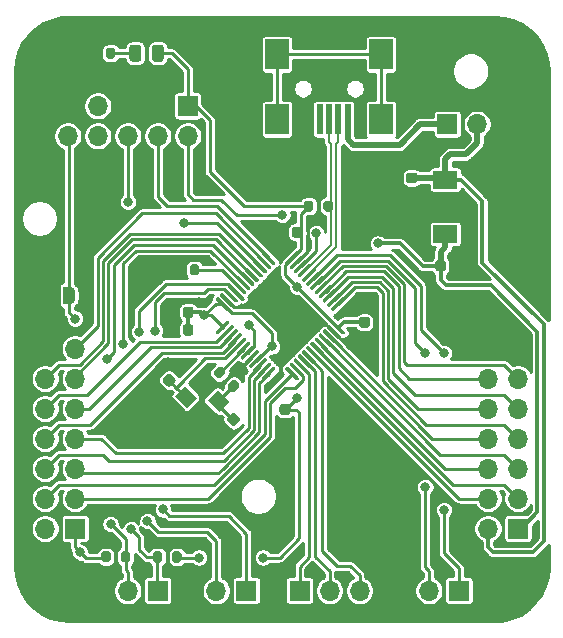
<source format=gbr>
%TF.GenerationSoftware,KiCad,Pcbnew,(5.1.10)-1*%
%TF.CreationDate,2021-07-29T02:28:09+01:00*%
%TF.ProjectId,STM32_MSB,53544d33-325f-44d5-9342-2e6b69636164,rev?*%
%TF.SameCoordinates,Original*%
%TF.FileFunction,Copper,L1,Top*%
%TF.FilePolarity,Positive*%
%FSLAX46Y46*%
G04 Gerber Fmt 4.6, Leading zero omitted, Abs format (unit mm)*
G04 Created by KiCad (PCBNEW (5.1.10)-1) date 2021-07-29 02:28:09*
%MOMM*%
%LPD*%
G01*
G04 APERTURE LIST*
%TA.AperFunction,SMDPad,CuDef*%
%ADD10R,2.000000X2.500000*%
%TD*%
%TA.AperFunction,SMDPad,CuDef*%
%ADD11R,0.500000X2.500000*%
%TD*%
%TA.AperFunction,ComponentPad*%
%ADD12O,1.700000X1.700000*%
%TD*%
%TA.AperFunction,ComponentPad*%
%ADD13R,1.700000X1.700000*%
%TD*%
%TA.AperFunction,SMDPad,CuDef*%
%ADD14C,0.100000*%
%TD*%
%TA.AperFunction,SMDPad,CuDef*%
%ADD15R,2.000000X3.800000*%
%TD*%
%TA.AperFunction,SMDPad,CuDef*%
%ADD16R,2.000000X1.500000*%
%TD*%
%TA.AperFunction,ViaPad*%
%ADD17C,0.800000*%
%TD*%
%TA.AperFunction,Conductor*%
%ADD18C,0.500000*%
%TD*%
%TA.AperFunction,Conductor*%
%ADD19C,0.300000*%
%TD*%
%TA.AperFunction,Conductor*%
%ADD20C,0.250000*%
%TD*%
%TA.AperFunction,Conductor*%
%ADD21C,0.200000*%
%TD*%
%TA.AperFunction,Conductor*%
%ADD22C,0.254000*%
%TD*%
%TA.AperFunction,Conductor*%
%ADD23C,0.100000*%
%TD*%
G04 APERTURE END LIST*
D10*
%TO.P,J1,6*%
%TO.N,Net-(J1-Pad6)*%
X52400000Y-18600000D03*
X43600000Y-18600000D03*
X52400000Y-24100000D03*
X43600000Y-24100000D03*
D11*
%TO.P,J1,1*%
%TO.N,+5V*%
X49600000Y-24100000D03*
%TO.P,J1,2*%
%TO.N,/USB_D-*%
X48800000Y-24100000D03*
%TO.P,J1,3*%
%TO.N,/USB_D+*%
X48000000Y-24100000D03*
%TO.P,J1,4*%
%TO.N,Net-(J1-Pad4)*%
X47200000Y-24100000D03*
%TO.P,J1,5*%
%TO.N,GND*%
X46400000Y-24100000D03*
%TD*%
%TO.P,C1,1*%
%TO.N,+5VP*%
%TA.AperFunction,SMDPad,CuDef*%
G36*
G01*
X55250000Y-29500000D02*
X54750000Y-29500000D01*
G75*
G02*
X54525000Y-29275000I0J225000D01*
G01*
X54525000Y-28825000D01*
G75*
G02*
X54750000Y-28600000I225000J0D01*
G01*
X55250000Y-28600000D01*
G75*
G02*
X55475000Y-28825000I0J-225000D01*
G01*
X55475000Y-29275000D01*
G75*
G02*
X55250000Y-29500000I-225000J0D01*
G01*
G37*
%TD.AperFunction*%
%TO.P,C1,2*%
%TO.N,GND*%
%TA.AperFunction,SMDPad,CuDef*%
G36*
G01*
X55250000Y-27950000D02*
X54750000Y-27950000D01*
G75*
G02*
X54525000Y-27725000I0J225000D01*
G01*
X54525000Y-27275000D01*
G75*
G02*
X54750000Y-27050000I225000J0D01*
G01*
X55250000Y-27050000D01*
G75*
G02*
X55475000Y-27275000I0J-225000D01*
G01*
X55475000Y-27725000D01*
G75*
G02*
X55250000Y-27950000I-225000J0D01*
G01*
G37*
%TD.AperFunction*%
%TD*%
%TO.P,C2,2*%
%TO.N,GND*%
%TA.AperFunction,SMDPad,CuDef*%
G36*
G01*
X58550000Y-36750000D02*
X58550000Y-36250000D01*
G75*
G02*
X58775000Y-36025000I225000J0D01*
G01*
X59225000Y-36025000D01*
G75*
G02*
X59450000Y-36250000I0J-225000D01*
G01*
X59450000Y-36750000D01*
G75*
G02*
X59225000Y-36975000I-225000J0D01*
G01*
X58775000Y-36975000D01*
G75*
G02*
X58550000Y-36750000I0J225000D01*
G01*
G37*
%TD.AperFunction*%
%TO.P,C2,1*%
%TO.N,+3V3*%
%TA.AperFunction,SMDPad,CuDef*%
G36*
G01*
X57000000Y-36750000D02*
X57000000Y-36250000D01*
G75*
G02*
X57225000Y-36025000I225000J0D01*
G01*
X57675000Y-36025000D01*
G75*
G02*
X57900000Y-36250000I0J-225000D01*
G01*
X57900000Y-36750000D01*
G75*
G02*
X57675000Y-36975000I-225000J0D01*
G01*
X57225000Y-36975000D01*
G75*
G02*
X57000000Y-36750000I0J225000D01*
G01*
G37*
%TD.AperFunction*%
%TD*%
%TO.P,C3,2*%
%TO.N,GND*%
%TA.AperFunction,SMDPad,CuDef*%
G36*
G01*
X34975000Y-40175000D02*
X34975000Y-40675000D01*
G75*
G02*
X34750000Y-40900000I-225000J0D01*
G01*
X34300000Y-40900000D01*
G75*
G02*
X34075000Y-40675000I0J225000D01*
G01*
X34075000Y-40175000D01*
G75*
G02*
X34300000Y-39950000I225000J0D01*
G01*
X34750000Y-39950000D01*
G75*
G02*
X34975000Y-40175000I0J-225000D01*
G01*
G37*
%TD.AperFunction*%
%TO.P,C3,1*%
%TO.N,+3V3*%
%TA.AperFunction,SMDPad,CuDef*%
G36*
G01*
X36525000Y-40175000D02*
X36525000Y-40675000D01*
G75*
G02*
X36300000Y-40900000I-225000J0D01*
G01*
X35850000Y-40900000D01*
G75*
G02*
X35625000Y-40675000I0J225000D01*
G01*
X35625000Y-40175000D01*
G75*
G02*
X35850000Y-39950000I225000J0D01*
G01*
X36300000Y-39950000D01*
G75*
G02*
X36525000Y-40175000I0J-225000D01*
G01*
G37*
%TD.AperFunction*%
%TD*%
%TO.P,C4,1*%
%TO.N,+3V3*%
%TA.AperFunction,SMDPad,CuDef*%
G36*
G01*
X36525000Y-41675000D02*
X36525000Y-42175000D01*
G75*
G02*
X36300000Y-42400000I-225000J0D01*
G01*
X35850000Y-42400000D01*
G75*
G02*
X35625000Y-42175000I0J225000D01*
G01*
X35625000Y-41675000D01*
G75*
G02*
X35850000Y-41450000I225000J0D01*
G01*
X36300000Y-41450000D01*
G75*
G02*
X36525000Y-41675000I0J-225000D01*
G01*
G37*
%TD.AperFunction*%
%TO.P,C4,2*%
%TO.N,GND*%
%TA.AperFunction,SMDPad,CuDef*%
G36*
G01*
X34975000Y-41675000D02*
X34975000Y-42175000D01*
G75*
G02*
X34750000Y-42400000I-225000J0D01*
G01*
X34300000Y-42400000D01*
G75*
G02*
X34075000Y-42175000I0J225000D01*
G01*
X34075000Y-41675000D01*
G75*
G02*
X34300000Y-41450000I225000J0D01*
G01*
X34750000Y-41450000D01*
G75*
G02*
X34975000Y-41675000I0J-225000D01*
G01*
G37*
%TD.AperFunction*%
%TD*%
%TO.P,C5,2*%
%TO.N,GND*%
%TA.AperFunction,SMDPad,CuDef*%
G36*
G01*
X51250000Y-40175000D02*
X50750000Y-40175000D01*
G75*
G02*
X50525000Y-39950000I0J225000D01*
G01*
X50525000Y-39500000D01*
G75*
G02*
X50750000Y-39275000I225000J0D01*
G01*
X51250000Y-39275000D01*
G75*
G02*
X51475000Y-39500000I0J-225000D01*
G01*
X51475000Y-39950000D01*
G75*
G02*
X51250000Y-40175000I-225000J0D01*
G01*
G37*
%TD.AperFunction*%
%TO.P,C5,1*%
%TO.N,+3V3*%
%TA.AperFunction,SMDPad,CuDef*%
G36*
G01*
X51250000Y-41725000D02*
X50750000Y-41725000D01*
G75*
G02*
X50525000Y-41500000I0J225000D01*
G01*
X50525000Y-41050000D01*
G75*
G02*
X50750000Y-40825000I225000J0D01*
G01*
X51250000Y-40825000D01*
G75*
G02*
X51475000Y-41050000I0J-225000D01*
G01*
X51475000Y-41500000D01*
G75*
G02*
X51250000Y-41725000I-225000J0D01*
G01*
G37*
%TD.AperFunction*%
%TD*%
%TO.P,C6,1*%
%TO.N,+3V3*%
%TA.AperFunction,SMDPad,CuDef*%
G36*
G01*
X45751200Y-33405000D02*
X45751200Y-33905000D01*
G75*
G02*
X45526200Y-34130000I-225000J0D01*
G01*
X45076200Y-34130000D01*
G75*
G02*
X44851200Y-33905000I0J225000D01*
G01*
X44851200Y-33405000D01*
G75*
G02*
X45076200Y-33180000I225000J0D01*
G01*
X45526200Y-33180000D01*
G75*
G02*
X45751200Y-33405000I0J-225000D01*
G01*
G37*
%TD.AperFunction*%
%TO.P,C6,2*%
%TO.N,GND*%
%TA.AperFunction,SMDPad,CuDef*%
G36*
G01*
X44201200Y-33405000D02*
X44201200Y-33905000D01*
G75*
G02*
X43976200Y-34130000I-225000J0D01*
G01*
X43526200Y-34130000D01*
G75*
G02*
X43301200Y-33905000I0J225000D01*
G01*
X43301200Y-33405000D01*
G75*
G02*
X43526200Y-33180000I225000J0D01*
G01*
X43976200Y-33180000D01*
G75*
G02*
X44201200Y-33405000I0J-225000D01*
G01*
G37*
%TD.AperFunction*%
%TD*%
%TO.P,C7,2*%
%TO.N,GND*%
%TA.AperFunction,SMDPad,CuDef*%
G36*
G01*
X44022200Y-49765800D02*
X44522200Y-49765800D01*
G75*
G02*
X44747200Y-49990800I0J-225000D01*
G01*
X44747200Y-50440800D01*
G75*
G02*
X44522200Y-50665800I-225000J0D01*
G01*
X44022200Y-50665800D01*
G75*
G02*
X43797200Y-50440800I0J225000D01*
G01*
X43797200Y-49990800D01*
G75*
G02*
X44022200Y-49765800I225000J0D01*
G01*
G37*
%TD.AperFunction*%
%TO.P,C7,1*%
%TO.N,+3V3*%
%TA.AperFunction,SMDPad,CuDef*%
G36*
G01*
X44022200Y-48215800D02*
X44522200Y-48215800D01*
G75*
G02*
X44747200Y-48440800I0J-225000D01*
G01*
X44747200Y-48890800D01*
G75*
G02*
X44522200Y-49115800I-225000J0D01*
G01*
X44022200Y-49115800D01*
G75*
G02*
X43797200Y-48890800I0J225000D01*
G01*
X43797200Y-48440800D01*
G75*
G02*
X44022200Y-48215800I225000J0D01*
G01*
G37*
%TD.AperFunction*%
%TD*%
%TO.P,C8,1*%
%TO.N,/HSE_OSC_IN*%
%TA.AperFunction,SMDPad,CuDef*%
G36*
G01*
X34311771Y-46686783D02*
X33958217Y-46333229D01*
G75*
G02*
X33958217Y-46015031I159099J159099D01*
G01*
X34276415Y-45696833D01*
G75*
G02*
X34594613Y-45696833I159099J-159099D01*
G01*
X34948167Y-46050387D01*
G75*
G02*
X34948167Y-46368585I-159099J-159099D01*
G01*
X34629969Y-46686783D01*
G75*
G02*
X34311771Y-46686783I-159099J159099D01*
G01*
G37*
%TD.AperFunction*%
%TO.P,C8,2*%
%TO.N,GND*%
%TA.AperFunction,SMDPad,CuDef*%
G36*
G01*
X35407787Y-45590767D02*
X35054233Y-45237213D01*
G75*
G02*
X35054233Y-44919015I159099J159099D01*
G01*
X35372431Y-44600817D01*
G75*
G02*
X35690629Y-44600817I159099J-159099D01*
G01*
X36044183Y-44954371D01*
G75*
G02*
X36044183Y-45272569I-159099J-159099D01*
G01*
X35725985Y-45590767D01*
G75*
G02*
X35407787Y-45590767I-159099J159099D01*
G01*
G37*
%TD.AperFunction*%
%TD*%
%TO.P,C9,1*%
%TO.N,GND*%
%TA.AperFunction,SMDPad,CuDef*%
G36*
G01*
X38672911Y-51102624D02*
X38319357Y-50749070D01*
G75*
G02*
X38319357Y-50430872I159099J159099D01*
G01*
X38637555Y-50112674D01*
G75*
G02*
X38955753Y-50112674I159099J-159099D01*
G01*
X39309307Y-50466228D01*
G75*
G02*
X39309307Y-50784426I-159099J-159099D01*
G01*
X38991109Y-51102624D01*
G75*
G02*
X38672911Y-51102624I-159099J159099D01*
G01*
G37*
%TD.AperFunction*%
%TO.P,C9,2*%
%TO.N,Net-(C9-Pad2)*%
%TA.AperFunction,SMDPad,CuDef*%
G36*
G01*
X39768927Y-50006608D02*
X39415373Y-49653054D01*
G75*
G02*
X39415373Y-49334856I159099J159099D01*
G01*
X39733571Y-49016658D01*
G75*
G02*
X40051769Y-49016658I159099J-159099D01*
G01*
X40405323Y-49370212D01*
G75*
G02*
X40405323Y-49688410I-159099J-159099D01*
G01*
X40087125Y-50006608D01*
G75*
G02*
X39768927Y-50006608I-159099J159099D01*
G01*
G37*
%TD.AperFunction*%
%TD*%
%TO.P,D1,1*%
%TO.N,Net-(D1-Pad1)*%
%TA.AperFunction,SMDPad,CuDef*%
G36*
G01*
X31100000Y-18975000D02*
X31100000Y-18025000D01*
G75*
G02*
X31350000Y-17775000I250000J0D01*
G01*
X31850000Y-17775000D01*
G75*
G02*
X32100000Y-18025000I0J-250000D01*
G01*
X32100000Y-18975000D01*
G75*
G02*
X31850000Y-19225000I-250000J0D01*
G01*
X31350000Y-19225000D01*
G75*
G02*
X31100000Y-18975000I0J250000D01*
G01*
G37*
%TD.AperFunction*%
%TO.P,D1,2*%
%TO.N,+3V3*%
%TA.AperFunction,SMDPad,CuDef*%
G36*
G01*
X33000000Y-18975000D02*
X33000000Y-18025000D01*
G75*
G02*
X33250000Y-17775000I250000J0D01*
G01*
X33750000Y-17775000D01*
G75*
G02*
X34000000Y-18025000I0J-250000D01*
G01*
X34000000Y-18975000D01*
G75*
G02*
X33750000Y-19225000I-250000J0D01*
G01*
X33250000Y-19225000D01*
G75*
G02*
X33000000Y-18975000I0J250000D01*
G01*
G37*
%TD.AperFunction*%
%TD*%
D12*
%TO.P,J2,14*%
%TO.N,GND*%
X61460000Y-43500000D03*
%TO.P,J2,13*%
X64000000Y-43500000D03*
%TO.P,J2,12*%
%TO.N,/PB15*%
X61460000Y-46040000D03*
%TO.P,J2,11*%
%TO.N,/PA8*%
X64000000Y-46040000D03*
%TO.P,J2,10*%
%TO.N,/PB13*%
X61460000Y-48580000D03*
%TO.P,J2,9*%
%TO.N,/PB14*%
X64000000Y-48580000D03*
%TO.P,J2,8*%
%TO.N,/PB11*%
X61460000Y-51120000D03*
%TO.P,J2,7*%
%TO.N,/PB12*%
X64000000Y-51120000D03*
%TO.P,J2,6*%
%TO.N,/PB2*%
X61460000Y-53660000D03*
%TO.P,J2,5*%
%TO.N,/PB10*%
X64000000Y-53660000D03*
%TO.P,J2,4*%
%TO.N,/PB0*%
X61460000Y-56200000D03*
%TO.P,J2,3*%
%TO.N,/PB1*%
X64000000Y-56200000D03*
%TO.P,J2,2*%
%TO.N,+5VP*%
X61460000Y-58740000D03*
D13*
%TO.P,J2,1*%
%TO.N,+3V3*%
X64000000Y-58740000D03*
%TD*%
%TO.P,J3,1*%
%TO.N,+3V3*%
X26500000Y-58740000D03*
D12*
%TO.P,J3,2*%
%TO.N,+5VP*%
X23960000Y-58740000D03*
%TO.P,J3,3*%
%TO.N,/PA4*%
X26500000Y-56200000D03*
%TO.P,J3,4*%
%TO.N,/PA3*%
X23960000Y-56200000D03*
%TO.P,J3,5*%
%TO.N,/PA2*%
X26500000Y-53660000D03*
%TO.P,J3,6*%
%TO.N,/PA1*%
X23960000Y-53660000D03*
%TO.P,J3,7*%
%TO.N,/PA0*%
X26500000Y-51120000D03*
%TO.P,J3,8*%
%TO.N,/PC15*%
X23960000Y-51120000D03*
%TO.P,J3,9*%
%TO.N,/PC14*%
X26500000Y-48580000D03*
%TO.P,J3,10*%
%TO.N,/PC13*%
X23960000Y-48580000D03*
%TO.P,J3,11*%
%TO.N,/PB5*%
X26500000Y-46040000D03*
%TO.P,J3,12*%
%TO.N,/PB4*%
X23960000Y-46040000D03*
%TO.P,J3,13*%
%TO.N,/PA15*%
X26500000Y-43500000D03*
%TO.P,J3,14*%
%TO.N,GND*%
X23960000Y-43500000D03*
%TD*%
D13*
%TO.P,J4,1*%
%TO.N,/CAN_TX*%
X41000000Y-64000000D03*
D12*
%TO.P,J4,2*%
%TO.N,/CAN_RX*%
X38460000Y-64000000D03*
%TD*%
%TO.P,J5,2*%
%TO.N,/I2C_SCL*%
X30960000Y-64000000D03*
D13*
%TO.P,J5,1*%
%TO.N,/I2C_SDA*%
X33500000Y-64000000D03*
%TD*%
%TO.P,J6,1*%
%TO.N,/USART_RX*%
X59000000Y-64000000D03*
D12*
%TO.P,J6,2*%
%TO.N,/USART_TX*%
X56460000Y-64000000D03*
%TD*%
D13*
%TO.P,J7,1*%
%TO.N,+3V3*%
X36040000Y-22960000D03*
D12*
%TO.P,J7,2*%
%TO.N,/SWDIO*%
X36040000Y-25500000D03*
%TO.P,J7,3*%
%TO.N,GND*%
X33500000Y-22960000D03*
%TO.P,J7,4*%
%TO.N,/SWCLK*%
X33500000Y-25500000D03*
%TO.P,J7,5*%
%TO.N,GND*%
X30960000Y-22960000D03*
%TO.P,J7,6*%
%TO.N,/SWO*%
X30960000Y-25500000D03*
%TO.P,J7,7*%
%TO.N,Net-(J7-Pad7)*%
X28420000Y-22960000D03*
%TO.P,J7,8*%
%TO.N,Net-(J7-Pad8)*%
X28420000Y-25500000D03*
%TO.P,J7,9*%
%TO.N,GND*%
X25880000Y-22960000D03*
%TO.P,J7,10*%
%TO.N,/NRST*%
X25880000Y-25500000D03*
%TD*%
D13*
%TO.P,J8,1*%
%TO.N,/SPI_SCK*%
X45500000Y-64000000D03*
D12*
%TO.P,J8,2*%
%TO.N,/SPI_MISO*%
X48040000Y-64000000D03*
%TO.P,J8,3*%
%TO.N,/SPI_MOSI*%
X50580000Y-64000000D03*
%TD*%
%TO.P,JP1,2*%
%TO.N,+5VP*%
X60540000Y-24500000D03*
D13*
%TO.P,JP1,1*%
%TO.N,+5V*%
X58000000Y-24500000D03*
%TD*%
%TA.AperFunction,SMDPad,CuDef*%
D14*
%TO.P,JP2,1*%
%TO.N,GND*%
G36*
X25200000Y-39750000D02*
G01*
X24700000Y-39750000D01*
X24700000Y-39749398D01*
X24675466Y-39749398D01*
X24626635Y-39744588D01*
X24578510Y-39735016D01*
X24531555Y-39720772D01*
X24486222Y-39701995D01*
X24442949Y-39678864D01*
X24402150Y-39651604D01*
X24364221Y-39620476D01*
X24329524Y-39585779D01*
X24298396Y-39547850D01*
X24271136Y-39507051D01*
X24248005Y-39463778D01*
X24229228Y-39418445D01*
X24214984Y-39371490D01*
X24205412Y-39323365D01*
X24200602Y-39274534D01*
X24200602Y-39250000D01*
X24200000Y-39250000D01*
X24200000Y-38750000D01*
X24200602Y-38750000D01*
X24200602Y-38725466D01*
X24205412Y-38676635D01*
X24214984Y-38628510D01*
X24229228Y-38581555D01*
X24248005Y-38536222D01*
X24271136Y-38492949D01*
X24298396Y-38452150D01*
X24329524Y-38414221D01*
X24364221Y-38379524D01*
X24402150Y-38348396D01*
X24442949Y-38321136D01*
X24486222Y-38298005D01*
X24531555Y-38279228D01*
X24578510Y-38264984D01*
X24626635Y-38255412D01*
X24675466Y-38250602D01*
X24700000Y-38250602D01*
X24700000Y-38250000D01*
X25200000Y-38250000D01*
X25200000Y-39750000D01*
G37*
%TD.AperFunction*%
%TA.AperFunction,SMDPad,CuDef*%
%TO.P,JP2,2*%
%TO.N,/NRST*%
G36*
X26000000Y-38250602D02*
G01*
X26024534Y-38250602D01*
X26073365Y-38255412D01*
X26121490Y-38264984D01*
X26168445Y-38279228D01*
X26213778Y-38298005D01*
X26257051Y-38321136D01*
X26297850Y-38348396D01*
X26335779Y-38379524D01*
X26370476Y-38414221D01*
X26401604Y-38452150D01*
X26428864Y-38492949D01*
X26451995Y-38536222D01*
X26470772Y-38581555D01*
X26485016Y-38628510D01*
X26494588Y-38676635D01*
X26499398Y-38725466D01*
X26499398Y-38750000D01*
X26500000Y-38750000D01*
X26500000Y-39250000D01*
X26499398Y-39250000D01*
X26499398Y-39274534D01*
X26494588Y-39323365D01*
X26485016Y-39371490D01*
X26470772Y-39418445D01*
X26451995Y-39463778D01*
X26428864Y-39507051D01*
X26401604Y-39547850D01*
X26370476Y-39585779D01*
X26335779Y-39620476D01*
X26297850Y-39651604D01*
X26257051Y-39678864D01*
X26213778Y-39701995D01*
X26168445Y-39720772D01*
X26121490Y-39735016D01*
X26073365Y-39744588D01*
X26024534Y-39749398D01*
X26000000Y-39749398D01*
X26000000Y-39750000D01*
X25500000Y-39750000D01*
X25500000Y-38250000D01*
X26000000Y-38250000D01*
X26000000Y-38250602D01*
G37*
%TD.AperFunction*%
%TD*%
%TO.P,R1,2*%
%TO.N,/USB_D+*%
%TA.AperFunction,SMDPad,CuDef*%
G36*
G01*
X47529800Y-31720200D02*
X47529800Y-31170200D01*
G75*
G02*
X47729800Y-30970200I200000J0D01*
G01*
X48129800Y-30970200D01*
G75*
G02*
X48329800Y-31170200I0J-200000D01*
G01*
X48329800Y-31720200D01*
G75*
G02*
X48129800Y-31920200I-200000J0D01*
G01*
X47729800Y-31920200D01*
G75*
G02*
X47529800Y-31720200I0J200000D01*
G01*
G37*
%TD.AperFunction*%
%TO.P,R1,1*%
%TO.N,+3V3*%
%TA.AperFunction,SMDPad,CuDef*%
G36*
G01*
X45879800Y-31720200D02*
X45879800Y-31170200D01*
G75*
G02*
X46079800Y-30970200I200000J0D01*
G01*
X46479800Y-30970200D01*
G75*
G02*
X46679800Y-31170200I0J-200000D01*
G01*
X46679800Y-31720200D01*
G75*
G02*
X46479800Y-31920200I-200000J0D01*
G01*
X46079800Y-31920200D01*
G75*
G02*
X45879800Y-31720200I0J200000D01*
G01*
G37*
%TD.AperFunction*%
%TD*%
%TO.P,R2,1*%
%TO.N,Net-(D1-Pad1)*%
%TA.AperFunction,SMDPad,CuDef*%
G36*
G01*
X29900000Y-18225000D02*
X29900000Y-18775000D01*
G75*
G02*
X29700000Y-18975000I-200000J0D01*
G01*
X29300000Y-18975000D01*
G75*
G02*
X29100000Y-18775000I0J200000D01*
G01*
X29100000Y-18225000D01*
G75*
G02*
X29300000Y-18025000I200000J0D01*
G01*
X29700000Y-18025000D01*
G75*
G02*
X29900000Y-18225000I0J-200000D01*
G01*
G37*
%TD.AperFunction*%
%TO.P,R2,2*%
%TO.N,GND*%
%TA.AperFunction,SMDPad,CuDef*%
G36*
G01*
X28250000Y-18225000D02*
X28250000Y-18775000D01*
G75*
G02*
X28050000Y-18975000I-200000J0D01*
G01*
X27650000Y-18975000D01*
G75*
G02*
X27450000Y-18775000I0J200000D01*
G01*
X27450000Y-18225000D01*
G75*
G02*
X27650000Y-18025000I200000J0D01*
G01*
X28050000Y-18025000D01*
G75*
G02*
X28250000Y-18225000I0J-200000D01*
G01*
G37*
%TD.AperFunction*%
%TD*%
%TO.P,R3,1*%
%TO.N,Net-(R3-Pad1)*%
%TA.AperFunction,SMDPad,CuDef*%
G36*
G01*
X37001400Y-36555000D02*
X37001400Y-37105000D01*
G75*
G02*
X36801400Y-37305000I-200000J0D01*
G01*
X36401400Y-37305000D01*
G75*
G02*
X36201400Y-37105000I0J200000D01*
G01*
X36201400Y-36555000D01*
G75*
G02*
X36401400Y-36355000I200000J0D01*
G01*
X36801400Y-36355000D01*
G75*
G02*
X37001400Y-36555000I0J-200000D01*
G01*
G37*
%TD.AperFunction*%
%TO.P,R3,2*%
%TO.N,GND*%
%TA.AperFunction,SMDPad,CuDef*%
G36*
G01*
X35351400Y-36555000D02*
X35351400Y-37105000D01*
G75*
G02*
X35151400Y-37305000I-200000J0D01*
G01*
X34751400Y-37305000D01*
G75*
G02*
X34551400Y-37105000I0J200000D01*
G01*
X34551400Y-36555000D01*
G75*
G02*
X34751400Y-36355000I200000J0D01*
G01*
X35151400Y-36355000D01*
G75*
G02*
X35351400Y-36555000I0J-200000D01*
G01*
G37*
%TD.AperFunction*%
%TD*%
%TO.P,R4,2*%
%TO.N,Net-(C9-Pad2)*%
%TA.AperFunction,SMDPad,CuDef*%
G36*
G01*
X39433051Y-46594818D02*
X39821960Y-46205909D01*
G75*
G02*
X40104802Y-46205909I141421J-141421D01*
G01*
X40387645Y-46488752D01*
G75*
G02*
X40387645Y-46771594I-141421J-141421D01*
G01*
X39998736Y-47160503D01*
G75*
G02*
X39715894Y-47160503I-141421J141421D01*
G01*
X39433051Y-46877660D01*
G75*
G02*
X39433051Y-46594818I141421J141421D01*
G01*
G37*
%TD.AperFunction*%
%TO.P,R4,1*%
%TO.N,/HSE_OSC_OUT*%
%TA.AperFunction,SMDPad,CuDef*%
G36*
G01*
X38266325Y-45428092D02*
X38655234Y-45039183D01*
G75*
G02*
X38938076Y-45039183I141421J-141421D01*
G01*
X39220919Y-45322026D01*
G75*
G02*
X39220919Y-45604868I-141421J-141421D01*
G01*
X38832010Y-45993777D01*
G75*
G02*
X38549168Y-45993777I-141421J141421D01*
G01*
X38266325Y-45710934D01*
G75*
G02*
X38266325Y-45428092I141421J141421D01*
G01*
G37*
%TD.AperFunction*%
%TD*%
%TO.P,R5,1*%
%TO.N,+3V3*%
%TA.AperFunction,SMDPad,CuDef*%
G36*
G01*
X28725000Y-61400000D02*
X28725000Y-60850000D01*
G75*
G02*
X28925000Y-60650000I200000J0D01*
G01*
X29325000Y-60650000D01*
G75*
G02*
X29525000Y-60850000I0J-200000D01*
G01*
X29525000Y-61400000D01*
G75*
G02*
X29325000Y-61600000I-200000J0D01*
G01*
X28925000Y-61600000D01*
G75*
G02*
X28725000Y-61400000I0J200000D01*
G01*
G37*
%TD.AperFunction*%
%TO.P,R5,2*%
%TO.N,/I2C_SCL*%
%TA.AperFunction,SMDPad,CuDef*%
G36*
G01*
X30375000Y-61400000D02*
X30375000Y-60850000D01*
G75*
G02*
X30575000Y-60650000I200000J0D01*
G01*
X30975000Y-60650000D01*
G75*
G02*
X31175000Y-60850000I0J-200000D01*
G01*
X31175000Y-61400000D01*
G75*
G02*
X30975000Y-61600000I-200000J0D01*
G01*
X30575000Y-61600000D01*
G75*
G02*
X30375000Y-61400000I0J200000D01*
G01*
G37*
%TD.AperFunction*%
%TD*%
%TO.P,R6,2*%
%TO.N,/I2C_SDA*%
%TA.AperFunction,SMDPad,CuDef*%
G36*
G01*
X33875000Y-60875000D02*
X33875000Y-61425000D01*
G75*
G02*
X33675000Y-61625000I-200000J0D01*
G01*
X33275000Y-61625000D01*
G75*
G02*
X33075000Y-61425000I0J200000D01*
G01*
X33075000Y-60875000D01*
G75*
G02*
X33275000Y-60675000I200000J0D01*
G01*
X33675000Y-60675000D01*
G75*
G02*
X33875000Y-60875000I0J-200000D01*
G01*
G37*
%TD.AperFunction*%
%TO.P,R6,1*%
%TO.N,+3V3*%
%TA.AperFunction,SMDPad,CuDef*%
G36*
G01*
X35525000Y-60875000D02*
X35525000Y-61425000D01*
G75*
G02*
X35325000Y-61625000I-200000J0D01*
G01*
X34925000Y-61625000D01*
G75*
G02*
X34725000Y-61425000I0J200000D01*
G01*
X34725000Y-60875000D01*
G75*
G02*
X34925000Y-60675000I200000J0D01*
G01*
X35325000Y-60675000D01*
G75*
G02*
X35525000Y-60875000I0J-200000D01*
G01*
G37*
%TD.AperFunction*%
%TD*%
D15*
%TO.P,U1,2*%
%TO.N,GND*%
X64150000Y-31500000D03*
D16*
X57850000Y-31500000D03*
%TO.P,U1,3*%
%TO.N,+3V3*%
X57850000Y-33800000D03*
%TO.P,U1,1*%
%TO.N,+5VP*%
X57850000Y-29200000D03*
%TD*%
%TO.P,U2,1*%
%TO.N,+3V3*%
%TA.AperFunction,SMDPad,CuDef*%
G36*
G01*
X38523557Y-42306757D02*
X38417491Y-42200691D01*
G75*
G02*
X38417491Y-42094625I53033J53033D01*
G01*
X39354407Y-41157709D01*
G75*
G02*
X39460473Y-41157709I53033J-53033D01*
G01*
X39566539Y-41263775D01*
G75*
G02*
X39566539Y-41369841I-53033J-53033D01*
G01*
X38629623Y-42306757D01*
G75*
G02*
X38523557Y-42306757I-53033J53033D01*
G01*
G37*
%TD.AperFunction*%
%TO.P,U2,2*%
%TO.N,/PC13*%
%TA.AperFunction,SMDPad,CuDef*%
G36*
G01*
X38877111Y-42660311D02*
X38771045Y-42554245D01*
G75*
G02*
X38771045Y-42448179I53033J53033D01*
G01*
X39707961Y-41511263D01*
G75*
G02*
X39814027Y-41511263I53033J-53033D01*
G01*
X39920093Y-41617329D01*
G75*
G02*
X39920093Y-41723395I-53033J-53033D01*
G01*
X38983177Y-42660311D01*
G75*
G02*
X38877111Y-42660311I-53033J53033D01*
G01*
G37*
%TD.AperFunction*%
%TO.P,U2,3*%
%TO.N,/PC14*%
%TA.AperFunction,SMDPad,CuDef*%
G36*
G01*
X39230664Y-43013864D02*
X39124598Y-42907798D01*
G75*
G02*
X39124598Y-42801732I53033J53033D01*
G01*
X40061514Y-41864816D01*
G75*
G02*
X40167580Y-41864816I53033J-53033D01*
G01*
X40273646Y-41970882D01*
G75*
G02*
X40273646Y-42076948I-53033J-53033D01*
G01*
X39336730Y-43013864D01*
G75*
G02*
X39230664Y-43013864I-53033J53033D01*
G01*
G37*
%TD.AperFunction*%
%TO.P,U2,4*%
%TO.N,/PC15*%
%TA.AperFunction,SMDPad,CuDef*%
G36*
G01*
X39584218Y-43367418D02*
X39478152Y-43261352D01*
G75*
G02*
X39478152Y-43155286I53033J53033D01*
G01*
X40415068Y-42218370D01*
G75*
G02*
X40521134Y-42218370I53033J-53033D01*
G01*
X40627200Y-42324436D01*
G75*
G02*
X40627200Y-42430502I-53033J-53033D01*
G01*
X39690284Y-43367418D01*
G75*
G02*
X39584218Y-43367418I-53033J53033D01*
G01*
G37*
%TD.AperFunction*%
%TO.P,U2,5*%
%TO.N,/HSE_OSC_IN*%
%TA.AperFunction,SMDPad,CuDef*%
G36*
G01*
X39937771Y-43720971D02*
X39831705Y-43614905D01*
G75*
G02*
X39831705Y-43508839I53033J53033D01*
G01*
X40768621Y-42571923D01*
G75*
G02*
X40874687Y-42571923I53033J-53033D01*
G01*
X40980753Y-42677989D01*
G75*
G02*
X40980753Y-42784055I-53033J-53033D01*
G01*
X40043837Y-43720971D01*
G75*
G02*
X39937771Y-43720971I-53033J53033D01*
G01*
G37*
%TD.AperFunction*%
%TO.P,U2,6*%
%TO.N,/HSE_OSC_OUT*%
%TA.AperFunction,SMDPad,CuDef*%
G36*
G01*
X40291324Y-44074524D02*
X40185258Y-43968458D01*
G75*
G02*
X40185258Y-43862392I53033J53033D01*
G01*
X41122174Y-42925476D01*
G75*
G02*
X41228240Y-42925476I53033J-53033D01*
G01*
X41334306Y-43031542D01*
G75*
G02*
X41334306Y-43137608I-53033J-53033D01*
G01*
X40397390Y-44074524D01*
G75*
G02*
X40291324Y-44074524I-53033J53033D01*
G01*
G37*
%TD.AperFunction*%
%TO.P,U2,7*%
%TO.N,/NRST*%
%TA.AperFunction,SMDPad,CuDef*%
G36*
G01*
X40644878Y-44428078D02*
X40538812Y-44322012D01*
G75*
G02*
X40538812Y-44215946I53033J53033D01*
G01*
X41475728Y-43279030D01*
G75*
G02*
X41581794Y-43279030I53033J-53033D01*
G01*
X41687860Y-43385096D01*
G75*
G02*
X41687860Y-43491162I-53033J-53033D01*
G01*
X40750944Y-44428078D01*
G75*
G02*
X40644878Y-44428078I-53033J53033D01*
G01*
G37*
%TD.AperFunction*%
%TO.P,U2,8*%
%TO.N,GND*%
%TA.AperFunction,SMDPad,CuDef*%
G36*
G01*
X40998431Y-44781631D02*
X40892365Y-44675565D01*
G75*
G02*
X40892365Y-44569499I53033J53033D01*
G01*
X41829281Y-43632583D01*
G75*
G02*
X41935347Y-43632583I53033J-53033D01*
G01*
X42041413Y-43738649D01*
G75*
G02*
X42041413Y-43844715I-53033J-53033D01*
G01*
X41104497Y-44781631D01*
G75*
G02*
X40998431Y-44781631I-53033J53033D01*
G01*
G37*
%TD.AperFunction*%
%TO.P,U2,9*%
%TO.N,+3V3*%
%TA.AperFunction,SMDPad,CuDef*%
G36*
G01*
X41351984Y-45135184D02*
X41245918Y-45029118D01*
G75*
G02*
X41245918Y-44923052I53033J53033D01*
G01*
X42182834Y-43986136D01*
G75*
G02*
X42288900Y-43986136I53033J-53033D01*
G01*
X42394966Y-44092202D01*
G75*
G02*
X42394966Y-44198268I-53033J-53033D01*
G01*
X41458050Y-45135184D01*
G75*
G02*
X41351984Y-45135184I-53033J53033D01*
G01*
G37*
%TD.AperFunction*%
%TO.P,U2,10*%
%TO.N,/PA0*%
%TA.AperFunction,SMDPad,CuDef*%
G36*
G01*
X41705538Y-45488738D02*
X41599472Y-45382672D01*
G75*
G02*
X41599472Y-45276606I53033J53033D01*
G01*
X42536388Y-44339690D01*
G75*
G02*
X42642454Y-44339690I53033J-53033D01*
G01*
X42748520Y-44445756D01*
G75*
G02*
X42748520Y-44551822I-53033J-53033D01*
G01*
X41811604Y-45488738D01*
G75*
G02*
X41705538Y-45488738I-53033J53033D01*
G01*
G37*
%TD.AperFunction*%
%TO.P,U2,11*%
%TO.N,/PA1*%
%TA.AperFunction,SMDPad,CuDef*%
G36*
G01*
X42059091Y-45842291D02*
X41953025Y-45736225D01*
G75*
G02*
X41953025Y-45630159I53033J53033D01*
G01*
X42889941Y-44693243D01*
G75*
G02*
X42996007Y-44693243I53033J-53033D01*
G01*
X43102073Y-44799309D01*
G75*
G02*
X43102073Y-44905375I-53033J-53033D01*
G01*
X42165157Y-45842291D01*
G75*
G02*
X42059091Y-45842291I-53033J53033D01*
G01*
G37*
%TD.AperFunction*%
%TO.P,U2,12*%
%TO.N,/PA2*%
%TA.AperFunction,SMDPad,CuDef*%
G36*
G01*
X42412645Y-46195845D02*
X42306579Y-46089779D01*
G75*
G02*
X42306579Y-45983713I53033J53033D01*
G01*
X43243495Y-45046797D01*
G75*
G02*
X43349561Y-45046797I53033J-53033D01*
G01*
X43455627Y-45152863D01*
G75*
G02*
X43455627Y-45258929I-53033J-53033D01*
G01*
X42518711Y-46195845D01*
G75*
G02*
X42412645Y-46195845I-53033J53033D01*
G01*
G37*
%TD.AperFunction*%
%TO.P,U2,13*%
%TO.N,/PA3*%
%TA.AperFunction,SMDPad,CuDef*%
G36*
G01*
X45241071Y-46195845D02*
X44304155Y-45258929D01*
G75*
G02*
X44304155Y-45152863I53033J53033D01*
G01*
X44410221Y-45046797D01*
G75*
G02*
X44516287Y-45046797I53033J-53033D01*
G01*
X45453203Y-45983713D01*
G75*
G02*
X45453203Y-46089779I-53033J-53033D01*
G01*
X45347137Y-46195845D01*
G75*
G02*
X45241071Y-46195845I-53033J53033D01*
G01*
G37*
%TD.AperFunction*%
%TO.P,U2,14*%
%TO.N,/PA4*%
%TA.AperFunction,SMDPad,CuDef*%
G36*
G01*
X45594625Y-45842291D02*
X44657709Y-44905375D01*
G75*
G02*
X44657709Y-44799309I53033J53033D01*
G01*
X44763775Y-44693243D01*
G75*
G02*
X44869841Y-44693243I53033J-53033D01*
G01*
X45806757Y-45630159D01*
G75*
G02*
X45806757Y-45736225I-53033J-53033D01*
G01*
X45700691Y-45842291D01*
G75*
G02*
X45594625Y-45842291I-53033J53033D01*
G01*
G37*
%TD.AperFunction*%
%TO.P,U2,15*%
%TO.N,/SPI_SCK*%
%TA.AperFunction,SMDPad,CuDef*%
G36*
G01*
X45948178Y-45488738D02*
X45011262Y-44551822D01*
G75*
G02*
X45011262Y-44445756I53033J53033D01*
G01*
X45117328Y-44339690D01*
G75*
G02*
X45223394Y-44339690I53033J-53033D01*
G01*
X46160310Y-45276606D01*
G75*
G02*
X46160310Y-45382672I-53033J-53033D01*
G01*
X46054244Y-45488738D01*
G75*
G02*
X45948178Y-45488738I-53033J53033D01*
G01*
G37*
%TD.AperFunction*%
%TO.P,U2,16*%
%TO.N,/SPI_MISO*%
%TA.AperFunction,SMDPad,CuDef*%
G36*
G01*
X46301732Y-45135184D02*
X45364816Y-44198268D01*
G75*
G02*
X45364816Y-44092202I53033J53033D01*
G01*
X45470882Y-43986136D01*
G75*
G02*
X45576948Y-43986136I53033J-53033D01*
G01*
X46513864Y-44923052D01*
G75*
G02*
X46513864Y-45029118I-53033J-53033D01*
G01*
X46407798Y-45135184D01*
G75*
G02*
X46301732Y-45135184I-53033J53033D01*
G01*
G37*
%TD.AperFunction*%
%TO.P,U2,17*%
%TO.N,/SPI_MOSI*%
%TA.AperFunction,SMDPad,CuDef*%
G36*
G01*
X46655285Y-44781631D02*
X45718369Y-43844715D01*
G75*
G02*
X45718369Y-43738649I53033J53033D01*
G01*
X45824435Y-43632583D01*
G75*
G02*
X45930501Y-43632583I53033J-53033D01*
G01*
X46867417Y-44569499D01*
G75*
G02*
X46867417Y-44675565I-53033J-53033D01*
G01*
X46761351Y-44781631D01*
G75*
G02*
X46655285Y-44781631I-53033J53033D01*
G01*
G37*
%TD.AperFunction*%
%TO.P,U2,18*%
%TO.N,/PB0*%
%TA.AperFunction,SMDPad,CuDef*%
G36*
G01*
X47008838Y-44428078D02*
X46071922Y-43491162D01*
G75*
G02*
X46071922Y-43385096I53033J53033D01*
G01*
X46177988Y-43279030D01*
G75*
G02*
X46284054Y-43279030I53033J-53033D01*
G01*
X47220970Y-44215946D01*
G75*
G02*
X47220970Y-44322012I-53033J-53033D01*
G01*
X47114904Y-44428078D01*
G75*
G02*
X47008838Y-44428078I-53033J53033D01*
G01*
G37*
%TD.AperFunction*%
%TO.P,U2,19*%
%TO.N,/PB1*%
%TA.AperFunction,SMDPad,CuDef*%
G36*
G01*
X47362392Y-44074524D02*
X46425476Y-43137608D01*
G75*
G02*
X46425476Y-43031542I53033J53033D01*
G01*
X46531542Y-42925476D01*
G75*
G02*
X46637608Y-42925476I53033J-53033D01*
G01*
X47574524Y-43862392D01*
G75*
G02*
X47574524Y-43968458I-53033J-53033D01*
G01*
X47468458Y-44074524D01*
G75*
G02*
X47362392Y-44074524I-53033J53033D01*
G01*
G37*
%TD.AperFunction*%
%TO.P,U2,20*%
%TO.N,/PB2*%
%TA.AperFunction,SMDPad,CuDef*%
G36*
G01*
X47715945Y-43720971D02*
X46779029Y-42784055D01*
G75*
G02*
X46779029Y-42677989I53033J53033D01*
G01*
X46885095Y-42571923D01*
G75*
G02*
X46991161Y-42571923I53033J-53033D01*
G01*
X47928077Y-43508839D01*
G75*
G02*
X47928077Y-43614905I-53033J-53033D01*
G01*
X47822011Y-43720971D01*
G75*
G02*
X47715945Y-43720971I-53033J53033D01*
G01*
G37*
%TD.AperFunction*%
%TO.P,U2,21*%
%TO.N,/PB10*%
%TA.AperFunction,SMDPad,CuDef*%
G36*
G01*
X48069498Y-43367418D02*
X47132582Y-42430502D01*
G75*
G02*
X47132582Y-42324436I53033J53033D01*
G01*
X47238648Y-42218370D01*
G75*
G02*
X47344714Y-42218370I53033J-53033D01*
G01*
X48281630Y-43155286D01*
G75*
G02*
X48281630Y-43261352I-53033J-53033D01*
G01*
X48175564Y-43367418D01*
G75*
G02*
X48069498Y-43367418I-53033J53033D01*
G01*
G37*
%TD.AperFunction*%
%TO.P,U2,22*%
%TO.N,/PB11*%
%TA.AperFunction,SMDPad,CuDef*%
G36*
G01*
X48423052Y-43013864D02*
X47486136Y-42076948D01*
G75*
G02*
X47486136Y-41970882I53033J53033D01*
G01*
X47592202Y-41864816D01*
G75*
G02*
X47698268Y-41864816I53033J-53033D01*
G01*
X48635184Y-42801732D01*
G75*
G02*
X48635184Y-42907798I-53033J-53033D01*
G01*
X48529118Y-43013864D01*
G75*
G02*
X48423052Y-43013864I-53033J53033D01*
G01*
G37*
%TD.AperFunction*%
%TO.P,U2,23*%
%TO.N,GND*%
%TA.AperFunction,SMDPad,CuDef*%
G36*
G01*
X48776605Y-42660311D02*
X47839689Y-41723395D01*
G75*
G02*
X47839689Y-41617329I53033J53033D01*
G01*
X47945755Y-41511263D01*
G75*
G02*
X48051821Y-41511263I53033J-53033D01*
G01*
X48988737Y-42448179D01*
G75*
G02*
X48988737Y-42554245I-53033J-53033D01*
G01*
X48882671Y-42660311D01*
G75*
G02*
X48776605Y-42660311I-53033J53033D01*
G01*
G37*
%TD.AperFunction*%
%TO.P,U2,24*%
%TO.N,+3V3*%
%TA.AperFunction,SMDPad,CuDef*%
G36*
G01*
X49130159Y-42306757D02*
X48193243Y-41369841D01*
G75*
G02*
X48193243Y-41263775I53033J53033D01*
G01*
X48299309Y-41157709D01*
G75*
G02*
X48405375Y-41157709I53033J-53033D01*
G01*
X49342291Y-42094625D01*
G75*
G02*
X49342291Y-42200691I-53033J-53033D01*
G01*
X49236225Y-42306757D01*
G75*
G02*
X49130159Y-42306757I-53033J53033D01*
G01*
G37*
%TD.AperFunction*%
%TO.P,U2,25*%
%TO.N,/PB12*%
%TA.AperFunction,SMDPad,CuDef*%
G36*
G01*
X48299309Y-40309181D02*
X48193243Y-40203115D01*
G75*
G02*
X48193243Y-40097049I53033J53033D01*
G01*
X49130159Y-39160133D01*
G75*
G02*
X49236225Y-39160133I53033J-53033D01*
G01*
X49342291Y-39266199D01*
G75*
G02*
X49342291Y-39372265I-53033J-53033D01*
G01*
X48405375Y-40309181D01*
G75*
G02*
X48299309Y-40309181I-53033J53033D01*
G01*
G37*
%TD.AperFunction*%
%TO.P,U2,26*%
%TO.N,/PB13*%
%TA.AperFunction,SMDPad,CuDef*%
G36*
G01*
X47945755Y-39955627D02*
X47839689Y-39849561D01*
G75*
G02*
X47839689Y-39743495I53033J53033D01*
G01*
X48776605Y-38806579D01*
G75*
G02*
X48882671Y-38806579I53033J-53033D01*
G01*
X48988737Y-38912645D01*
G75*
G02*
X48988737Y-39018711I-53033J-53033D01*
G01*
X48051821Y-39955627D01*
G75*
G02*
X47945755Y-39955627I-53033J53033D01*
G01*
G37*
%TD.AperFunction*%
%TO.P,U2,27*%
%TO.N,/PB14*%
%TA.AperFunction,SMDPad,CuDef*%
G36*
G01*
X47592202Y-39602074D02*
X47486136Y-39496008D01*
G75*
G02*
X47486136Y-39389942I53033J53033D01*
G01*
X48423052Y-38453026D01*
G75*
G02*
X48529118Y-38453026I53033J-53033D01*
G01*
X48635184Y-38559092D01*
G75*
G02*
X48635184Y-38665158I-53033J-53033D01*
G01*
X47698268Y-39602074D01*
G75*
G02*
X47592202Y-39602074I-53033J53033D01*
G01*
G37*
%TD.AperFunction*%
%TO.P,U2,28*%
%TO.N,/PB15*%
%TA.AperFunction,SMDPad,CuDef*%
G36*
G01*
X47238648Y-39248520D02*
X47132582Y-39142454D01*
G75*
G02*
X47132582Y-39036388I53033J53033D01*
G01*
X48069498Y-38099472D01*
G75*
G02*
X48175564Y-38099472I53033J-53033D01*
G01*
X48281630Y-38205538D01*
G75*
G02*
X48281630Y-38311604I-53033J-53033D01*
G01*
X47344714Y-39248520D01*
G75*
G02*
X47238648Y-39248520I-53033J53033D01*
G01*
G37*
%TD.AperFunction*%
%TO.P,U2,29*%
%TO.N,/PA8*%
%TA.AperFunction,SMDPad,CuDef*%
G36*
G01*
X46885095Y-38894967D02*
X46779029Y-38788901D01*
G75*
G02*
X46779029Y-38682835I53033J53033D01*
G01*
X47715945Y-37745919D01*
G75*
G02*
X47822011Y-37745919I53033J-53033D01*
G01*
X47928077Y-37851985D01*
G75*
G02*
X47928077Y-37958051I-53033J-53033D01*
G01*
X46991161Y-38894967D01*
G75*
G02*
X46885095Y-38894967I-53033J53033D01*
G01*
G37*
%TD.AperFunction*%
%TO.P,U2,30*%
%TO.N,/USART_TX*%
%TA.AperFunction,SMDPad,CuDef*%
G36*
G01*
X46531542Y-38541414D02*
X46425476Y-38435348D01*
G75*
G02*
X46425476Y-38329282I53033J53033D01*
G01*
X47362392Y-37392366D01*
G75*
G02*
X47468458Y-37392366I53033J-53033D01*
G01*
X47574524Y-37498432D01*
G75*
G02*
X47574524Y-37604498I-53033J-53033D01*
G01*
X46637608Y-38541414D01*
G75*
G02*
X46531542Y-38541414I-53033J53033D01*
G01*
G37*
%TD.AperFunction*%
%TO.P,U2,31*%
%TO.N,/USART_RX*%
%TA.AperFunction,SMDPad,CuDef*%
G36*
G01*
X46177988Y-38187860D02*
X46071922Y-38081794D01*
G75*
G02*
X46071922Y-37975728I53033J53033D01*
G01*
X47008838Y-37038812D01*
G75*
G02*
X47114904Y-37038812I53033J-53033D01*
G01*
X47220970Y-37144878D01*
G75*
G02*
X47220970Y-37250944I-53033J-53033D01*
G01*
X46284054Y-38187860D01*
G75*
G02*
X46177988Y-38187860I-53033J53033D01*
G01*
G37*
%TD.AperFunction*%
%TO.P,U2,32*%
%TO.N,/USB_D-*%
%TA.AperFunction,SMDPad,CuDef*%
G36*
G01*
X45824435Y-37834307D02*
X45718369Y-37728241D01*
G75*
G02*
X45718369Y-37622175I53033J53033D01*
G01*
X46655285Y-36685259D01*
G75*
G02*
X46761351Y-36685259I53033J-53033D01*
G01*
X46867417Y-36791325D01*
G75*
G02*
X46867417Y-36897391I-53033J-53033D01*
G01*
X45930501Y-37834307D01*
G75*
G02*
X45824435Y-37834307I-53033J53033D01*
G01*
G37*
%TD.AperFunction*%
%TO.P,U2,33*%
%TO.N,/USB_D+*%
%TA.AperFunction,SMDPad,CuDef*%
G36*
G01*
X45470882Y-37480754D02*
X45364816Y-37374688D01*
G75*
G02*
X45364816Y-37268622I53033J53033D01*
G01*
X46301732Y-36331706D01*
G75*
G02*
X46407798Y-36331706I53033J-53033D01*
G01*
X46513864Y-36437772D01*
G75*
G02*
X46513864Y-36543838I-53033J-53033D01*
G01*
X45576948Y-37480754D01*
G75*
G02*
X45470882Y-37480754I-53033J53033D01*
G01*
G37*
%TD.AperFunction*%
%TO.P,U2,34*%
%TO.N,/SWDIO*%
%TA.AperFunction,SMDPad,CuDef*%
G36*
G01*
X45117328Y-37127200D02*
X45011262Y-37021134D01*
G75*
G02*
X45011262Y-36915068I53033J53033D01*
G01*
X45948178Y-35978152D01*
G75*
G02*
X46054244Y-35978152I53033J-53033D01*
G01*
X46160310Y-36084218D01*
G75*
G02*
X46160310Y-36190284I-53033J-53033D01*
G01*
X45223394Y-37127200D01*
G75*
G02*
X45117328Y-37127200I-53033J53033D01*
G01*
G37*
%TD.AperFunction*%
%TO.P,U2,35*%
%TO.N,GND*%
%TA.AperFunction,SMDPad,CuDef*%
G36*
G01*
X44763775Y-36773647D02*
X44657709Y-36667581D01*
G75*
G02*
X44657709Y-36561515I53033J53033D01*
G01*
X45594625Y-35624599D01*
G75*
G02*
X45700691Y-35624599I53033J-53033D01*
G01*
X45806757Y-35730665D01*
G75*
G02*
X45806757Y-35836731I-53033J-53033D01*
G01*
X44869841Y-36773647D01*
G75*
G02*
X44763775Y-36773647I-53033J53033D01*
G01*
G37*
%TD.AperFunction*%
%TO.P,U2,36*%
%TO.N,+3V3*%
%TA.AperFunction,SMDPad,CuDef*%
G36*
G01*
X44410221Y-36420093D02*
X44304155Y-36314027D01*
G75*
G02*
X44304155Y-36207961I53033J53033D01*
G01*
X45241071Y-35271045D01*
G75*
G02*
X45347137Y-35271045I53033J-53033D01*
G01*
X45453203Y-35377111D01*
G75*
G02*
X45453203Y-35483177I-53033J-53033D01*
G01*
X44516287Y-36420093D01*
G75*
G02*
X44410221Y-36420093I-53033J53033D01*
G01*
G37*
%TD.AperFunction*%
%TO.P,U2,37*%
%TO.N,/SWCLK*%
%TA.AperFunction,SMDPad,CuDef*%
G36*
G01*
X43243495Y-36420093D02*
X42306579Y-35483177D01*
G75*
G02*
X42306579Y-35377111I53033J53033D01*
G01*
X42412645Y-35271045D01*
G75*
G02*
X42518711Y-35271045I53033J-53033D01*
G01*
X43455627Y-36207961D01*
G75*
G02*
X43455627Y-36314027I-53033J-53033D01*
G01*
X43349561Y-36420093D01*
G75*
G02*
X43243495Y-36420093I-53033J53033D01*
G01*
G37*
%TD.AperFunction*%
%TO.P,U2,38*%
%TO.N,/PA15*%
%TA.AperFunction,SMDPad,CuDef*%
G36*
G01*
X42889941Y-36773647D02*
X41953025Y-35836731D01*
G75*
G02*
X41953025Y-35730665I53033J53033D01*
G01*
X42059091Y-35624599D01*
G75*
G02*
X42165157Y-35624599I53033J-53033D01*
G01*
X43102073Y-36561515D01*
G75*
G02*
X43102073Y-36667581I-53033J-53033D01*
G01*
X42996007Y-36773647D01*
G75*
G02*
X42889941Y-36773647I-53033J53033D01*
G01*
G37*
%TD.AperFunction*%
%TO.P,U2,39*%
%TO.N,/SWO*%
%TA.AperFunction,SMDPad,CuDef*%
G36*
G01*
X42536388Y-37127200D02*
X41599472Y-36190284D01*
G75*
G02*
X41599472Y-36084218I53033J53033D01*
G01*
X41705538Y-35978152D01*
G75*
G02*
X41811604Y-35978152I53033J-53033D01*
G01*
X42748520Y-36915068D01*
G75*
G02*
X42748520Y-37021134I-53033J-53033D01*
G01*
X42642454Y-37127200D01*
G75*
G02*
X42536388Y-37127200I-53033J53033D01*
G01*
G37*
%TD.AperFunction*%
%TO.P,U2,40*%
%TO.N,/PB4*%
%TA.AperFunction,SMDPad,CuDef*%
G36*
G01*
X42182834Y-37480754D02*
X41245918Y-36543838D01*
G75*
G02*
X41245918Y-36437772I53033J53033D01*
G01*
X41351984Y-36331706D01*
G75*
G02*
X41458050Y-36331706I53033J-53033D01*
G01*
X42394966Y-37268622D01*
G75*
G02*
X42394966Y-37374688I-53033J-53033D01*
G01*
X42288900Y-37480754D01*
G75*
G02*
X42182834Y-37480754I-53033J53033D01*
G01*
G37*
%TD.AperFunction*%
%TO.P,U2,41*%
%TO.N,/PB5*%
%TA.AperFunction,SMDPad,CuDef*%
G36*
G01*
X41829281Y-37834307D02*
X40892365Y-36897391D01*
G75*
G02*
X40892365Y-36791325I53033J53033D01*
G01*
X40998431Y-36685259D01*
G75*
G02*
X41104497Y-36685259I53033J-53033D01*
G01*
X42041413Y-37622175D01*
G75*
G02*
X42041413Y-37728241I-53033J-53033D01*
G01*
X41935347Y-37834307D01*
G75*
G02*
X41829281Y-37834307I-53033J53033D01*
G01*
G37*
%TD.AperFunction*%
%TO.P,U2,42*%
%TO.N,/I2C_SCL*%
%TA.AperFunction,SMDPad,CuDef*%
G36*
G01*
X41475728Y-38187860D02*
X40538812Y-37250944D01*
G75*
G02*
X40538812Y-37144878I53033J53033D01*
G01*
X40644878Y-37038812D01*
G75*
G02*
X40750944Y-37038812I53033J-53033D01*
G01*
X41687860Y-37975728D01*
G75*
G02*
X41687860Y-38081794I-53033J-53033D01*
G01*
X41581794Y-38187860D01*
G75*
G02*
X41475728Y-38187860I-53033J53033D01*
G01*
G37*
%TD.AperFunction*%
%TO.P,U2,43*%
%TO.N,/I2C_SDA*%
%TA.AperFunction,SMDPad,CuDef*%
G36*
G01*
X41122174Y-38541414D02*
X40185258Y-37604498D01*
G75*
G02*
X40185258Y-37498432I53033J53033D01*
G01*
X40291324Y-37392366D01*
G75*
G02*
X40397390Y-37392366I53033J-53033D01*
G01*
X41334306Y-38329282D01*
G75*
G02*
X41334306Y-38435348I-53033J-53033D01*
G01*
X41228240Y-38541414D01*
G75*
G02*
X41122174Y-38541414I-53033J53033D01*
G01*
G37*
%TD.AperFunction*%
%TO.P,U2,44*%
%TO.N,Net-(R3-Pad1)*%
%TA.AperFunction,SMDPad,CuDef*%
G36*
G01*
X40768621Y-38894967D02*
X39831705Y-37958051D01*
G75*
G02*
X39831705Y-37851985I53033J53033D01*
G01*
X39937771Y-37745919D01*
G75*
G02*
X40043837Y-37745919I53033J-53033D01*
G01*
X40980753Y-38682835D01*
G75*
G02*
X40980753Y-38788901I-53033J-53033D01*
G01*
X40874687Y-38894967D01*
G75*
G02*
X40768621Y-38894967I-53033J53033D01*
G01*
G37*
%TD.AperFunction*%
%TO.P,U2,45*%
%TO.N,/CAN_RX*%
%TA.AperFunction,SMDPad,CuDef*%
G36*
G01*
X40415068Y-39248520D02*
X39478152Y-38311604D01*
G75*
G02*
X39478152Y-38205538I53033J53033D01*
G01*
X39584218Y-38099472D01*
G75*
G02*
X39690284Y-38099472I53033J-53033D01*
G01*
X40627200Y-39036388D01*
G75*
G02*
X40627200Y-39142454I-53033J-53033D01*
G01*
X40521134Y-39248520D01*
G75*
G02*
X40415068Y-39248520I-53033J53033D01*
G01*
G37*
%TD.AperFunction*%
%TO.P,U2,46*%
%TO.N,/CAN_TX*%
%TA.AperFunction,SMDPad,CuDef*%
G36*
G01*
X40061514Y-39602074D02*
X39124598Y-38665158D01*
G75*
G02*
X39124598Y-38559092I53033J53033D01*
G01*
X39230664Y-38453026D01*
G75*
G02*
X39336730Y-38453026I53033J-53033D01*
G01*
X40273646Y-39389942D01*
G75*
G02*
X40273646Y-39496008I-53033J-53033D01*
G01*
X40167580Y-39602074D01*
G75*
G02*
X40061514Y-39602074I-53033J53033D01*
G01*
G37*
%TD.AperFunction*%
%TO.P,U2,47*%
%TO.N,GND*%
%TA.AperFunction,SMDPad,CuDef*%
G36*
G01*
X39707961Y-39955627D02*
X38771045Y-39018711D01*
G75*
G02*
X38771045Y-38912645I53033J53033D01*
G01*
X38877111Y-38806579D01*
G75*
G02*
X38983177Y-38806579I53033J-53033D01*
G01*
X39920093Y-39743495D01*
G75*
G02*
X39920093Y-39849561I-53033J-53033D01*
G01*
X39814027Y-39955627D01*
G75*
G02*
X39707961Y-39955627I-53033J53033D01*
G01*
G37*
%TD.AperFunction*%
%TO.P,U2,48*%
%TO.N,+3V3*%
%TA.AperFunction,SMDPad,CuDef*%
G36*
G01*
X39354407Y-40309181D02*
X38417491Y-39372265D01*
G75*
G02*
X38417491Y-39266199I53033J53033D01*
G01*
X38523557Y-39160133D01*
G75*
G02*
X38629623Y-39160133I53033J-53033D01*
G01*
X39566539Y-40097049D01*
G75*
G02*
X39566539Y-40203115I-53033J-53033D01*
G01*
X39460473Y-40309181D01*
G75*
G02*
X39354407Y-40309181I-53033J53033D01*
G01*
G37*
%TD.AperFunction*%
%TD*%
%TA.AperFunction,SMDPad,CuDef*%
D14*
%TO.P,Y1,1*%
%TO.N,/HSE_OSC_IN*%
G36*
X34960600Y-47531734D02*
G01*
X35809128Y-46683206D01*
X36799078Y-47673156D01*
X35950550Y-48521684D01*
X34960600Y-47531734D01*
G37*
%TD.AperFunction*%
%TA.AperFunction,SMDPad,CuDef*%
%TO.P,Y1,2*%
%TO.N,GND*%
G36*
X36516235Y-49087369D02*
G01*
X37364763Y-48238841D01*
X38354713Y-49228791D01*
X37506185Y-50077319D01*
X36516235Y-49087369D01*
G37*
%TD.AperFunction*%
%TA.AperFunction,SMDPad,CuDef*%
%TO.P,Y1,3*%
%TO.N,Net-(C9-Pad2)*%
G36*
X37718316Y-47885288D02*
G01*
X38566844Y-47036760D01*
X39556794Y-48026710D01*
X38708266Y-48875238D01*
X37718316Y-47885288D01*
G37*
%TD.AperFunction*%
%TA.AperFunction,SMDPad,CuDef*%
%TO.P,Y1,4*%
%TO.N,GND*%
G36*
X36162681Y-46329653D02*
G01*
X37011209Y-45481125D01*
X38001159Y-46471075D01*
X37152631Y-47319603D01*
X36162681Y-46329653D01*
G37*
%TD.AperFunction*%
%TD*%
D17*
%TO.N,GND*%
X37025000Y-39550000D03*
X36100000Y-50700000D03*
X34350000Y-44597990D03*
X50975000Y-43425000D03*
X43650000Y-34675000D03*
X46375000Y-26825000D03*
X45200000Y-26825000D03*
X43975000Y-26825000D03*
X42700000Y-26825000D03*
X60475000Y-37175000D03*
X59775000Y-32700000D03*
X59825000Y-33850000D03*
X55525000Y-31075000D03*
X55500000Y-32025000D03*
X55475000Y-33100000D03*
X43150000Y-37975000D03*
X32325000Y-37500000D03*
X43900000Y-52450000D03*
X48900000Y-48375000D03*
X49800000Y-49375000D03*
X50725000Y-50375000D03*
X51800000Y-51375000D03*
X52825000Y-52475000D03*
X53925000Y-53400000D03*
X49225000Y-50600000D03*
X50400000Y-51650000D03*
X51525000Y-52825000D03*
X52800000Y-53975000D03*
X54075000Y-55150000D03*
X40350000Y-45300000D03*
%TO.N,+3V3*%
X45325000Y-47675000D03*
X43150000Y-43325000D03*
X37450000Y-40675000D03*
X52125000Y-34600000D03*
X45287500Y-38262500D03*
X42425000Y-61200000D03*
X37000000Y-61200000D03*
X26925000Y-60750000D03*
%TO.N,/CAN_RX*%
X31925000Y-42075000D03*
X32625000Y-58125000D03*
%TO.N,/CAN_TX*%
X33275000Y-41975000D03*
X33925000Y-57125000D03*
%TO.N,/I2C_SDA*%
X30575000Y-43100000D03*
X31250000Y-58800000D03*
%TO.N,/I2C_SCL*%
X29175000Y-44350000D03*
X29500000Y-58350000D03*
%TO.N,/USART_TX*%
X56125000Y-43850000D03*
X56150000Y-55225000D03*
%TO.N,/USART_RX*%
X57725000Y-43875000D03*
X57725000Y-57150000D03*
%TO.N,/SWDIO*%
X46913800Y-33731200D03*
X44043600Y-32207200D03*
%TO.N,/SWO*%
X35687000Y-32893000D03*
X30988000Y-31089600D03*
%TO.N,/NRST*%
X41224200Y-41529000D03*
X26492200Y-40970200D03*
%TD*%
D18*
%TO.N,+5VP*%
X60540000Y-24500000D02*
X60540000Y-26099400D01*
X60540000Y-26099400D02*
X59588400Y-27051000D01*
X59588400Y-27051000D02*
X58267600Y-27051000D01*
X57850000Y-27468600D02*
X57850000Y-29200000D01*
X58267600Y-27051000D02*
X57850000Y-27468600D01*
X57700000Y-29050000D02*
X57850000Y-29200000D01*
X55000000Y-29050000D02*
X57700000Y-29050000D01*
D19*
X61850000Y-60725000D02*
X61460000Y-60335000D01*
X65275000Y-60725000D02*
X61850000Y-60725000D01*
X66200000Y-59800000D02*
X65275000Y-60725000D01*
X61460000Y-60335000D02*
X61460000Y-58740000D01*
X66200000Y-41450000D02*
X66200000Y-59800000D01*
X60975000Y-36225000D02*
X66200000Y-41450000D01*
X60975000Y-31025000D02*
X60975000Y-36225000D01*
X59150000Y-29200000D02*
X60975000Y-31025000D01*
X57850000Y-29200000D02*
X59150000Y-29200000D01*
D20*
%TO.N,GND*%
X37124088Y-48846694D02*
X37435474Y-49158080D01*
X37081920Y-46400364D02*
X37124088Y-46442532D01*
X37435474Y-49158080D02*
X37435474Y-49228791D01*
D19*
X38814332Y-50536938D02*
X37435474Y-49158080D01*
X38814332Y-50607649D02*
X38814332Y-50536938D01*
X37149088Y-46467532D02*
X37081920Y-46400364D01*
X37149088Y-48871694D02*
X37149088Y-46467532D01*
X37435474Y-49158080D02*
X37149088Y-48871694D01*
X34525000Y-41925000D02*
X34525000Y-40425000D01*
X35400000Y-39550000D02*
X37025000Y-39550000D01*
X34525000Y-40425000D02*
X35400000Y-39550000D01*
D20*
X35549208Y-45095792D02*
X35552198Y-45095792D01*
X34847802Y-45095792D02*
X34350000Y-44597990D01*
X35549208Y-45095792D02*
X34847802Y-45095792D01*
X51800010Y-40525010D02*
X51800010Y-42599990D01*
X51800010Y-42599990D02*
X50975000Y-43425000D01*
X51000000Y-39725000D02*
X51800010Y-40525010D01*
X42355000Y-33655000D02*
X42075000Y-33375000D01*
X43751200Y-33655000D02*
X42355000Y-33655000D01*
X59800000Y-36500000D02*
X60475000Y-37175000D01*
X59000000Y-36500000D02*
X59800000Y-36500000D01*
X41175949Y-39949051D02*
X43150000Y-37975000D01*
X39913517Y-39949051D02*
X41175949Y-39949051D01*
X39345569Y-39381103D02*
X39913517Y-39949051D01*
X46188799Y-32753679D02*
X47100000Y-31842478D01*
X46188799Y-35277897D02*
X46188799Y-32753679D01*
X45267573Y-36199123D02*
X46188799Y-35277897D01*
X45232233Y-36199123D02*
X45267573Y-36199123D01*
X47100000Y-27550000D02*
X46375000Y-26825000D01*
X47100000Y-31842478D02*
X47100000Y-27550000D01*
X32995000Y-36830000D02*
X32325000Y-37500000D01*
X34951400Y-36830000D02*
X32995000Y-36830000D01*
X49718086Y-43425000D02*
X50975000Y-43425000D01*
X48414213Y-42121127D02*
X49718086Y-43425000D01*
X48414213Y-42085787D02*
X48414213Y-42121127D01*
X44272200Y-52077800D02*
X43900000Y-52450000D01*
X44272200Y-50215800D02*
X44272200Y-52077800D01*
X41442893Y-44207107D02*
X40350000Y-45300000D01*
X41466889Y-44207107D02*
X41442893Y-44207107D01*
D18*
%TO.N,+3V3*%
X57850000Y-33800000D02*
X57850000Y-34936200D01*
X57450000Y-35336200D02*
X57450000Y-36500000D01*
X57850000Y-34936200D02*
X57450000Y-35336200D01*
D20*
X44878679Y-35845569D02*
X44878679Y-35842521D01*
X44878679Y-35842521D02*
X45643800Y-35077400D01*
X45643800Y-32081200D02*
X46279800Y-31445200D01*
X45593000Y-33655000D02*
X45643800Y-33604200D01*
X45301200Y-33655000D02*
X45593000Y-33655000D01*
X45643800Y-33604200D02*
X45643800Y-32081200D01*
X45643800Y-35077400D02*
X45643800Y-33604200D01*
D19*
X48767767Y-41732233D02*
X49275800Y-41224200D01*
X50949200Y-41224200D02*
X51000000Y-41275000D01*
X49275800Y-41224200D02*
X50949200Y-41224200D01*
X64000000Y-58740000D02*
X64260000Y-58740000D01*
X64260000Y-58740000D02*
X65625000Y-57375000D01*
X65625000Y-57375000D02*
X65625000Y-42075000D01*
X65625000Y-42075000D02*
X61675000Y-38125000D01*
X61675000Y-38125000D02*
X57875000Y-38125000D01*
X57450000Y-37700000D02*
X57450000Y-36500000D01*
X57875000Y-38125000D02*
X57450000Y-37700000D01*
X52125000Y-34600000D02*
X54025000Y-34600000D01*
X55925000Y-36500000D02*
X57450000Y-36500000D01*
X54025000Y-34600000D02*
X55925000Y-36500000D01*
D20*
X48767767Y-41732233D02*
X48757233Y-41732233D01*
X44878679Y-35880911D02*
X44878679Y-35845569D01*
X44310732Y-37285732D02*
X44310732Y-36448858D01*
X44310732Y-36448858D02*
X44878679Y-35880911D01*
X45263000Y-47675000D02*
X44272200Y-48665800D01*
X45325000Y-47675000D02*
X45263000Y-47675000D01*
X43056102Y-43325000D02*
X41820442Y-44560660D01*
X43150000Y-43325000D02*
X43056102Y-43325000D01*
X39027357Y-39734657D02*
X38992015Y-39734657D01*
D19*
X36075000Y-41925000D02*
X36075000Y-40425000D01*
X37200000Y-40425000D02*
X37450000Y-40675000D01*
X36075000Y-40425000D02*
X37200000Y-40425000D01*
D20*
X45287500Y-38262500D02*
X44310732Y-37285732D01*
X48757233Y-41732233D02*
X45287500Y-38262500D01*
X38390343Y-39734657D02*
X37450000Y-40675000D01*
X38992015Y-39734657D02*
X38390343Y-39734657D01*
X37450000Y-40675000D02*
X37975000Y-40675000D01*
X38992015Y-41692015D02*
X38992015Y-41732233D01*
X37975000Y-40675000D02*
X38992015Y-41692015D01*
X43150000Y-42225000D02*
X43150000Y-43325000D01*
X41450000Y-40525000D02*
X43150000Y-42225000D01*
X39782358Y-40525000D02*
X41450000Y-40525000D01*
X38992015Y-39734657D02*
X39782358Y-40525000D01*
X46279800Y-31445200D02*
X40820200Y-31445200D01*
X40820200Y-31445200D02*
X37900000Y-28525000D01*
X37900000Y-28525000D02*
X37900000Y-24150000D01*
X36710000Y-22960000D02*
X36040000Y-22960000D01*
X37900000Y-24150000D02*
X36710000Y-22960000D01*
X36040000Y-22960000D02*
X36040000Y-19840000D01*
X34700000Y-18500000D02*
X33500000Y-18500000D01*
X36040000Y-19840000D02*
X34700000Y-18500000D01*
X35175000Y-61200000D02*
X35125000Y-61150000D01*
X37000000Y-61200000D02*
X35175000Y-61200000D01*
X26925000Y-60750000D02*
X26500000Y-60325000D01*
X26500000Y-60325000D02*
X26500000Y-58740000D01*
X26925000Y-60750000D02*
X27425000Y-61250000D01*
X29000000Y-61250000D02*
X29125000Y-61125000D01*
X27425000Y-61250000D02*
X29000000Y-61250000D01*
X43825000Y-61200000D02*
X42425000Y-61200000D01*
X45450000Y-59575000D02*
X43825000Y-61200000D01*
X45450000Y-48900000D02*
X45450000Y-59575000D01*
X45215800Y-48665800D02*
X45450000Y-48900000D01*
X44272200Y-48665800D02*
X45215800Y-48665800D01*
%TO.N,/HSE_OSC_IN*%
X35879839Y-47602445D02*
X35863829Y-47602445D01*
X35879839Y-47602445D02*
X35384864Y-47107470D01*
X39229676Y-44323000D02*
X40406229Y-43146447D01*
X37541200Y-44323000D02*
X39229676Y-44323000D01*
X35384864Y-46479336D02*
X37541200Y-44323000D01*
X35062792Y-46801408D02*
X34453192Y-46191808D01*
X35384864Y-46479336D02*
X35062792Y-46801408D01*
X35863829Y-47602445D02*
X35062792Y-46801408D01*
%TO.N,Net-(C9-Pad2)*%
X39910348Y-46683206D02*
X38637555Y-47955999D01*
X38637555Y-48238840D02*
X39910348Y-49511633D01*
X38637555Y-47955999D02*
X38637555Y-48238840D01*
%TO.N,Net-(D1-Pad1)*%
X31600000Y-18500000D02*
X29500000Y-18500000D01*
%TO.N,Net-(J1-Pad6)*%
X43600000Y-24100000D02*
X43600000Y-18600000D01*
X43600000Y-18600000D02*
X52400000Y-18600000D01*
X52400000Y-24100000D02*
X52400000Y-18600000D01*
D18*
%TO.N,+5V*%
X49600000Y-24100000D02*
X49600000Y-25800200D01*
X49600000Y-25800200D02*
X50038000Y-26238200D01*
X50038000Y-26238200D02*
X53975000Y-26238200D01*
X55713200Y-24500000D02*
X58000000Y-24500000D01*
X53975000Y-26238200D02*
X55713200Y-24500000D01*
D21*
%TO.N,/USB_D-*%
X46292893Y-37259783D02*
X46292893Y-37224429D01*
X48800000Y-25975001D02*
X48800000Y-24100000D01*
X48629810Y-26145191D02*
X48800000Y-25975001D01*
X48629810Y-34887512D02*
X48629810Y-26145191D01*
X46292893Y-37224429D02*
X48629810Y-34887512D01*
%TO.N,/USB_D+*%
X45939340Y-36906230D02*
X45974694Y-36906230D01*
X48175000Y-26150001D02*
X48000000Y-25975001D01*
X48000000Y-25975001D02*
X48000000Y-24100000D01*
X45974694Y-36906230D02*
X48175000Y-34705924D01*
D20*
X48158400Y-31445200D02*
X48175000Y-31428600D01*
X47929800Y-31445200D02*
X48158400Y-31445200D01*
D21*
X48175000Y-31428600D02*
X48175000Y-26150001D01*
X48175000Y-34705924D02*
X48175000Y-31428600D01*
D20*
%TO.N,/PB1*%
X62824999Y-55024999D02*
X64000000Y-56200000D01*
X58524999Y-55024999D02*
X62824999Y-55024999D01*
X47000000Y-43500000D02*
X58524999Y-55024999D01*
%TO.N,/PB0*%
X58992892Y-56200000D02*
X61460000Y-56200000D01*
X46646446Y-43853554D02*
X58992892Y-56200000D01*
%TO.N,/PA4*%
X45139618Y-46863000D02*
X44273410Y-46863000D01*
X45800180Y-46202438D02*
X45139618Y-46863000D01*
X45800180Y-45835714D02*
X45800180Y-46202438D01*
X45232233Y-45267767D02*
X45800180Y-45835714D01*
X42998837Y-48137573D02*
X42998836Y-50961404D01*
X44273410Y-46863000D02*
X42998837Y-48137573D01*
X37760240Y-56200000D02*
X26500000Y-56200000D01*
X42998836Y-50961404D02*
X37760240Y-56200000D01*
%TO.N,/PA3*%
X42548828Y-47951172D02*
X44878679Y-45621321D01*
X42548827Y-50775003D02*
X42548828Y-47951172D01*
X38298831Y-55024999D02*
X42548827Y-50775003D01*
X25135001Y-55024999D02*
X38298831Y-55024999D01*
X23960000Y-56200000D02*
X25135001Y-55024999D01*
%TO.N,/PA2*%
X42098819Y-46403605D02*
X42881103Y-45621321D01*
X42098818Y-50588602D02*
X42098819Y-46403605D01*
X39027420Y-53660000D02*
X42098818Y-50588602D01*
X39027420Y-53660000D02*
X39024600Y-53660000D01*
X39024600Y-53660000D02*
X38608000Y-54076600D01*
X26916600Y-54076600D02*
X26500000Y-53660000D01*
X38608000Y-54076600D02*
X26916600Y-54076600D01*
%TO.N,/PA1*%
X29337000Y-52984400D02*
X28837599Y-52484999D01*
X39066610Y-52984400D02*
X29337000Y-52984400D01*
X41648809Y-50402201D02*
X39066610Y-52984400D01*
X41648810Y-46181848D02*
X41648809Y-50402201D01*
X28837599Y-52484999D02*
X25135001Y-52484999D01*
X42527549Y-45303109D02*
X41648810Y-46181848D01*
X25135001Y-52484999D02*
X23960000Y-53660000D01*
X42527549Y-45267767D02*
X42527549Y-45303109D01*
%TO.N,/PA0*%
X42173996Y-44949554D02*
X41198800Y-45924750D01*
X42173996Y-44914214D02*
X42173996Y-44949554D01*
X41198800Y-45924750D02*
X41198800Y-50215800D01*
X41198800Y-50215800D02*
X39065200Y-52349400D01*
X39065200Y-52349400D02*
X29946600Y-52349400D01*
X28717200Y-51120000D02*
X26500000Y-51120000D01*
X29946600Y-52349400D02*
X28717200Y-51120000D01*
%TO.N,/PC15*%
X39007920Y-43872990D02*
X33851010Y-43872990D01*
X40052676Y-42828234D02*
X39007920Y-43872990D01*
X40052676Y-42792894D02*
X40052676Y-42828234D01*
X25135001Y-49944999D02*
X23960000Y-51120000D01*
X27779001Y-49944999D02*
X25135001Y-49944999D01*
X33851010Y-43872990D02*
X27779001Y-49944999D01*
%TO.N,/PC14*%
X39699122Y-42439340D02*
X38762452Y-43376010D01*
X27702081Y-48580000D02*
X26500000Y-48580000D01*
X32906071Y-43376010D02*
X27702081Y-48580000D01*
X38762452Y-43376010D02*
X32906071Y-43376010D01*
%TO.N,/PC13*%
X39310227Y-42085787D02*
X38470014Y-42926000D01*
X39345569Y-42085787D02*
X39310227Y-42085787D01*
X38470014Y-42926000D02*
X31978600Y-42926000D01*
X25135001Y-47404999D02*
X23960000Y-48580000D01*
X27499601Y-47404999D02*
X25135001Y-47404999D01*
X31978600Y-42926000D02*
X27499601Y-47404999D01*
%TO.N,/PB2*%
X57831766Y-53660000D02*
X61460000Y-53660000D01*
X47353553Y-43181787D02*
X57831766Y-53660000D01*
X47353553Y-43146447D02*
X47353553Y-43181787D01*
%TO.N,/PB10*%
X62824999Y-52484999D02*
X64000000Y-53660000D01*
X57399211Y-52484999D02*
X62824999Y-52484999D01*
X47707106Y-42792894D02*
X57399211Y-52484999D01*
%TO.N,/PB11*%
X56741320Y-51120000D02*
X61460000Y-51120000D01*
X48060660Y-42439340D02*
X56741320Y-51120000D01*
%TO.N,/PB12*%
X62824999Y-49944999D02*
X64000000Y-51120000D01*
X56244199Y-49944999D02*
X62824999Y-49944999D01*
X52552600Y-46253400D02*
X56244199Y-49944999D01*
X52095400Y-38328600D02*
X52552600Y-38785800D01*
X52552600Y-38785800D02*
X52552600Y-46253400D01*
X50190400Y-38328600D02*
X52095400Y-38328600D01*
X48784343Y-39734657D02*
X50190400Y-38328600D01*
X48767767Y-39734657D02*
X48784343Y-39734657D01*
%TO.N,/PB13*%
X53002610Y-38599400D02*
X53002610Y-46067000D01*
X52281800Y-37878590D02*
X53002610Y-38599400D01*
X49916726Y-37878590D02*
X52281800Y-37878590D01*
X48414213Y-39381103D02*
X49916726Y-37878590D01*
X55515610Y-48580000D02*
X61460000Y-48580000D01*
X53002610Y-46067000D02*
X55515610Y-48580000D01*
%TO.N,/PB14*%
X52468201Y-37428581D02*
X53452620Y-38413000D01*
X49624288Y-37428580D02*
X52468201Y-37428581D01*
X48060660Y-38992208D02*
X49624288Y-37428580D01*
X48060660Y-39027550D02*
X48060660Y-38992208D01*
X62824999Y-47404999D02*
X64000000Y-48580000D01*
X55304399Y-47404999D02*
X62824999Y-47404999D01*
X53452620Y-45553220D02*
X55304399Y-47404999D01*
X53452620Y-38413000D02*
X53452620Y-45553220D01*
%TO.N,/PB15*%
X54803000Y-46040000D02*
X61460000Y-46040000D01*
X52633030Y-36957000D02*
X53902630Y-38226600D01*
X49459458Y-36957000D02*
X52633030Y-36957000D01*
X53902630Y-45139630D02*
X54803000Y-46040000D01*
X47742462Y-38673996D02*
X49459458Y-36957000D01*
X53902630Y-38226600D02*
X53902630Y-45139630D01*
X47707106Y-38673996D02*
X47742462Y-38673996D01*
%TO.N,/PA8*%
X52819431Y-36506991D02*
X54352640Y-38040200D01*
X49167005Y-36506991D02*
X52819431Y-36506991D01*
X47353553Y-38320443D02*
X49167005Y-36506991D01*
X54567799Y-44864999D02*
X62824999Y-44864999D01*
X62824999Y-44864999D02*
X64000000Y-46040000D01*
X54352640Y-44649840D02*
X54567799Y-44864999D01*
X54352640Y-38040200D02*
X54352640Y-44649840D01*
%TO.N,/PA15*%
X28422600Y-41577400D02*
X26500000Y-43500000D01*
X32181800Y-32054800D02*
X28422600Y-35814000D01*
X38418568Y-32054800D02*
X32181800Y-32054800D01*
X28422600Y-35814000D02*
X28422600Y-41577400D01*
X42527549Y-36163781D02*
X38418568Y-32054800D01*
X42527549Y-36199123D02*
X42527549Y-36163781D01*
%TO.N,/PB4*%
X41785102Y-36906230D02*
X38660872Y-33782000D01*
X41820442Y-36906230D02*
X41785102Y-36906230D01*
X38660872Y-33782000D02*
X31165800Y-33782000D01*
X25135001Y-44864999D02*
X23960000Y-46040000D01*
X26874003Y-44864999D02*
X25135001Y-44864999D01*
X28872610Y-42866392D02*
X26874003Y-44864999D01*
X28872610Y-36075190D02*
X28872610Y-42866392D01*
X31165800Y-33782000D02*
X28872610Y-36075190D01*
%TO.N,/PB5*%
X38403776Y-34232010D02*
X31352200Y-34232010D01*
X41431549Y-37259783D02*
X38403776Y-34232010D01*
X41466889Y-37259783D02*
X41431549Y-37259783D01*
X31352200Y-34232010D02*
X29322620Y-36261590D01*
X26500000Y-45875412D02*
X26500000Y-46040000D01*
X29322620Y-43052792D02*
X26500000Y-45875412D01*
X29322620Y-36261590D02*
X29322620Y-43052792D01*
%TO.N,/CAN_RX*%
X40691305Y-39277285D02*
X39423613Y-38009593D01*
X40655965Y-39277285D02*
X40691305Y-39277285D01*
X39423613Y-38009593D02*
X37528997Y-38009593D01*
X40052676Y-38673996D02*
X40655965Y-39277285D01*
X31925000Y-40288590D02*
X31925000Y-42075000D01*
X34203997Y-38009593D02*
X31925000Y-40288590D01*
X37528997Y-38009593D02*
X34203997Y-38009593D01*
X32625000Y-58125000D02*
X33550000Y-59050000D01*
X33550000Y-59050000D02*
X37700000Y-59050000D01*
X38460000Y-59810000D02*
X38460000Y-64000000D01*
X37700000Y-59050000D02*
X38460000Y-59810000D01*
%TO.N,/CAN_TX*%
X39095834Y-38459602D02*
X37715398Y-38459602D01*
X39663782Y-39027550D02*
X39095834Y-38459602D01*
X39699122Y-39027550D02*
X39663782Y-39027550D01*
X37715398Y-38459602D02*
X37375000Y-38800000D01*
X37375000Y-38800000D02*
X34050000Y-38800000D01*
X33275000Y-39575000D02*
X33275000Y-41975000D01*
X34050000Y-38800000D02*
X33275000Y-39575000D01*
X33925000Y-57125000D02*
X34475000Y-57675000D01*
X34475000Y-57675000D02*
X39500000Y-57675000D01*
X39500000Y-57675000D02*
X41000000Y-59175000D01*
X41000000Y-59175000D02*
X41000000Y-61775000D01*
X41000000Y-61775000D02*
X41000000Y-64000000D01*
%TO.N,/I2C_SDA*%
X33475000Y-63975000D02*
X33500000Y-64000000D01*
X33475000Y-61150000D02*
X33475000Y-63975000D01*
X37957552Y-35200000D02*
X31661410Y-35200000D01*
X40724442Y-37966890D02*
X37957552Y-35200000D01*
X40759782Y-37966890D02*
X40724442Y-37966890D01*
X30575000Y-36286410D02*
X30575000Y-43100000D01*
X31661410Y-35200000D02*
X30575000Y-36286410D01*
X31250000Y-58800000D02*
X31925000Y-59475000D01*
X31925000Y-59475000D02*
X31925000Y-60525000D01*
X32550000Y-61150000D02*
X33475000Y-61150000D01*
X31925000Y-60525000D02*
X32550000Y-61150000D01*
%TO.N,/I2C_SCL*%
X41077994Y-37613336D02*
X38214658Y-34750000D01*
X41113336Y-37613336D02*
X41077994Y-37613336D01*
X31475000Y-34750000D02*
X29772630Y-36452370D01*
X38214658Y-34750000D02*
X31475000Y-34750000D01*
X29772630Y-43752370D02*
X29175000Y-44350000D01*
X29772630Y-36452370D02*
X29772630Y-43752370D01*
X29500000Y-58350000D02*
X30800000Y-59650000D01*
X30800000Y-61100000D02*
X30775000Y-61125000D01*
X30800000Y-59650000D02*
X30800000Y-61100000D01*
X30775000Y-61125000D02*
X30775000Y-62225000D01*
X30960000Y-62410000D02*
X30960000Y-64000000D01*
X30775000Y-62225000D02*
X30960000Y-62410000D01*
%TO.N,/USART_TX*%
X47000000Y-37966890D02*
X47000000Y-37931548D01*
X53005832Y-36056982D02*
X55300000Y-38351150D01*
X47035340Y-37966890D02*
X48945249Y-36056981D01*
X48945249Y-36056981D02*
X53005832Y-36056982D01*
X47000000Y-37966890D02*
X47035340Y-37966890D01*
X55300000Y-43025000D02*
X56125000Y-43850000D01*
X55300000Y-38351150D02*
X55300000Y-43025000D01*
X56150000Y-55225000D02*
X56150000Y-62025000D01*
X56460000Y-62335000D02*
X56460000Y-64000000D01*
X56150000Y-62025000D02*
X56460000Y-62335000D01*
%TO.N,/USART_RX*%
X46681788Y-37613336D02*
X48688152Y-35606972D01*
X46646446Y-37613336D02*
X46681788Y-37613336D01*
X53192233Y-35606973D02*
X55750000Y-38164740D01*
X48688152Y-35606972D02*
X53192233Y-35606973D01*
X55750000Y-41900000D02*
X57725000Y-43875000D01*
X55750000Y-38164740D02*
X55750000Y-41900000D01*
X57725000Y-57150000D02*
X57725000Y-60825000D01*
X59000000Y-62100000D02*
X59000000Y-64000000D01*
X57725000Y-60825000D02*
X59000000Y-62100000D01*
%TO.N,/SWDIO*%
X46913800Y-35224662D02*
X46913800Y-33731200D01*
X45585786Y-36552676D02*
X46913800Y-35224662D01*
X44043600Y-32207200D02*
X40208200Y-32207200D01*
X40208200Y-32207200D02*
X38887400Y-30886400D01*
X38887400Y-30886400D02*
X36474400Y-30886400D01*
X36040000Y-30452000D02*
X36040000Y-25500000D01*
X36474400Y-30886400D02*
X36040000Y-30452000D01*
%TO.N,/SWCLK*%
X42881103Y-35845569D02*
X42881103Y-35794503D01*
X42881103Y-35794503D02*
X38557200Y-31470600D01*
X38557200Y-31470600D02*
X34315400Y-31470600D01*
X33500000Y-30655200D02*
X33500000Y-25500000D01*
X34315400Y-31470600D02*
X33500000Y-30655200D01*
%TO.N,/SWO*%
X38514320Y-32893000D02*
X35687000Y-32893000D01*
X42173996Y-36552676D02*
X38514320Y-32893000D01*
X30988000Y-25528000D02*
X30960000Y-25500000D01*
X30988000Y-31089600D02*
X30988000Y-25528000D01*
%TO.N,/NRST*%
X41681283Y-41986083D02*
X41224200Y-41529000D01*
X41681283Y-43285607D02*
X41681283Y-41986083D01*
X41113336Y-43853554D02*
X41681283Y-43285607D01*
X26492200Y-40970200D02*
X25958800Y-40436800D01*
X25958800Y-39041200D02*
X26000000Y-39000000D01*
X25958800Y-40436800D02*
X25958800Y-39041200D01*
X26000000Y-25620000D02*
X25880000Y-25500000D01*
X26000000Y-39000000D02*
X26000000Y-25620000D01*
%TO.N,/SPI_SCK*%
X45585786Y-44949554D02*
X46278800Y-45642568D01*
X45585786Y-44914214D02*
X45585786Y-44949554D01*
X46278800Y-45642568D02*
X46278800Y-61188600D01*
X45500000Y-61967400D02*
X45500000Y-64000000D01*
X46278800Y-61188600D02*
X45500000Y-61967400D01*
%TO.N,/SPI_MISO*%
X45939340Y-44560660D02*
X46812200Y-45433520D01*
X46812200Y-45433520D02*
X46812200Y-61137800D01*
X48040000Y-62365600D02*
X48040000Y-64000000D01*
X46812200Y-61137800D02*
X48040000Y-62365600D01*
%TO.N,/SPI_MOSI*%
X46292893Y-44207107D02*
X47447200Y-45361414D01*
X47447200Y-45361414D02*
X47447200Y-60680600D01*
X47447200Y-60680600D02*
X48691800Y-61925200D01*
X48691800Y-61925200D02*
X49809400Y-61925200D01*
X50580000Y-62695800D02*
X50580000Y-64000000D01*
X49809400Y-61925200D02*
X50580000Y-62695800D01*
%TO.N,Net-(R3-Pad1)*%
X38915786Y-36830000D02*
X36601400Y-36830000D01*
X40406229Y-38320443D02*
X38915786Y-36830000D01*
%TO.N,/HSE_OSC_OUT*%
X40759782Y-43500320D02*
X40759782Y-43500000D01*
X38743622Y-45516480D02*
X40759782Y-43500320D01*
%TD*%
D22*
%TO.N,GND*%
X62813246Y-15480194D02*
X63600773Y-15695638D01*
X64337716Y-16047141D01*
X65000760Y-16523587D01*
X65568956Y-17109919D01*
X66024338Y-17787600D01*
X66352519Y-18535216D01*
X66543870Y-19332251D01*
X66594000Y-20014892D01*
X66594001Y-41093072D01*
X66593917Y-41092970D01*
X66577290Y-41072710D01*
X66557030Y-41056083D01*
X61506000Y-36005054D01*
X61506000Y-31051074D01*
X61508568Y-31025000D01*
X61506000Y-30998926D01*
X61506000Y-30998916D01*
X61498317Y-30920906D01*
X61467953Y-30820812D01*
X61452671Y-30792221D01*
X61418646Y-30728564D01*
X61368918Y-30667970D01*
X61368912Y-30667964D01*
X61352290Y-30647710D01*
X61332036Y-30631088D01*
X59543921Y-28842975D01*
X59527290Y-28822710D01*
X59446435Y-28756354D01*
X59354188Y-28707047D01*
X59254094Y-28676683D01*
X59232843Y-28674590D01*
X59232843Y-28450000D01*
X59225487Y-28375311D01*
X59203701Y-28303492D01*
X59168322Y-28237304D01*
X59120711Y-28179289D01*
X59062696Y-28131678D01*
X58996508Y-28096299D01*
X58924689Y-28074513D01*
X58850000Y-28067157D01*
X58481000Y-28067157D01*
X58481000Y-27729968D01*
X58528968Y-27682000D01*
X59557410Y-27682000D01*
X59588400Y-27685052D01*
X59619390Y-27682000D01*
X59619398Y-27682000D01*
X59712098Y-27672870D01*
X59831042Y-27636789D01*
X59940661Y-27578196D01*
X60036743Y-27499343D01*
X60056505Y-27475263D01*
X60964268Y-26567501D01*
X60988343Y-26547743D01*
X61025872Y-26502015D01*
X61067196Y-26451661D01*
X61125789Y-26342042D01*
X61161870Y-26223098D01*
X61174053Y-26099400D01*
X61171000Y-26068402D01*
X61171000Y-25558890D01*
X61324717Y-25456180D01*
X61496180Y-25284717D01*
X61630898Y-25083097D01*
X61723693Y-24859069D01*
X61771000Y-24621243D01*
X61771000Y-24378757D01*
X61723693Y-24140931D01*
X61630898Y-23916903D01*
X61496180Y-23715283D01*
X61324717Y-23543820D01*
X61123097Y-23409102D01*
X60899069Y-23316307D01*
X60661243Y-23269000D01*
X60418757Y-23269000D01*
X60180931Y-23316307D01*
X59956903Y-23409102D01*
X59755283Y-23543820D01*
X59583820Y-23715283D01*
X59449102Y-23916903D01*
X59356307Y-24140931D01*
X59309000Y-24378757D01*
X59309000Y-24621243D01*
X59356307Y-24859069D01*
X59449102Y-25083097D01*
X59583820Y-25284717D01*
X59755283Y-25456180D01*
X59909001Y-25558891D01*
X59909001Y-25838030D01*
X59327032Y-26420000D01*
X58298598Y-26420000D01*
X58267600Y-26416947D01*
X58143902Y-26429130D01*
X58024958Y-26465211D01*
X57915339Y-26523804D01*
X57819257Y-26602657D01*
X57799497Y-26626735D01*
X57425737Y-27000495D01*
X57401657Y-27020257D01*
X57322804Y-27116340D01*
X57264211Y-27225959D01*
X57228130Y-27344903D01*
X57219000Y-27437603D01*
X57219000Y-27437610D01*
X57215948Y-27468600D01*
X57219000Y-27499591D01*
X57219000Y-28067157D01*
X56850000Y-28067157D01*
X56775311Y-28074513D01*
X56703492Y-28096299D01*
X56637304Y-28131678D01*
X56579289Y-28179289D01*
X56531678Y-28237304D01*
X56496299Y-28303492D01*
X56474513Y-28375311D01*
X56470210Y-28419000D01*
X55699350Y-28419000D01*
X55679810Y-28395190D01*
X55587699Y-28319597D01*
X55482611Y-28263426D01*
X55368584Y-28228837D01*
X55250000Y-28217157D01*
X54750000Y-28217157D01*
X54631416Y-28228837D01*
X54517389Y-28263426D01*
X54412301Y-28319597D01*
X54320190Y-28395190D01*
X54244597Y-28487301D01*
X54188426Y-28592389D01*
X54153837Y-28706416D01*
X54142157Y-28825000D01*
X54142157Y-29275000D01*
X54153837Y-29393584D01*
X54188426Y-29507611D01*
X54244597Y-29612699D01*
X54320190Y-29704810D01*
X54412301Y-29780403D01*
X54517389Y-29836574D01*
X54631416Y-29871163D01*
X54750000Y-29882843D01*
X55250000Y-29882843D01*
X55368584Y-29871163D01*
X55482611Y-29836574D01*
X55587699Y-29780403D01*
X55679810Y-29704810D01*
X55699350Y-29681000D01*
X56467157Y-29681000D01*
X56467157Y-29950000D01*
X56474513Y-30024689D01*
X56496299Y-30096508D01*
X56531678Y-30162696D01*
X56579289Y-30220711D01*
X56637304Y-30268322D01*
X56703492Y-30303701D01*
X56775311Y-30325487D01*
X56850000Y-30332843D01*
X58850000Y-30332843D01*
X58924689Y-30325487D01*
X58996508Y-30303701D01*
X59062696Y-30268322D01*
X59120711Y-30220711D01*
X59168322Y-30162696D01*
X59203701Y-30096508D01*
X59225081Y-30026027D01*
X60444000Y-31244948D01*
X60444001Y-36198916D01*
X60441432Y-36225000D01*
X60444001Y-36251084D01*
X60451684Y-36329094D01*
X60458225Y-36350656D01*
X60482047Y-36429187D01*
X60531354Y-36521435D01*
X60579521Y-36580126D01*
X60597711Y-36602290D01*
X60617971Y-36618917D01*
X61593054Y-37594000D01*
X58094947Y-37594000D01*
X57981000Y-37480053D01*
X57981000Y-37272347D01*
X58012699Y-37255403D01*
X58104810Y-37179810D01*
X58180403Y-37087699D01*
X58236574Y-36982611D01*
X58271163Y-36868584D01*
X58282843Y-36750000D01*
X58282843Y-36250000D01*
X58271163Y-36131416D01*
X58236574Y-36017389D01*
X58180403Y-35912301D01*
X58104810Y-35820190D01*
X58081000Y-35800650D01*
X58081000Y-35597568D01*
X58274258Y-35404310D01*
X58298343Y-35384543D01*
X58377196Y-35288461D01*
X58435789Y-35178842D01*
X58471870Y-35059898D01*
X58481000Y-34967198D01*
X58481000Y-34967189D01*
X58484052Y-34936201D01*
X58483721Y-34932843D01*
X58850000Y-34932843D01*
X58924689Y-34925487D01*
X58996508Y-34903701D01*
X59062696Y-34868322D01*
X59120711Y-34820711D01*
X59168322Y-34762696D01*
X59203701Y-34696508D01*
X59225487Y-34624689D01*
X59232843Y-34550000D01*
X59232843Y-33050000D01*
X59225487Y-32975311D01*
X59203701Y-32903492D01*
X59168322Y-32837304D01*
X59120711Y-32779289D01*
X59062696Y-32731678D01*
X58996508Y-32696299D01*
X58924689Y-32674513D01*
X58850000Y-32667157D01*
X56850000Y-32667157D01*
X56775311Y-32674513D01*
X56703492Y-32696299D01*
X56637304Y-32731678D01*
X56579289Y-32779289D01*
X56531678Y-32837304D01*
X56496299Y-32903492D01*
X56474513Y-32975311D01*
X56467157Y-33050000D01*
X56467157Y-34550000D01*
X56474513Y-34624689D01*
X56496299Y-34696508D01*
X56531678Y-34762696D01*
X56579289Y-34820711D01*
X56637304Y-34868322D01*
X56703492Y-34903701D01*
X56775311Y-34925487D01*
X56850000Y-34932843D01*
X56964738Y-34932843D01*
X56922804Y-34983940D01*
X56864211Y-35093559D01*
X56828130Y-35212503D01*
X56819000Y-35305203D01*
X56819000Y-35305210D01*
X56815948Y-35336200D01*
X56819000Y-35367191D01*
X56819000Y-35800649D01*
X56795190Y-35820190D01*
X56719597Y-35912301D01*
X56689291Y-35969000D01*
X56144948Y-35969000D01*
X54418921Y-34242975D01*
X54402290Y-34222710D01*
X54321435Y-34156354D01*
X54229188Y-34107047D01*
X54129094Y-34076683D01*
X54051084Y-34069000D01*
X54051074Y-34069000D01*
X54025000Y-34066432D01*
X53998926Y-34069000D01*
X52698501Y-34069000D01*
X52622859Y-33993358D01*
X52494942Y-33907887D01*
X52352809Y-33849013D01*
X52201922Y-33819000D01*
X52048078Y-33819000D01*
X51897191Y-33849013D01*
X51755058Y-33907887D01*
X51627141Y-33993358D01*
X51518358Y-34102141D01*
X51432887Y-34230058D01*
X51374013Y-34372191D01*
X51344000Y-34523078D01*
X51344000Y-34676922D01*
X51374013Y-34827809D01*
X51432887Y-34969942D01*
X51518358Y-35097859D01*
X51521472Y-35100973D01*
X49061113Y-35100972D01*
X49076346Y-35072474D01*
X49103850Y-34981805D01*
X49113137Y-34887512D01*
X49110810Y-34863886D01*
X49110810Y-26344427D01*
X49123406Y-26331831D01*
X49141764Y-26316765D01*
X49178921Y-26271489D01*
X49569899Y-26662468D01*
X49589657Y-26686543D01*
X49613732Y-26706301D01*
X49613734Y-26706303D01*
X49685739Y-26765396D01*
X49795358Y-26823989D01*
X49914302Y-26860070D01*
X50038000Y-26872253D01*
X50068998Y-26869200D01*
X53944010Y-26869200D01*
X53975000Y-26872252D01*
X54005990Y-26869200D01*
X54005998Y-26869200D01*
X54098698Y-26860070D01*
X54217642Y-26823989D01*
X54327261Y-26765396D01*
X54423343Y-26686543D01*
X54443105Y-26662463D01*
X55974569Y-25131000D01*
X56767157Y-25131000D01*
X56767157Y-25350000D01*
X56774513Y-25424689D01*
X56796299Y-25496508D01*
X56831678Y-25562696D01*
X56879289Y-25620711D01*
X56937304Y-25668322D01*
X57003492Y-25703701D01*
X57075311Y-25725487D01*
X57150000Y-25732843D01*
X58850000Y-25732843D01*
X58924689Y-25725487D01*
X58996508Y-25703701D01*
X59062696Y-25668322D01*
X59120711Y-25620711D01*
X59168322Y-25562696D01*
X59203701Y-25496508D01*
X59225487Y-25424689D01*
X59232843Y-25350000D01*
X59232843Y-23650000D01*
X59225487Y-23575311D01*
X59203701Y-23503492D01*
X59168322Y-23437304D01*
X59120711Y-23379289D01*
X59062696Y-23331678D01*
X58996508Y-23296299D01*
X58924689Y-23274513D01*
X58850000Y-23267157D01*
X57150000Y-23267157D01*
X57075311Y-23274513D01*
X57003492Y-23296299D01*
X56937304Y-23331678D01*
X56879289Y-23379289D01*
X56831678Y-23437304D01*
X56796299Y-23503492D01*
X56774513Y-23575311D01*
X56767157Y-23650000D01*
X56767157Y-23869000D01*
X55744187Y-23869000D01*
X55713199Y-23865948D01*
X55682211Y-23869000D01*
X55682202Y-23869000D01*
X55589502Y-23878130D01*
X55470558Y-23914211D01*
X55360939Y-23972804D01*
X55300146Y-24022696D01*
X55264857Y-24051657D01*
X55245099Y-24075732D01*
X53713632Y-25607200D01*
X53681799Y-25607200D01*
X53718322Y-25562696D01*
X53753701Y-25496508D01*
X53775487Y-25424689D01*
X53782843Y-25350000D01*
X53782843Y-22850000D01*
X53775487Y-22775311D01*
X53753701Y-22703492D01*
X53718322Y-22637304D01*
X53670711Y-22579289D01*
X53612696Y-22531678D01*
X53546508Y-22496299D01*
X53474689Y-22474513D01*
X53400000Y-22467157D01*
X52906000Y-22467157D01*
X52906000Y-20232843D01*
X53400000Y-20232843D01*
X53474689Y-20225487D01*
X53546508Y-20203701D01*
X53612696Y-20168322D01*
X53670711Y-20120711D01*
X53718322Y-20062696D01*
X53753701Y-19996508D01*
X53775487Y-19924689D01*
X53782843Y-19850000D01*
X53782843Y-19845329D01*
X58429599Y-19845329D01*
X58429599Y-20154671D01*
X58489948Y-20458069D01*
X58608328Y-20743864D01*
X58780190Y-21001073D01*
X58998927Y-21219810D01*
X59256136Y-21391672D01*
X59541931Y-21510052D01*
X59845329Y-21570401D01*
X60154671Y-21570401D01*
X60458069Y-21510052D01*
X60743864Y-21391672D01*
X61001073Y-21219810D01*
X61219810Y-21001073D01*
X61391672Y-20743864D01*
X61510052Y-20458069D01*
X61570401Y-20154671D01*
X61570401Y-19845329D01*
X61510052Y-19541931D01*
X61391672Y-19256136D01*
X61219810Y-18998927D01*
X61001073Y-18780190D01*
X60743864Y-18608328D01*
X60458069Y-18489948D01*
X60154671Y-18429599D01*
X59845329Y-18429599D01*
X59541931Y-18489948D01*
X59256136Y-18608328D01*
X58998927Y-18780190D01*
X58780190Y-18998927D01*
X58608328Y-19256136D01*
X58489948Y-19541931D01*
X58429599Y-19845329D01*
X53782843Y-19845329D01*
X53782843Y-17350000D01*
X53775487Y-17275311D01*
X53753701Y-17203492D01*
X53718322Y-17137304D01*
X53670711Y-17079289D01*
X53612696Y-17031678D01*
X53546508Y-16996299D01*
X53474689Y-16974513D01*
X53400000Y-16967157D01*
X51400000Y-16967157D01*
X51325311Y-16974513D01*
X51253492Y-16996299D01*
X51187304Y-17031678D01*
X51129289Y-17079289D01*
X51081678Y-17137304D01*
X51046299Y-17203492D01*
X51024513Y-17275311D01*
X51017157Y-17350000D01*
X51017157Y-18094000D01*
X44982843Y-18094000D01*
X44982843Y-17350000D01*
X44975487Y-17275311D01*
X44953701Y-17203492D01*
X44918322Y-17137304D01*
X44870711Y-17079289D01*
X44812696Y-17031678D01*
X44746508Y-16996299D01*
X44674689Y-16974513D01*
X44600000Y-16967157D01*
X42600000Y-16967157D01*
X42525311Y-16974513D01*
X42453492Y-16996299D01*
X42387304Y-17031678D01*
X42329289Y-17079289D01*
X42281678Y-17137304D01*
X42246299Y-17203492D01*
X42224513Y-17275311D01*
X42217157Y-17350000D01*
X42217157Y-19850000D01*
X42224513Y-19924689D01*
X42246299Y-19996508D01*
X42281678Y-20062696D01*
X42329289Y-20120711D01*
X42387304Y-20168322D01*
X42453492Y-20203701D01*
X42525311Y-20225487D01*
X42600000Y-20232843D01*
X43094001Y-20232843D01*
X43094000Y-22467157D01*
X42600000Y-22467157D01*
X42525311Y-22474513D01*
X42453492Y-22496299D01*
X42387304Y-22531678D01*
X42329289Y-22579289D01*
X42281678Y-22637304D01*
X42246299Y-22703492D01*
X42224513Y-22775311D01*
X42217157Y-22850000D01*
X42217157Y-25350000D01*
X42224513Y-25424689D01*
X42246299Y-25496508D01*
X42281678Y-25562696D01*
X42329289Y-25620711D01*
X42387304Y-25668322D01*
X42453492Y-25703701D01*
X42525311Y-25725487D01*
X42600000Y-25732843D01*
X44600000Y-25732843D01*
X44674689Y-25725487D01*
X44746508Y-25703701D01*
X44812696Y-25668322D01*
X44870711Y-25620711D01*
X44918322Y-25562696D01*
X44953701Y-25496508D01*
X44975487Y-25424689D01*
X44982843Y-25350000D01*
X44982843Y-22850000D01*
X44975487Y-22775311D01*
X44953701Y-22703492D01*
X44918322Y-22637304D01*
X44870711Y-22579289D01*
X44812696Y-22531678D01*
X44746508Y-22496299D01*
X44674689Y-22474513D01*
X44600000Y-22467157D01*
X44106000Y-22467157D01*
X44106000Y-21418154D01*
X44969000Y-21418154D01*
X44969000Y-21581846D01*
X45000935Y-21742394D01*
X45063577Y-21893626D01*
X45154520Y-22029732D01*
X45270268Y-22145480D01*
X45406374Y-22236423D01*
X45557606Y-22299065D01*
X45718154Y-22331000D01*
X45881846Y-22331000D01*
X46042394Y-22299065D01*
X46193626Y-22236423D01*
X46329732Y-22145480D01*
X46445480Y-22029732D01*
X46536423Y-21893626D01*
X46599065Y-21742394D01*
X46631000Y-21581846D01*
X46631000Y-21418154D01*
X49369000Y-21418154D01*
X49369000Y-21581846D01*
X49400935Y-21742394D01*
X49463577Y-21893626D01*
X49554520Y-22029732D01*
X49670268Y-22145480D01*
X49806374Y-22236423D01*
X49957606Y-22299065D01*
X50118154Y-22331000D01*
X50281846Y-22331000D01*
X50442394Y-22299065D01*
X50593626Y-22236423D01*
X50729732Y-22145480D01*
X50845480Y-22029732D01*
X50936423Y-21893626D01*
X50999065Y-21742394D01*
X51031000Y-21581846D01*
X51031000Y-21418154D01*
X50999065Y-21257606D01*
X50936423Y-21106374D01*
X50845480Y-20970268D01*
X50729732Y-20854520D01*
X50593626Y-20763577D01*
X50442394Y-20700935D01*
X50281846Y-20669000D01*
X50118154Y-20669000D01*
X49957606Y-20700935D01*
X49806374Y-20763577D01*
X49670268Y-20854520D01*
X49554520Y-20970268D01*
X49463577Y-21106374D01*
X49400935Y-21257606D01*
X49369000Y-21418154D01*
X46631000Y-21418154D01*
X46599065Y-21257606D01*
X46536423Y-21106374D01*
X46445480Y-20970268D01*
X46329732Y-20854520D01*
X46193626Y-20763577D01*
X46042394Y-20700935D01*
X45881846Y-20669000D01*
X45718154Y-20669000D01*
X45557606Y-20700935D01*
X45406374Y-20763577D01*
X45270268Y-20854520D01*
X45154520Y-20970268D01*
X45063577Y-21106374D01*
X45000935Y-21257606D01*
X44969000Y-21418154D01*
X44106000Y-21418154D01*
X44106000Y-20232843D01*
X44600000Y-20232843D01*
X44674689Y-20225487D01*
X44746508Y-20203701D01*
X44812696Y-20168322D01*
X44870711Y-20120711D01*
X44918322Y-20062696D01*
X44953701Y-19996508D01*
X44975487Y-19924689D01*
X44982843Y-19850000D01*
X44982843Y-19106000D01*
X51017157Y-19106000D01*
X51017157Y-19850000D01*
X51024513Y-19924689D01*
X51046299Y-19996508D01*
X51081678Y-20062696D01*
X51129289Y-20120711D01*
X51187304Y-20168322D01*
X51253492Y-20203701D01*
X51325311Y-20225487D01*
X51400000Y-20232843D01*
X51894001Y-20232843D01*
X51894000Y-22467157D01*
X51400000Y-22467157D01*
X51325311Y-22474513D01*
X51253492Y-22496299D01*
X51187304Y-22531678D01*
X51129289Y-22579289D01*
X51081678Y-22637304D01*
X51046299Y-22703492D01*
X51024513Y-22775311D01*
X51017157Y-22850000D01*
X51017157Y-25350000D01*
X51024513Y-25424689D01*
X51046299Y-25496508D01*
X51081678Y-25562696D01*
X51118201Y-25607200D01*
X50299369Y-25607200D01*
X50231000Y-25538832D01*
X50231000Y-25368713D01*
X50232843Y-25350000D01*
X50232843Y-22850000D01*
X50225487Y-22775311D01*
X50203701Y-22703492D01*
X50168322Y-22637304D01*
X50120711Y-22579289D01*
X50062696Y-22531678D01*
X49996508Y-22496299D01*
X49924689Y-22474513D01*
X49850000Y-22467157D01*
X49350000Y-22467157D01*
X49275311Y-22474513D01*
X49203492Y-22496299D01*
X49200000Y-22498166D01*
X49196508Y-22496299D01*
X49124689Y-22474513D01*
X49050000Y-22467157D01*
X48550000Y-22467157D01*
X48475311Y-22474513D01*
X48403492Y-22496299D01*
X48400000Y-22498166D01*
X48396508Y-22496299D01*
X48324689Y-22474513D01*
X48250000Y-22467157D01*
X47750000Y-22467157D01*
X47675311Y-22474513D01*
X47603492Y-22496299D01*
X47600000Y-22498166D01*
X47596508Y-22496299D01*
X47524689Y-22474513D01*
X47450000Y-22467157D01*
X46950000Y-22467157D01*
X46875311Y-22474513D01*
X46803492Y-22496299D01*
X46737304Y-22531678D01*
X46679289Y-22579289D01*
X46631678Y-22637304D01*
X46596299Y-22703492D01*
X46574513Y-22775311D01*
X46567157Y-22850000D01*
X46567157Y-25350000D01*
X46574513Y-25424689D01*
X46596299Y-25496508D01*
X46631678Y-25562696D01*
X46679289Y-25620711D01*
X46737304Y-25668322D01*
X46803492Y-25703701D01*
X46875311Y-25725487D01*
X46950000Y-25732843D01*
X47450000Y-25732843D01*
X47519000Y-25726047D01*
X47519000Y-25951374D01*
X47516673Y-25975001D01*
X47525960Y-26069293D01*
X47530148Y-26083097D01*
X47553464Y-26159961D01*
X47598128Y-26243523D01*
X47658236Y-26316765D01*
X47676594Y-26331831D01*
X47694001Y-26349238D01*
X47694000Y-30590883D01*
X47616093Y-30598556D01*
X47506756Y-30631723D01*
X47405990Y-30685584D01*
X47317668Y-30758068D01*
X47245184Y-30846390D01*
X47191323Y-30947156D01*
X47158156Y-31056493D01*
X47146957Y-31170200D01*
X47146957Y-31720200D01*
X47158156Y-31833907D01*
X47191323Y-31943244D01*
X47245184Y-32044010D01*
X47317668Y-32132332D01*
X47405990Y-32204816D01*
X47506756Y-32258677D01*
X47616093Y-32291844D01*
X47694001Y-32299517D01*
X47694000Y-33650258D01*
X47664787Y-33503391D01*
X47605913Y-33361258D01*
X47520442Y-33233341D01*
X47411659Y-33124558D01*
X47283742Y-33039087D01*
X47141609Y-32980213D01*
X46990722Y-32950200D01*
X46836878Y-32950200D01*
X46685991Y-32980213D01*
X46543858Y-33039087D01*
X46415941Y-33124558D01*
X46307158Y-33233341D01*
X46221687Y-33361258D01*
X46162813Y-33503391D01*
X46149800Y-33568812D01*
X46149800Y-32303043D01*
X46479800Y-32303043D01*
X46593507Y-32291844D01*
X46702844Y-32258677D01*
X46803610Y-32204816D01*
X46891932Y-32132332D01*
X46964416Y-32044010D01*
X47018277Y-31943244D01*
X47051444Y-31833907D01*
X47062643Y-31720200D01*
X47062643Y-31170200D01*
X47051444Y-31056493D01*
X47018277Y-30947156D01*
X46964416Y-30846390D01*
X46891932Y-30758068D01*
X46803610Y-30685584D01*
X46702844Y-30631723D01*
X46593507Y-30598556D01*
X46479800Y-30587357D01*
X46079800Y-30587357D01*
X45966093Y-30598556D01*
X45856756Y-30631723D01*
X45755990Y-30685584D01*
X45667668Y-30758068D01*
X45595184Y-30846390D01*
X45545576Y-30939200D01*
X41029792Y-30939200D01*
X38406000Y-28315409D01*
X38406000Y-24174845D01*
X38408447Y-24149999D01*
X38406000Y-24125153D01*
X38406000Y-24125146D01*
X38398678Y-24050807D01*
X38369745Y-23955425D01*
X38322759Y-23867521D01*
X38259527Y-23790473D01*
X38240220Y-23774628D01*
X37272843Y-22807252D01*
X37272843Y-22110000D01*
X37265487Y-22035311D01*
X37243701Y-21963492D01*
X37208322Y-21897304D01*
X37160711Y-21839289D01*
X37102696Y-21791678D01*
X37036508Y-21756299D01*
X36964689Y-21734513D01*
X36890000Y-21727157D01*
X36546000Y-21727157D01*
X36546000Y-19864845D01*
X36548447Y-19839999D01*
X36546000Y-19815153D01*
X36546000Y-19815146D01*
X36538678Y-19740807D01*
X36509745Y-19645425D01*
X36462759Y-19557521D01*
X36399527Y-19480473D01*
X36380220Y-19464628D01*
X35075376Y-18159785D01*
X35059527Y-18140473D01*
X34982479Y-18077241D01*
X34894575Y-18030255D01*
X34799193Y-18001322D01*
X34724854Y-17994000D01*
X34724846Y-17994000D01*
X34700000Y-17991553D01*
X34675154Y-17994000D01*
X34379790Y-17994000D01*
X34370683Y-17901538D01*
X34334671Y-17782821D01*
X34276190Y-17673411D01*
X34197488Y-17577512D01*
X34101589Y-17498810D01*
X33992179Y-17440329D01*
X33873462Y-17404317D01*
X33750000Y-17392157D01*
X33250000Y-17392157D01*
X33126538Y-17404317D01*
X33007821Y-17440329D01*
X32898411Y-17498810D01*
X32802512Y-17577512D01*
X32723810Y-17673411D01*
X32665329Y-17782821D01*
X32629317Y-17901538D01*
X32617157Y-18025000D01*
X32617157Y-18975000D01*
X32629317Y-19098462D01*
X32665329Y-19217179D01*
X32723810Y-19326589D01*
X32802512Y-19422488D01*
X32898411Y-19501190D01*
X33007821Y-19559671D01*
X33126538Y-19595683D01*
X33250000Y-19607843D01*
X33750000Y-19607843D01*
X33873462Y-19595683D01*
X33992179Y-19559671D01*
X34101589Y-19501190D01*
X34197488Y-19422488D01*
X34276190Y-19326589D01*
X34334671Y-19217179D01*
X34370683Y-19098462D01*
X34379790Y-19006000D01*
X34490409Y-19006000D01*
X35534001Y-20049593D01*
X35534000Y-21727157D01*
X35190000Y-21727157D01*
X35115311Y-21734513D01*
X35043492Y-21756299D01*
X34977304Y-21791678D01*
X34919289Y-21839289D01*
X34871678Y-21897304D01*
X34836299Y-21963492D01*
X34814513Y-22035311D01*
X34807157Y-22110000D01*
X34807157Y-23810000D01*
X34814513Y-23884689D01*
X34836299Y-23956508D01*
X34871678Y-24022696D01*
X34919289Y-24080711D01*
X34977304Y-24128322D01*
X35043492Y-24163701D01*
X35115311Y-24185487D01*
X35190000Y-24192843D01*
X36890000Y-24192843D01*
X36964689Y-24185487D01*
X37036508Y-24163701D01*
X37102696Y-24128322D01*
X37135670Y-24101261D01*
X37394001Y-24359593D01*
X37394000Y-28500154D01*
X37391553Y-28525000D01*
X37394000Y-28549846D01*
X37394000Y-28549853D01*
X37401322Y-28624192D01*
X37430255Y-28719574D01*
X37477241Y-28807479D01*
X37540473Y-28884527D01*
X37559785Y-28900376D01*
X39073489Y-30414081D01*
X38986593Y-30387722D01*
X38912254Y-30380400D01*
X38912246Y-30380400D01*
X38887400Y-30377953D01*
X38862554Y-30380400D01*
X36683992Y-30380400D01*
X36546000Y-30242409D01*
X36546000Y-26622832D01*
X36623097Y-26590898D01*
X36824717Y-26456180D01*
X36996180Y-26284717D01*
X37130898Y-26083097D01*
X37223693Y-25859069D01*
X37271000Y-25621243D01*
X37271000Y-25378757D01*
X37223693Y-25140931D01*
X37130898Y-24916903D01*
X36996180Y-24715283D01*
X36824717Y-24543820D01*
X36623097Y-24409102D01*
X36399069Y-24316307D01*
X36161243Y-24269000D01*
X35918757Y-24269000D01*
X35680931Y-24316307D01*
X35456903Y-24409102D01*
X35255283Y-24543820D01*
X35083820Y-24715283D01*
X34949102Y-24916903D01*
X34856307Y-25140931D01*
X34809000Y-25378757D01*
X34809000Y-25621243D01*
X34856307Y-25859069D01*
X34949102Y-26083097D01*
X35083820Y-26284717D01*
X35255283Y-26456180D01*
X35456903Y-26590898D01*
X35534001Y-26622833D01*
X35534000Y-30427154D01*
X35531553Y-30452000D01*
X35534000Y-30476846D01*
X35534000Y-30476853D01*
X35541322Y-30551192D01*
X35570255Y-30646574D01*
X35617241Y-30734479D01*
X35680473Y-30811527D01*
X35699785Y-30827376D01*
X35837009Y-30964600D01*
X34524992Y-30964600D01*
X34006000Y-30445609D01*
X34006000Y-26622832D01*
X34083097Y-26590898D01*
X34284717Y-26456180D01*
X34456180Y-26284717D01*
X34590898Y-26083097D01*
X34683693Y-25859069D01*
X34731000Y-25621243D01*
X34731000Y-25378757D01*
X34683693Y-25140931D01*
X34590898Y-24916903D01*
X34456180Y-24715283D01*
X34284717Y-24543820D01*
X34083097Y-24409102D01*
X33859069Y-24316307D01*
X33621243Y-24269000D01*
X33378757Y-24269000D01*
X33140931Y-24316307D01*
X32916903Y-24409102D01*
X32715283Y-24543820D01*
X32543820Y-24715283D01*
X32409102Y-24916903D01*
X32316307Y-25140931D01*
X32269000Y-25378757D01*
X32269000Y-25621243D01*
X32316307Y-25859069D01*
X32409102Y-26083097D01*
X32543820Y-26284717D01*
X32715283Y-26456180D01*
X32916903Y-26590898D01*
X32994001Y-26622833D01*
X32994000Y-30630354D01*
X32991553Y-30655200D01*
X32994000Y-30680046D01*
X32994000Y-30680053D01*
X33001322Y-30754392D01*
X33030255Y-30849774D01*
X33077241Y-30937679D01*
X33140473Y-31014727D01*
X33159785Y-31030576D01*
X33678008Y-31548800D01*
X32206654Y-31548800D01*
X32181800Y-31546352D01*
X32156946Y-31548800D01*
X32082607Y-31556122D01*
X31987225Y-31585055D01*
X31899321Y-31632041D01*
X31822273Y-31695273D01*
X31806428Y-31714580D01*
X28082385Y-35438624D01*
X28063073Y-35454473D01*
X27999841Y-35531521D01*
X27952855Y-35619426D01*
X27923922Y-35714808D01*
X27916600Y-35789147D01*
X27916600Y-35789154D01*
X27914153Y-35814000D01*
X27916600Y-35838846D01*
X27916601Y-41367807D01*
X26936167Y-42348242D01*
X26859069Y-42316307D01*
X26621243Y-42269000D01*
X26378757Y-42269000D01*
X26140931Y-42316307D01*
X25916903Y-42409102D01*
X25715283Y-42543820D01*
X25543820Y-42715283D01*
X25409102Y-42916903D01*
X25316307Y-43140931D01*
X25269000Y-43378757D01*
X25269000Y-43621243D01*
X25316307Y-43859069D01*
X25409102Y-44083097D01*
X25543820Y-44284717D01*
X25618102Y-44358999D01*
X25159846Y-44358999D01*
X25135000Y-44356552D01*
X25110154Y-44358999D01*
X25110147Y-44358999D01*
X25045695Y-44365347D01*
X25035807Y-44366321D01*
X25018181Y-44371668D01*
X24940426Y-44395254D01*
X24852522Y-44442240D01*
X24775474Y-44505472D01*
X24759630Y-44524778D01*
X24396167Y-44888242D01*
X24319069Y-44856307D01*
X24081243Y-44809000D01*
X23838757Y-44809000D01*
X23600931Y-44856307D01*
X23376903Y-44949102D01*
X23175283Y-45083820D01*
X23003820Y-45255283D01*
X22869102Y-45456903D01*
X22776307Y-45680931D01*
X22729000Y-45918757D01*
X22729000Y-46161243D01*
X22776307Y-46399069D01*
X22869102Y-46623097D01*
X23003820Y-46824717D01*
X23175283Y-46996180D01*
X23376903Y-47130898D01*
X23600931Y-47223693D01*
X23838757Y-47271000D01*
X24081243Y-47271000D01*
X24319069Y-47223693D01*
X24543097Y-47130898D01*
X24744717Y-46996180D01*
X24916180Y-46824717D01*
X25050898Y-46623097D01*
X25143693Y-46399069D01*
X25191000Y-46161243D01*
X25191000Y-45918757D01*
X25143693Y-45680931D01*
X25111758Y-45603833D01*
X25344593Y-45370999D01*
X25466501Y-45370999D01*
X25409102Y-45456903D01*
X25316307Y-45680931D01*
X25269000Y-45918757D01*
X25269000Y-46161243D01*
X25316307Y-46399069D01*
X25409102Y-46623097D01*
X25543820Y-46824717D01*
X25618102Y-46898999D01*
X25159846Y-46898999D01*
X25135000Y-46896552D01*
X25110154Y-46898999D01*
X25110147Y-46898999D01*
X25045695Y-46905347D01*
X25035807Y-46906321D01*
X25013608Y-46913055D01*
X24940426Y-46935254D01*
X24852522Y-46982240D01*
X24775474Y-47045472D01*
X24759631Y-47064777D01*
X24396167Y-47428242D01*
X24319069Y-47396307D01*
X24081243Y-47349000D01*
X23838757Y-47349000D01*
X23600931Y-47396307D01*
X23376903Y-47489102D01*
X23175283Y-47623820D01*
X23003820Y-47795283D01*
X22869102Y-47996903D01*
X22776307Y-48220931D01*
X22729000Y-48458757D01*
X22729000Y-48701243D01*
X22776307Y-48939069D01*
X22869102Y-49163097D01*
X23003820Y-49364717D01*
X23175283Y-49536180D01*
X23376903Y-49670898D01*
X23600931Y-49763693D01*
X23838757Y-49811000D01*
X24081243Y-49811000D01*
X24319069Y-49763693D01*
X24543097Y-49670898D01*
X24744717Y-49536180D01*
X24916180Y-49364717D01*
X25050898Y-49163097D01*
X25143693Y-48939069D01*
X25191000Y-48701243D01*
X25191000Y-48458757D01*
X25143693Y-48220931D01*
X25111758Y-48143833D01*
X25344593Y-47910999D01*
X25466501Y-47910999D01*
X25409102Y-47996903D01*
X25316307Y-48220931D01*
X25269000Y-48458757D01*
X25269000Y-48701243D01*
X25316307Y-48939069D01*
X25409102Y-49163097D01*
X25543820Y-49364717D01*
X25618102Y-49438999D01*
X25159846Y-49438999D01*
X25135000Y-49436552D01*
X25110154Y-49438999D01*
X25110147Y-49438999D01*
X25045695Y-49445347D01*
X25035807Y-49446321D01*
X25015853Y-49452374D01*
X24940426Y-49475254D01*
X24852522Y-49522240D01*
X24775474Y-49585472D01*
X24759631Y-49604777D01*
X24396167Y-49968242D01*
X24319069Y-49936307D01*
X24081243Y-49889000D01*
X23838757Y-49889000D01*
X23600931Y-49936307D01*
X23376903Y-50029102D01*
X23175283Y-50163820D01*
X23003820Y-50335283D01*
X22869102Y-50536903D01*
X22776307Y-50760931D01*
X22729000Y-50998757D01*
X22729000Y-51241243D01*
X22776307Y-51479069D01*
X22869102Y-51703097D01*
X23003820Y-51904717D01*
X23175283Y-52076180D01*
X23376903Y-52210898D01*
X23600931Y-52303693D01*
X23838757Y-52351000D01*
X24081243Y-52351000D01*
X24319069Y-52303693D01*
X24543097Y-52210898D01*
X24744717Y-52076180D01*
X24916180Y-51904717D01*
X25050898Y-51703097D01*
X25143693Y-51479069D01*
X25191000Y-51241243D01*
X25191000Y-50998757D01*
X25143693Y-50760931D01*
X25111758Y-50683833D01*
X25344593Y-50450999D01*
X25466501Y-50450999D01*
X25409102Y-50536903D01*
X25316307Y-50760931D01*
X25269000Y-50998757D01*
X25269000Y-51241243D01*
X25316307Y-51479069D01*
X25409102Y-51703097D01*
X25543820Y-51904717D01*
X25618102Y-51978999D01*
X25159846Y-51978999D01*
X25135000Y-51976552D01*
X25110154Y-51978999D01*
X25110147Y-51978999D01*
X25045695Y-51985347D01*
X25035807Y-51986321D01*
X25024098Y-51989873D01*
X24940426Y-52015254D01*
X24852522Y-52062240D01*
X24775474Y-52125472D01*
X24759631Y-52144777D01*
X24396167Y-52508242D01*
X24319069Y-52476307D01*
X24081243Y-52429000D01*
X23838757Y-52429000D01*
X23600931Y-52476307D01*
X23376903Y-52569102D01*
X23175283Y-52703820D01*
X23003820Y-52875283D01*
X22869102Y-53076903D01*
X22776307Y-53300931D01*
X22729000Y-53538757D01*
X22729000Y-53781243D01*
X22776307Y-54019069D01*
X22869102Y-54243097D01*
X23003820Y-54444717D01*
X23175283Y-54616180D01*
X23376903Y-54750898D01*
X23600931Y-54843693D01*
X23838757Y-54891000D01*
X24081243Y-54891000D01*
X24319069Y-54843693D01*
X24543097Y-54750898D01*
X24744717Y-54616180D01*
X24916180Y-54444717D01*
X25050898Y-54243097D01*
X25143693Y-54019069D01*
X25191000Y-53781243D01*
X25191000Y-53538757D01*
X25143693Y-53300931D01*
X25111758Y-53223833D01*
X25344593Y-52990999D01*
X25466501Y-52990999D01*
X25409102Y-53076903D01*
X25316307Y-53300931D01*
X25269000Y-53538757D01*
X25269000Y-53781243D01*
X25316307Y-54019069D01*
X25409102Y-54243097D01*
X25543820Y-54444717D01*
X25618102Y-54518999D01*
X25159846Y-54518999D01*
X25135000Y-54516552D01*
X25110154Y-54518999D01*
X25110147Y-54518999D01*
X25045695Y-54525347D01*
X25035807Y-54526321D01*
X25014162Y-54532887D01*
X24940426Y-54555254D01*
X24852522Y-54602240D01*
X24775474Y-54665472D01*
X24759631Y-54684777D01*
X24396167Y-55048242D01*
X24319069Y-55016307D01*
X24081243Y-54969000D01*
X23838757Y-54969000D01*
X23600931Y-55016307D01*
X23376903Y-55109102D01*
X23175283Y-55243820D01*
X23003820Y-55415283D01*
X22869102Y-55616903D01*
X22776307Y-55840931D01*
X22729000Y-56078757D01*
X22729000Y-56321243D01*
X22776307Y-56559069D01*
X22869102Y-56783097D01*
X23003820Y-56984717D01*
X23175283Y-57156180D01*
X23376903Y-57290898D01*
X23600931Y-57383693D01*
X23838757Y-57431000D01*
X24081243Y-57431000D01*
X24319069Y-57383693D01*
X24543097Y-57290898D01*
X24744717Y-57156180D01*
X24916180Y-56984717D01*
X25050898Y-56783097D01*
X25143693Y-56559069D01*
X25191000Y-56321243D01*
X25191000Y-56078757D01*
X25143693Y-55840931D01*
X25111758Y-55763833D01*
X25344593Y-55530999D01*
X25466501Y-55530999D01*
X25409102Y-55616903D01*
X25316307Y-55840931D01*
X25269000Y-56078757D01*
X25269000Y-56321243D01*
X25316307Y-56559069D01*
X25409102Y-56783097D01*
X25543820Y-56984717D01*
X25715283Y-57156180D01*
X25916903Y-57290898D01*
X26140931Y-57383693D01*
X26378757Y-57431000D01*
X26621243Y-57431000D01*
X26859069Y-57383693D01*
X27083097Y-57290898D01*
X27284717Y-57156180D01*
X27456180Y-56984717D01*
X27590898Y-56783097D01*
X27622832Y-56706000D01*
X33265666Y-56706000D01*
X33232887Y-56755058D01*
X33174013Y-56897191D01*
X33144000Y-57048078D01*
X33144000Y-57201922D01*
X33174013Y-57352809D01*
X33232887Y-57494942D01*
X33318358Y-57622859D01*
X33427141Y-57731642D01*
X33555058Y-57817113D01*
X33697191Y-57875987D01*
X33848078Y-57906000D01*
X33990408Y-57906000D01*
X34099628Y-58015220D01*
X34115473Y-58034527D01*
X34192521Y-58097759D01*
X34280425Y-58144745D01*
X34353607Y-58166944D01*
X34375806Y-58173678D01*
X34385694Y-58174652D01*
X34450146Y-58181000D01*
X34450153Y-58181000D01*
X34474999Y-58183447D01*
X34499845Y-58181000D01*
X39290409Y-58181000D01*
X40494000Y-59384592D01*
X40494001Y-61750137D01*
X40494000Y-61750147D01*
X40494000Y-62767157D01*
X40150000Y-62767157D01*
X40075311Y-62774513D01*
X40003492Y-62796299D01*
X39937304Y-62831678D01*
X39879289Y-62879289D01*
X39831678Y-62937304D01*
X39796299Y-63003492D01*
X39774513Y-63075311D01*
X39767157Y-63150000D01*
X39767157Y-64850000D01*
X39774513Y-64924689D01*
X39796299Y-64996508D01*
X39831678Y-65062696D01*
X39879289Y-65120711D01*
X39937304Y-65168322D01*
X40003492Y-65203701D01*
X40075311Y-65225487D01*
X40150000Y-65232843D01*
X41850000Y-65232843D01*
X41924689Y-65225487D01*
X41996508Y-65203701D01*
X42062696Y-65168322D01*
X42120711Y-65120711D01*
X42168322Y-65062696D01*
X42203701Y-64996508D01*
X42225487Y-64924689D01*
X42232843Y-64850000D01*
X42232843Y-63150000D01*
X42225487Y-63075311D01*
X42203701Y-63003492D01*
X42168322Y-62937304D01*
X42120711Y-62879289D01*
X42062696Y-62831678D01*
X41996508Y-62796299D01*
X41924689Y-62774513D01*
X41850000Y-62767157D01*
X41506000Y-62767157D01*
X41506000Y-59199845D01*
X41508447Y-59174999D01*
X41506000Y-59150153D01*
X41506000Y-59150146D01*
X41498678Y-59075807D01*
X41469745Y-58980425D01*
X41422759Y-58892521D01*
X41359527Y-58815473D01*
X41340220Y-58799628D01*
X39875376Y-57334785D01*
X39859527Y-57315473D01*
X39782479Y-57252241D01*
X39694575Y-57205255D01*
X39599193Y-57176322D01*
X39524854Y-57169000D01*
X39524846Y-57169000D01*
X39500000Y-57166553D01*
X39475154Y-57169000D01*
X34706000Y-57169000D01*
X34706000Y-57048078D01*
X34675987Y-56897191D01*
X34617113Y-56755058D01*
X34584334Y-56706000D01*
X37735394Y-56706000D01*
X37760240Y-56708447D01*
X37785086Y-56706000D01*
X37785094Y-56706000D01*
X37859433Y-56698678D01*
X37954815Y-56669745D01*
X38042719Y-56622759D01*
X38119767Y-56559527D01*
X38135616Y-56540215D01*
X38830502Y-55845329D01*
X40429599Y-55845329D01*
X40429599Y-56154671D01*
X40489948Y-56458069D01*
X40608328Y-56743864D01*
X40780190Y-57001073D01*
X40998927Y-57219810D01*
X41256136Y-57391672D01*
X41541931Y-57510052D01*
X41845329Y-57570401D01*
X42154671Y-57570401D01*
X42458069Y-57510052D01*
X42743864Y-57391672D01*
X43001073Y-57219810D01*
X43219810Y-57001073D01*
X43391672Y-56743864D01*
X43510052Y-56458069D01*
X43570401Y-56154671D01*
X43570401Y-55845329D01*
X43510052Y-55541931D01*
X43391672Y-55256136D01*
X43219810Y-54998927D01*
X43001073Y-54780190D01*
X42743864Y-54608328D01*
X42458069Y-54489948D01*
X42154671Y-54429599D01*
X41845329Y-54429599D01*
X41541931Y-54489948D01*
X41256136Y-54608328D01*
X40998927Y-54780190D01*
X40780190Y-54998927D01*
X40608328Y-55256136D01*
X40489948Y-55541931D01*
X40429599Y-55845329D01*
X38830502Y-55845329D01*
X43339061Y-51336771D01*
X43358362Y-51320931D01*
X43374202Y-51301630D01*
X43374206Y-51301626D01*
X43421594Y-51243883D01*
X43468581Y-51155979D01*
X43497514Y-51060597D01*
X43507284Y-50961404D01*
X43504835Y-50936540D01*
X43504836Y-49206122D01*
X43516797Y-49228499D01*
X43592390Y-49320610D01*
X43684501Y-49396203D01*
X43789589Y-49452374D01*
X43903616Y-49486963D01*
X44022200Y-49498643D01*
X44522200Y-49498643D01*
X44640784Y-49486963D01*
X44754811Y-49452374D01*
X44859899Y-49396203D01*
X44944000Y-49327184D01*
X44944001Y-59365407D01*
X43615409Y-60694000D01*
X43023501Y-60694000D01*
X42922859Y-60593358D01*
X42794942Y-60507887D01*
X42652809Y-60449013D01*
X42501922Y-60419000D01*
X42348078Y-60419000D01*
X42197191Y-60449013D01*
X42055058Y-60507887D01*
X41927141Y-60593358D01*
X41818358Y-60702141D01*
X41732887Y-60830058D01*
X41674013Y-60972191D01*
X41644000Y-61123078D01*
X41644000Y-61276922D01*
X41674013Y-61427809D01*
X41732887Y-61569942D01*
X41818358Y-61697859D01*
X41927141Y-61806642D01*
X42055058Y-61892113D01*
X42197191Y-61950987D01*
X42348078Y-61981000D01*
X42501922Y-61981000D01*
X42652809Y-61950987D01*
X42794942Y-61892113D01*
X42922859Y-61806642D01*
X43023501Y-61706000D01*
X43800154Y-61706000D01*
X43825000Y-61708447D01*
X43849846Y-61706000D01*
X43849854Y-61706000D01*
X43924193Y-61698678D01*
X44019575Y-61669745D01*
X44107479Y-61622759D01*
X44184527Y-61559527D01*
X44200376Y-61540215D01*
X45772801Y-59967791D01*
X45772801Y-60979007D01*
X45159785Y-61592024D01*
X45140473Y-61607873D01*
X45077241Y-61684921D01*
X45030255Y-61772826D01*
X45001322Y-61868208D01*
X44994000Y-61942547D01*
X44994000Y-61942554D01*
X44991553Y-61967400D01*
X44994000Y-61992246D01*
X44994000Y-62767157D01*
X44650000Y-62767157D01*
X44575311Y-62774513D01*
X44503492Y-62796299D01*
X44437304Y-62831678D01*
X44379289Y-62879289D01*
X44331678Y-62937304D01*
X44296299Y-63003492D01*
X44274513Y-63075311D01*
X44267157Y-63150000D01*
X44267157Y-64850000D01*
X44274513Y-64924689D01*
X44296299Y-64996508D01*
X44331678Y-65062696D01*
X44379289Y-65120711D01*
X44437304Y-65168322D01*
X44503492Y-65203701D01*
X44575311Y-65225487D01*
X44650000Y-65232843D01*
X46350000Y-65232843D01*
X46424689Y-65225487D01*
X46496508Y-65203701D01*
X46562696Y-65168322D01*
X46620711Y-65120711D01*
X46668322Y-65062696D01*
X46703701Y-64996508D01*
X46725487Y-64924689D01*
X46732843Y-64850000D01*
X46732843Y-63150000D01*
X46725487Y-63075311D01*
X46703701Y-63003492D01*
X46668322Y-62937304D01*
X46620711Y-62879289D01*
X46562696Y-62831678D01*
X46496508Y-62796299D01*
X46424689Y-62774513D01*
X46350000Y-62767157D01*
X46006000Y-62767157D01*
X46006000Y-62176991D01*
X46570900Y-61612092D01*
X47534000Y-62575192D01*
X47534000Y-62877167D01*
X47456903Y-62909102D01*
X47255283Y-63043820D01*
X47083820Y-63215283D01*
X46949102Y-63416903D01*
X46856307Y-63640931D01*
X46809000Y-63878757D01*
X46809000Y-64121243D01*
X46856307Y-64359069D01*
X46949102Y-64583097D01*
X47083820Y-64784717D01*
X47255283Y-64956180D01*
X47456903Y-65090898D01*
X47680931Y-65183693D01*
X47918757Y-65231000D01*
X48161243Y-65231000D01*
X48399069Y-65183693D01*
X48623097Y-65090898D01*
X48824717Y-64956180D01*
X48996180Y-64784717D01*
X49130898Y-64583097D01*
X49223693Y-64359069D01*
X49271000Y-64121243D01*
X49271000Y-63878757D01*
X49223693Y-63640931D01*
X49130898Y-63416903D01*
X48996180Y-63215283D01*
X48824717Y-63043820D01*
X48623097Y-62909102D01*
X48546000Y-62877168D01*
X48546000Y-62409740D01*
X48592606Y-62423878D01*
X48602494Y-62424852D01*
X48666946Y-62431200D01*
X48666953Y-62431200D01*
X48691799Y-62433647D01*
X48716645Y-62431200D01*
X49599809Y-62431200D01*
X50054042Y-62885434D01*
X49996903Y-62909102D01*
X49795283Y-63043820D01*
X49623820Y-63215283D01*
X49489102Y-63416903D01*
X49396307Y-63640931D01*
X49349000Y-63878757D01*
X49349000Y-64121243D01*
X49396307Y-64359069D01*
X49489102Y-64583097D01*
X49623820Y-64784717D01*
X49795283Y-64956180D01*
X49996903Y-65090898D01*
X50220931Y-65183693D01*
X50458757Y-65231000D01*
X50701243Y-65231000D01*
X50939069Y-65183693D01*
X51163097Y-65090898D01*
X51364717Y-64956180D01*
X51536180Y-64784717D01*
X51670898Y-64583097D01*
X51763693Y-64359069D01*
X51811000Y-64121243D01*
X51811000Y-63878757D01*
X55229000Y-63878757D01*
X55229000Y-64121243D01*
X55276307Y-64359069D01*
X55369102Y-64583097D01*
X55503820Y-64784717D01*
X55675283Y-64956180D01*
X55876903Y-65090898D01*
X56100931Y-65183693D01*
X56338757Y-65231000D01*
X56581243Y-65231000D01*
X56819069Y-65183693D01*
X57043097Y-65090898D01*
X57244717Y-64956180D01*
X57416180Y-64784717D01*
X57550898Y-64583097D01*
X57643693Y-64359069D01*
X57691000Y-64121243D01*
X57691000Y-63878757D01*
X57643693Y-63640931D01*
X57550898Y-63416903D01*
X57416180Y-63215283D01*
X57244717Y-63043820D01*
X57043097Y-62909102D01*
X56966000Y-62877168D01*
X56966000Y-62359845D01*
X56968447Y-62334999D01*
X56966000Y-62310153D01*
X56966000Y-62310146D01*
X56958678Y-62235807D01*
X56955902Y-62226653D01*
X56929745Y-62140425D01*
X56922848Y-62127522D01*
X56882759Y-62052521D01*
X56819527Y-61975473D01*
X56800215Y-61959624D01*
X56656000Y-61815409D01*
X56656000Y-57073078D01*
X56944000Y-57073078D01*
X56944000Y-57226922D01*
X56974013Y-57377809D01*
X57032887Y-57519942D01*
X57118358Y-57647859D01*
X57219000Y-57748501D01*
X57219001Y-60800144D01*
X57216553Y-60825000D01*
X57226322Y-60924192D01*
X57255255Y-61019574D01*
X57274418Y-61055425D01*
X57302242Y-61107479D01*
X57365474Y-61184527D01*
X57384780Y-61200371D01*
X58494000Y-62309592D01*
X58494000Y-62767157D01*
X58150000Y-62767157D01*
X58075311Y-62774513D01*
X58003492Y-62796299D01*
X57937304Y-62831678D01*
X57879289Y-62879289D01*
X57831678Y-62937304D01*
X57796299Y-63003492D01*
X57774513Y-63075311D01*
X57767157Y-63150000D01*
X57767157Y-64850000D01*
X57774513Y-64924689D01*
X57796299Y-64996508D01*
X57831678Y-65062696D01*
X57879289Y-65120711D01*
X57937304Y-65168322D01*
X58003492Y-65203701D01*
X58075311Y-65225487D01*
X58150000Y-65232843D01*
X59850000Y-65232843D01*
X59924689Y-65225487D01*
X59996508Y-65203701D01*
X60062696Y-65168322D01*
X60120711Y-65120711D01*
X60168322Y-65062696D01*
X60203701Y-64996508D01*
X60225487Y-64924689D01*
X60232843Y-64850000D01*
X60232843Y-63150000D01*
X60225487Y-63075311D01*
X60203701Y-63003492D01*
X60168322Y-62937304D01*
X60120711Y-62879289D01*
X60062696Y-62831678D01*
X59996508Y-62796299D01*
X59924689Y-62774513D01*
X59850000Y-62767157D01*
X59506000Y-62767157D01*
X59506000Y-62124845D01*
X59508447Y-62099999D01*
X59506000Y-62075153D01*
X59506000Y-62075146D01*
X59498678Y-62000807D01*
X59496850Y-61994779D01*
X59487354Y-61963477D01*
X59469745Y-61905425D01*
X59422759Y-61817521D01*
X59359527Y-61740473D01*
X59340220Y-61724628D01*
X58231000Y-60615409D01*
X58231000Y-57748501D01*
X58331642Y-57647859D01*
X58417113Y-57519942D01*
X58475987Y-57377809D01*
X58506000Y-57226922D01*
X58506000Y-57073078D01*
X58475987Y-56922191D01*
X58417113Y-56780058D01*
X58331642Y-56652141D01*
X58222859Y-56543358D01*
X58094942Y-56457887D01*
X57952809Y-56399013D01*
X57801922Y-56369000D01*
X57648078Y-56369000D01*
X57497191Y-56399013D01*
X57355058Y-56457887D01*
X57227141Y-56543358D01*
X57118358Y-56652141D01*
X57032887Y-56780058D01*
X56974013Y-56922191D01*
X56944000Y-57073078D01*
X56656000Y-57073078D01*
X56656000Y-55823501D01*
X56756642Y-55722859D01*
X56842113Y-55594942D01*
X56900987Y-55452809D01*
X56931000Y-55301922D01*
X56931000Y-55148078D01*
X56900987Y-54997191D01*
X56842113Y-54855058D01*
X56756642Y-54727141D01*
X56647859Y-54618358D01*
X56519942Y-54532887D01*
X56377809Y-54474013D01*
X56226922Y-54444000D01*
X56073078Y-54444000D01*
X55922191Y-54474013D01*
X55780058Y-54532887D01*
X55652141Y-54618358D01*
X55543358Y-54727141D01*
X55457887Y-54855058D01*
X55399013Y-54997191D01*
X55369000Y-55148078D01*
X55369000Y-55301922D01*
X55399013Y-55452809D01*
X55457887Y-55594942D01*
X55543358Y-55722859D01*
X55644000Y-55823501D01*
X55644001Y-62000144D01*
X55641553Y-62025000D01*
X55651322Y-62124192D01*
X55680255Y-62219574D01*
X55696453Y-62249878D01*
X55727242Y-62307479D01*
X55790474Y-62384527D01*
X55809781Y-62400372D01*
X55954000Y-62544591D01*
X55954000Y-62877167D01*
X55876903Y-62909102D01*
X55675283Y-63043820D01*
X55503820Y-63215283D01*
X55369102Y-63416903D01*
X55276307Y-63640931D01*
X55229000Y-63878757D01*
X51811000Y-63878757D01*
X51763693Y-63640931D01*
X51670898Y-63416903D01*
X51536180Y-63215283D01*
X51364717Y-63043820D01*
X51163097Y-62909102D01*
X51086000Y-62877168D01*
X51086000Y-62720646D01*
X51088447Y-62695800D01*
X51086000Y-62670954D01*
X51086000Y-62670946D01*
X51078678Y-62596607D01*
X51049745Y-62501225D01*
X51002759Y-62413321D01*
X50939527Y-62336273D01*
X50920220Y-62320428D01*
X50184776Y-61584985D01*
X50168927Y-61565673D01*
X50091879Y-61502441D01*
X50003975Y-61455455D01*
X49908593Y-61426522D01*
X49834254Y-61419200D01*
X49834246Y-61419200D01*
X49809400Y-61416753D01*
X49784554Y-61419200D01*
X48901392Y-61419200D01*
X47953200Y-60471009D01*
X47953200Y-45875899D01*
X58617520Y-56540220D01*
X58633365Y-56559527D01*
X58710413Y-56622759D01*
X58798317Y-56669745D01*
X58871499Y-56691944D01*
X58893698Y-56698678D01*
X58903586Y-56699652D01*
X58968038Y-56706000D01*
X58968045Y-56706000D01*
X58992891Y-56708447D01*
X59017737Y-56706000D01*
X60337168Y-56706000D01*
X60369102Y-56783097D01*
X60503820Y-56984717D01*
X60675283Y-57156180D01*
X60876903Y-57290898D01*
X61100931Y-57383693D01*
X61338757Y-57431000D01*
X61581243Y-57431000D01*
X61819069Y-57383693D01*
X62043097Y-57290898D01*
X62244717Y-57156180D01*
X62416180Y-56984717D01*
X62550898Y-56783097D01*
X62643693Y-56559069D01*
X62691000Y-56321243D01*
X62691000Y-56078757D01*
X62643693Y-55840931D01*
X62550898Y-55616903D01*
X62493499Y-55530999D01*
X62615408Y-55530999D01*
X62848242Y-55763833D01*
X62816307Y-55840931D01*
X62769000Y-56078757D01*
X62769000Y-56321243D01*
X62816307Y-56559069D01*
X62909102Y-56783097D01*
X63043820Y-56984717D01*
X63215283Y-57156180D01*
X63416903Y-57290898D01*
X63640931Y-57383693D01*
X63878757Y-57431000D01*
X64121243Y-57431000D01*
X64359069Y-57383693D01*
X64583097Y-57290898D01*
X64784717Y-57156180D01*
X64956180Y-56984717D01*
X65090898Y-56783097D01*
X65094000Y-56775608D01*
X65094000Y-57155052D01*
X64741896Y-57507157D01*
X63150000Y-57507157D01*
X63075311Y-57514513D01*
X63003492Y-57536299D01*
X62937304Y-57571678D01*
X62879289Y-57619289D01*
X62831678Y-57677304D01*
X62796299Y-57743492D01*
X62774513Y-57815311D01*
X62767157Y-57890000D01*
X62767157Y-59590000D01*
X62774513Y-59664689D01*
X62796299Y-59736508D01*
X62831678Y-59802696D01*
X62879289Y-59860711D01*
X62937304Y-59908322D01*
X63003492Y-59943701D01*
X63075311Y-59965487D01*
X63150000Y-59972843D01*
X64850000Y-59972843D01*
X64924689Y-59965487D01*
X64996508Y-59943701D01*
X65062696Y-59908322D01*
X65120711Y-59860711D01*
X65168322Y-59802696D01*
X65203701Y-59736508D01*
X65225487Y-59664689D01*
X65232843Y-59590000D01*
X65232843Y-58518104D01*
X65669001Y-58081947D01*
X65669001Y-59580051D01*
X65055054Y-60194000D01*
X62069947Y-60194000D01*
X61991000Y-60115054D01*
X61991000Y-59852477D01*
X62043097Y-59830898D01*
X62244717Y-59696180D01*
X62416180Y-59524717D01*
X62550898Y-59323097D01*
X62643693Y-59099069D01*
X62691000Y-58861243D01*
X62691000Y-58618757D01*
X62643693Y-58380931D01*
X62550898Y-58156903D01*
X62416180Y-57955283D01*
X62244717Y-57783820D01*
X62043097Y-57649102D01*
X61819069Y-57556307D01*
X61581243Y-57509000D01*
X61338757Y-57509000D01*
X61100931Y-57556307D01*
X60876903Y-57649102D01*
X60675283Y-57783820D01*
X60503820Y-57955283D01*
X60369102Y-58156903D01*
X60276307Y-58380931D01*
X60229000Y-58618757D01*
X60229000Y-58861243D01*
X60276307Y-59099069D01*
X60369102Y-59323097D01*
X60503820Y-59524717D01*
X60675283Y-59696180D01*
X60876903Y-59830898D01*
X60929000Y-59852477D01*
X60929000Y-60308926D01*
X60926432Y-60335000D01*
X60929000Y-60361074D01*
X60929000Y-60361083D01*
X60936683Y-60439093D01*
X60967047Y-60539187D01*
X61016354Y-60631435D01*
X61082710Y-60712290D01*
X61102975Y-60728921D01*
X61456083Y-61082030D01*
X61472710Y-61102290D01*
X61492970Y-61118917D01*
X61553564Y-61168646D01*
X61573456Y-61179278D01*
X61645812Y-61217953D01*
X61745906Y-61248317D01*
X61823916Y-61256000D01*
X61823925Y-61256000D01*
X61849999Y-61258568D01*
X61876073Y-61256000D01*
X65248926Y-61256000D01*
X65275000Y-61258568D01*
X65301074Y-61256000D01*
X65301084Y-61256000D01*
X65379094Y-61248317D01*
X65479188Y-61217953D01*
X65571435Y-61168646D01*
X65652290Y-61102290D01*
X65668921Y-61082025D01*
X66557035Y-60193913D01*
X66577290Y-60177290D01*
X66593912Y-60157036D01*
X66593918Y-60157030D01*
X66594001Y-60156929D01*
X66594001Y-61981904D01*
X66519806Y-62813246D01*
X66304362Y-63600774D01*
X65952859Y-64337716D01*
X65476413Y-65000760D01*
X64890081Y-65568956D01*
X64212400Y-66024338D01*
X63464784Y-66352519D01*
X62667749Y-66543870D01*
X61985108Y-66594000D01*
X26018085Y-66594000D01*
X25186754Y-66519806D01*
X24399226Y-66304362D01*
X23662284Y-65952859D01*
X22999240Y-65476413D01*
X22431044Y-64890081D01*
X21975662Y-64212400D01*
X21647481Y-63464784D01*
X21456130Y-62667749D01*
X21406000Y-61985108D01*
X21406000Y-58618757D01*
X22729000Y-58618757D01*
X22729000Y-58861243D01*
X22776307Y-59099069D01*
X22869102Y-59323097D01*
X23003820Y-59524717D01*
X23175283Y-59696180D01*
X23376903Y-59830898D01*
X23600931Y-59923693D01*
X23838757Y-59971000D01*
X24081243Y-59971000D01*
X24319069Y-59923693D01*
X24543097Y-59830898D01*
X24744717Y-59696180D01*
X24916180Y-59524717D01*
X25050898Y-59323097D01*
X25143693Y-59099069D01*
X25191000Y-58861243D01*
X25191000Y-58618757D01*
X25143693Y-58380931D01*
X25050898Y-58156903D01*
X24916180Y-57955283D01*
X24850897Y-57890000D01*
X25267157Y-57890000D01*
X25267157Y-59590000D01*
X25274513Y-59664689D01*
X25296299Y-59736508D01*
X25331678Y-59802696D01*
X25379289Y-59860711D01*
X25437304Y-59908322D01*
X25503492Y-59943701D01*
X25575311Y-59965487D01*
X25650000Y-59972843D01*
X25994000Y-59972843D01*
X25994000Y-60300153D01*
X25991553Y-60325000D01*
X25994000Y-60349846D01*
X25994000Y-60349853D01*
X26001322Y-60424192D01*
X26030255Y-60519574D01*
X26077241Y-60607479D01*
X26140473Y-60684527D01*
X26144000Y-60687422D01*
X26144000Y-60826922D01*
X26174013Y-60977809D01*
X26232887Y-61119942D01*
X26318358Y-61247859D01*
X26427141Y-61356642D01*
X26555058Y-61442113D01*
X26697191Y-61500987D01*
X26848078Y-61531000D01*
X26990408Y-61531000D01*
X27049628Y-61590220D01*
X27065473Y-61609527D01*
X27142521Y-61672759D01*
X27209290Y-61708448D01*
X27230425Y-61719745D01*
X27325807Y-61748678D01*
X27425000Y-61758448D01*
X27449854Y-61756000D01*
X28466802Y-61756000D01*
X28512868Y-61812132D01*
X28601190Y-61884616D01*
X28701956Y-61938477D01*
X28811293Y-61971644D01*
X28925000Y-61982843D01*
X29325000Y-61982843D01*
X29438707Y-61971644D01*
X29548044Y-61938477D01*
X29648810Y-61884616D01*
X29737132Y-61812132D01*
X29809616Y-61723810D01*
X29863477Y-61623044D01*
X29896644Y-61513707D01*
X29907843Y-61400000D01*
X29907843Y-60850000D01*
X29896644Y-60736293D01*
X29863477Y-60626956D01*
X29809616Y-60526190D01*
X29737132Y-60437868D01*
X29648810Y-60365384D01*
X29548044Y-60311523D01*
X29438707Y-60278356D01*
X29325000Y-60267157D01*
X28925000Y-60267157D01*
X28811293Y-60278356D01*
X28701956Y-60311523D01*
X28601190Y-60365384D01*
X28512868Y-60437868D01*
X28440384Y-60526190D01*
X28386523Y-60626956D01*
X28353356Y-60736293D01*
X28352597Y-60744000D01*
X27706000Y-60744000D01*
X27706000Y-60673078D01*
X27675987Y-60522191D01*
X27617113Y-60380058D01*
X27531642Y-60252141D01*
X27422859Y-60143358D01*
X27294942Y-60057887D01*
X27152809Y-59999013D01*
X27021242Y-59972843D01*
X27350000Y-59972843D01*
X27424689Y-59965487D01*
X27496508Y-59943701D01*
X27562696Y-59908322D01*
X27620711Y-59860711D01*
X27668322Y-59802696D01*
X27703701Y-59736508D01*
X27725487Y-59664689D01*
X27732843Y-59590000D01*
X27732843Y-58273078D01*
X28719000Y-58273078D01*
X28719000Y-58426922D01*
X28749013Y-58577809D01*
X28807887Y-58719942D01*
X28893358Y-58847859D01*
X29002141Y-58956642D01*
X29130058Y-59042113D01*
X29272191Y-59100987D01*
X29423078Y-59131000D01*
X29565409Y-59131000D01*
X30294000Y-59859592D01*
X30294000Y-60342501D01*
X30251190Y-60365384D01*
X30162868Y-60437868D01*
X30090384Y-60526190D01*
X30036523Y-60626956D01*
X30003356Y-60736293D01*
X29992157Y-60850000D01*
X29992157Y-61400000D01*
X30003356Y-61513707D01*
X30036523Y-61623044D01*
X30090384Y-61723810D01*
X30162868Y-61812132D01*
X30251190Y-61884616D01*
X30269001Y-61894136D01*
X30269001Y-62200144D01*
X30266553Y-62225000D01*
X30276322Y-62324192D01*
X30305255Y-62419574D01*
X30313069Y-62434192D01*
X30352242Y-62507479D01*
X30415474Y-62584527D01*
X30434781Y-62600372D01*
X30454000Y-62619591D01*
X30454000Y-62877167D01*
X30376903Y-62909102D01*
X30175283Y-63043820D01*
X30003820Y-63215283D01*
X29869102Y-63416903D01*
X29776307Y-63640931D01*
X29729000Y-63878757D01*
X29729000Y-64121243D01*
X29776307Y-64359069D01*
X29869102Y-64583097D01*
X30003820Y-64784717D01*
X30175283Y-64956180D01*
X30376903Y-65090898D01*
X30600931Y-65183693D01*
X30838757Y-65231000D01*
X31081243Y-65231000D01*
X31319069Y-65183693D01*
X31543097Y-65090898D01*
X31744717Y-64956180D01*
X31916180Y-64784717D01*
X32050898Y-64583097D01*
X32143693Y-64359069D01*
X32191000Y-64121243D01*
X32191000Y-63878757D01*
X32143693Y-63640931D01*
X32050898Y-63416903D01*
X31916180Y-63215283D01*
X31744717Y-63043820D01*
X31543097Y-62909102D01*
X31466000Y-62877168D01*
X31466000Y-62434854D01*
X31468448Y-62410000D01*
X31458678Y-62310807D01*
X31453754Y-62294574D01*
X31429745Y-62215425D01*
X31382759Y-62127521D01*
X31319527Y-62050473D01*
X31300215Y-62034624D01*
X31281000Y-62015409D01*
X31281000Y-61894136D01*
X31298810Y-61884616D01*
X31387132Y-61812132D01*
X31459616Y-61723810D01*
X31513477Y-61623044D01*
X31546644Y-61513707D01*
X31557843Y-61400000D01*
X31557843Y-60875229D01*
X31565474Y-60884527D01*
X31584780Y-60900371D01*
X32174628Y-61490220D01*
X32190473Y-61509527D01*
X32267521Y-61572759D01*
X32355425Y-61619745D01*
X32419634Y-61639222D01*
X32450806Y-61648678D01*
X32460472Y-61649630D01*
X32525146Y-61656000D01*
X32525153Y-61656000D01*
X32549999Y-61658447D01*
X32574845Y-61656000D01*
X32740776Y-61656000D01*
X32790384Y-61748810D01*
X32862868Y-61837132D01*
X32951190Y-61909616D01*
X32969000Y-61919136D01*
X32969001Y-62767157D01*
X32650000Y-62767157D01*
X32575311Y-62774513D01*
X32503492Y-62796299D01*
X32437304Y-62831678D01*
X32379289Y-62879289D01*
X32331678Y-62937304D01*
X32296299Y-63003492D01*
X32274513Y-63075311D01*
X32267157Y-63150000D01*
X32267157Y-64850000D01*
X32274513Y-64924689D01*
X32296299Y-64996508D01*
X32331678Y-65062696D01*
X32379289Y-65120711D01*
X32437304Y-65168322D01*
X32503492Y-65203701D01*
X32575311Y-65225487D01*
X32650000Y-65232843D01*
X34350000Y-65232843D01*
X34424689Y-65225487D01*
X34496508Y-65203701D01*
X34562696Y-65168322D01*
X34620711Y-65120711D01*
X34668322Y-65062696D01*
X34703701Y-64996508D01*
X34725487Y-64924689D01*
X34732843Y-64850000D01*
X34732843Y-63150000D01*
X34725487Y-63075311D01*
X34703701Y-63003492D01*
X34668322Y-62937304D01*
X34620711Y-62879289D01*
X34562696Y-62831678D01*
X34496508Y-62796299D01*
X34424689Y-62774513D01*
X34350000Y-62767157D01*
X33981000Y-62767157D01*
X33981000Y-61919136D01*
X33998810Y-61909616D01*
X34087132Y-61837132D01*
X34159616Y-61748810D01*
X34213477Y-61648044D01*
X34246644Y-61538707D01*
X34257843Y-61425000D01*
X34257843Y-60875000D01*
X34342157Y-60875000D01*
X34342157Y-61425000D01*
X34353356Y-61538707D01*
X34386523Y-61648044D01*
X34440384Y-61748810D01*
X34512868Y-61837132D01*
X34601190Y-61909616D01*
X34701956Y-61963477D01*
X34811293Y-61996644D01*
X34925000Y-62007843D01*
X35325000Y-62007843D01*
X35438707Y-61996644D01*
X35548044Y-61963477D01*
X35648810Y-61909616D01*
X35737132Y-61837132D01*
X35809616Y-61748810D01*
X35832499Y-61706000D01*
X36401499Y-61706000D01*
X36502141Y-61806642D01*
X36630058Y-61892113D01*
X36772191Y-61950987D01*
X36923078Y-61981000D01*
X37076922Y-61981000D01*
X37227809Y-61950987D01*
X37369942Y-61892113D01*
X37497859Y-61806642D01*
X37606642Y-61697859D01*
X37692113Y-61569942D01*
X37750987Y-61427809D01*
X37781000Y-61276922D01*
X37781000Y-61123078D01*
X37750987Y-60972191D01*
X37692113Y-60830058D01*
X37606642Y-60702141D01*
X37497859Y-60593358D01*
X37369942Y-60507887D01*
X37227809Y-60449013D01*
X37076922Y-60419000D01*
X36923078Y-60419000D01*
X36772191Y-60449013D01*
X36630058Y-60507887D01*
X36502141Y-60593358D01*
X36401499Y-60694000D01*
X35876231Y-60694000D01*
X35863477Y-60651956D01*
X35809616Y-60551190D01*
X35737132Y-60462868D01*
X35648810Y-60390384D01*
X35548044Y-60336523D01*
X35438707Y-60303356D01*
X35325000Y-60292157D01*
X34925000Y-60292157D01*
X34811293Y-60303356D01*
X34701956Y-60336523D01*
X34601190Y-60390384D01*
X34512868Y-60462868D01*
X34440384Y-60551190D01*
X34386523Y-60651956D01*
X34353356Y-60761293D01*
X34342157Y-60875000D01*
X34257843Y-60875000D01*
X34246644Y-60761293D01*
X34213477Y-60651956D01*
X34159616Y-60551190D01*
X34087132Y-60462868D01*
X33998810Y-60390384D01*
X33898044Y-60336523D01*
X33788707Y-60303356D01*
X33675000Y-60292157D01*
X33275000Y-60292157D01*
X33161293Y-60303356D01*
X33051956Y-60336523D01*
X32951190Y-60390384D01*
X32862868Y-60462868D01*
X32790384Y-60551190D01*
X32747330Y-60631738D01*
X32431000Y-60315409D01*
X32431000Y-59499845D01*
X32433447Y-59474999D01*
X32431000Y-59450153D01*
X32431000Y-59450146D01*
X32423678Y-59375807D01*
X32421788Y-59369574D01*
X32394745Y-59280425D01*
X32389707Y-59271000D01*
X32347759Y-59192521D01*
X32284527Y-59115473D01*
X32265220Y-59099628D01*
X32031000Y-58865408D01*
X32031000Y-58723078D01*
X32007974Y-58607319D01*
X32018358Y-58622859D01*
X32127141Y-58731642D01*
X32255058Y-58817113D01*
X32397191Y-58875987D01*
X32548078Y-58906000D01*
X32690409Y-58906000D01*
X33174628Y-59390220D01*
X33190473Y-59409527D01*
X33267521Y-59472759D01*
X33325155Y-59503565D01*
X33355425Y-59519745D01*
X33450807Y-59548678D01*
X33550000Y-59558448D01*
X33574854Y-59556000D01*
X37490409Y-59556000D01*
X37954000Y-60019592D01*
X37954001Y-62877167D01*
X37876903Y-62909102D01*
X37675283Y-63043820D01*
X37503820Y-63215283D01*
X37369102Y-63416903D01*
X37276307Y-63640931D01*
X37229000Y-63878757D01*
X37229000Y-64121243D01*
X37276307Y-64359069D01*
X37369102Y-64583097D01*
X37503820Y-64784717D01*
X37675283Y-64956180D01*
X37876903Y-65090898D01*
X38100931Y-65183693D01*
X38338757Y-65231000D01*
X38581243Y-65231000D01*
X38819069Y-65183693D01*
X39043097Y-65090898D01*
X39244717Y-64956180D01*
X39416180Y-64784717D01*
X39550898Y-64583097D01*
X39643693Y-64359069D01*
X39691000Y-64121243D01*
X39691000Y-63878757D01*
X39643693Y-63640931D01*
X39550898Y-63416903D01*
X39416180Y-63215283D01*
X39244717Y-63043820D01*
X39043097Y-62909102D01*
X38966000Y-62877168D01*
X38966000Y-59834845D01*
X38968447Y-59809999D01*
X38966000Y-59785153D01*
X38966000Y-59785146D01*
X38958678Y-59710807D01*
X38929745Y-59615425D01*
X38882759Y-59527521D01*
X38819527Y-59450473D01*
X38800220Y-59434628D01*
X38075376Y-58709785D01*
X38059527Y-58690473D01*
X37982479Y-58627241D01*
X37894575Y-58580255D01*
X37799193Y-58551322D01*
X37724854Y-58544000D01*
X37724846Y-58544000D01*
X37700000Y-58541553D01*
X37675154Y-58544000D01*
X33759592Y-58544000D01*
X33406000Y-58190409D01*
X33406000Y-58048078D01*
X33375987Y-57897191D01*
X33317113Y-57755058D01*
X33231642Y-57627141D01*
X33122859Y-57518358D01*
X32994942Y-57432887D01*
X32852809Y-57374013D01*
X32701922Y-57344000D01*
X32548078Y-57344000D01*
X32397191Y-57374013D01*
X32255058Y-57432887D01*
X32127141Y-57518358D01*
X32018358Y-57627141D01*
X31932887Y-57755058D01*
X31874013Y-57897191D01*
X31844000Y-58048078D01*
X31844000Y-58201922D01*
X31867026Y-58317681D01*
X31856642Y-58302141D01*
X31747859Y-58193358D01*
X31619942Y-58107887D01*
X31477809Y-58049013D01*
X31326922Y-58019000D01*
X31173078Y-58019000D01*
X31022191Y-58049013D01*
X30880058Y-58107887D01*
X30752141Y-58193358D01*
X30643358Y-58302141D01*
X30557887Y-58430058D01*
X30499013Y-58572191D01*
X30488854Y-58623263D01*
X30281000Y-58415409D01*
X30281000Y-58273078D01*
X30250987Y-58122191D01*
X30192113Y-57980058D01*
X30106642Y-57852141D01*
X29997859Y-57743358D01*
X29869942Y-57657887D01*
X29727809Y-57599013D01*
X29576922Y-57569000D01*
X29423078Y-57569000D01*
X29272191Y-57599013D01*
X29130058Y-57657887D01*
X29002141Y-57743358D01*
X28893358Y-57852141D01*
X28807887Y-57980058D01*
X28749013Y-58122191D01*
X28719000Y-58273078D01*
X27732843Y-58273078D01*
X27732843Y-57890000D01*
X27725487Y-57815311D01*
X27703701Y-57743492D01*
X27668322Y-57677304D01*
X27620711Y-57619289D01*
X27562696Y-57571678D01*
X27496508Y-57536299D01*
X27424689Y-57514513D01*
X27350000Y-57507157D01*
X25650000Y-57507157D01*
X25575311Y-57514513D01*
X25503492Y-57536299D01*
X25437304Y-57571678D01*
X25379289Y-57619289D01*
X25331678Y-57677304D01*
X25296299Y-57743492D01*
X25274513Y-57815311D01*
X25267157Y-57890000D01*
X24850897Y-57890000D01*
X24744717Y-57783820D01*
X24543097Y-57649102D01*
X24319069Y-57556307D01*
X24081243Y-57509000D01*
X23838757Y-57509000D01*
X23600931Y-57556307D01*
X23376903Y-57649102D01*
X23175283Y-57783820D01*
X23003820Y-57955283D01*
X22869102Y-58156903D01*
X22776307Y-58380931D01*
X22729000Y-58618757D01*
X21406000Y-58618757D01*
X21406000Y-32345329D01*
X21929599Y-32345329D01*
X21929599Y-32654671D01*
X21989948Y-32958069D01*
X22108328Y-33243864D01*
X22280190Y-33501073D01*
X22498927Y-33719810D01*
X22756136Y-33891672D01*
X23041931Y-34010052D01*
X23345329Y-34070401D01*
X23654671Y-34070401D01*
X23958069Y-34010052D01*
X24243864Y-33891672D01*
X24501073Y-33719810D01*
X24719810Y-33501073D01*
X24891672Y-33243864D01*
X25010052Y-32958069D01*
X25070401Y-32654671D01*
X25070401Y-32345329D01*
X25010052Y-32041931D01*
X24891672Y-31756136D01*
X24719810Y-31498927D01*
X24501073Y-31280190D01*
X24243864Y-31108328D01*
X23958069Y-30989948D01*
X23654671Y-30929599D01*
X23345329Y-30929599D01*
X23041931Y-30989948D01*
X22756136Y-31108328D01*
X22498927Y-31280190D01*
X22280190Y-31498927D01*
X22108328Y-31756136D01*
X21989948Y-32041931D01*
X21929599Y-32345329D01*
X21406000Y-32345329D01*
X21406000Y-25378757D01*
X24649000Y-25378757D01*
X24649000Y-25621243D01*
X24696307Y-25859069D01*
X24789102Y-26083097D01*
X24923820Y-26284717D01*
X25095283Y-26456180D01*
X25296903Y-26590898D01*
X25494001Y-26672538D01*
X25494000Y-37867748D01*
X25425311Y-37874513D01*
X25353492Y-37896299D01*
X25287304Y-37931678D01*
X25229289Y-37979289D01*
X25181678Y-38037304D01*
X25146299Y-38103492D01*
X25124513Y-38175311D01*
X25117157Y-38250000D01*
X25117157Y-39750000D01*
X25124513Y-39824689D01*
X25146299Y-39896508D01*
X25181678Y-39962696D01*
X25229289Y-40020711D01*
X25287304Y-40068322D01*
X25353492Y-40103701D01*
X25425311Y-40125487D01*
X25452800Y-40128194D01*
X25452800Y-40411953D01*
X25450353Y-40436800D01*
X25452800Y-40461646D01*
X25452800Y-40461653D01*
X25460122Y-40535992D01*
X25489055Y-40631374D01*
X25536041Y-40719279D01*
X25599273Y-40796327D01*
X25618585Y-40812176D01*
X25711200Y-40904791D01*
X25711200Y-41047122D01*
X25741213Y-41198009D01*
X25800087Y-41340142D01*
X25885558Y-41468059D01*
X25994341Y-41576842D01*
X26122258Y-41662313D01*
X26264391Y-41721187D01*
X26415278Y-41751200D01*
X26569122Y-41751200D01*
X26720009Y-41721187D01*
X26862142Y-41662313D01*
X26990059Y-41576842D01*
X27098842Y-41468059D01*
X27184313Y-41340142D01*
X27243187Y-41198009D01*
X27273200Y-41047122D01*
X27273200Y-40893278D01*
X27243187Y-40742391D01*
X27184313Y-40600258D01*
X27098842Y-40472341D01*
X26990059Y-40363558D01*
X26862142Y-40278087D01*
X26720009Y-40219213D01*
X26569122Y-40189200D01*
X26464800Y-40189200D01*
X26464800Y-39998321D01*
X26529893Y-39954827D01*
X26587908Y-39907216D01*
X26657216Y-39837908D01*
X26704827Y-39779893D01*
X26759283Y-39698394D01*
X26794663Y-39632204D01*
X26832172Y-39541648D01*
X26853957Y-39469831D01*
X26873079Y-39373698D01*
X26880435Y-39299009D01*
X26880435Y-39274450D01*
X26882843Y-39250000D01*
X26882843Y-38750000D01*
X26880435Y-38725550D01*
X26880435Y-38700991D01*
X26873079Y-38626302D01*
X26853957Y-38530169D01*
X26832172Y-38458352D01*
X26794663Y-38367796D01*
X26759283Y-38301606D01*
X26704827Y-38220107D01*
X26657216Y-38162092D01*
X26587908Y-38092784D01*
X26529893Y-38045173D01*
X26506000Y-38029208D01*
X26506000Y-26562231D01*
X26664717Y-26456180D01*
X26836180Y-26284717D01*
X26970898Y-26083097D01*
X27063693Y-25859069D01*
X27111000Y-25621243D01*
X27111000Y-25378757D01*
X27189000Y-25378757D01*
X27189000Y-25621243D01*
X27236307Y-25859069D01*
X27329102Y-26083097D01*
X27463820Y-26284717D01*
X27635283Y-26456180D01*
X27836903Y-26590898D01*
X28060931Y-26683693D01*
X28298757Y-26731000D01*
X28541243Y-26731000D01*
X28779069Y-26683693D01*
X29003097Y-26590898D01*
X29204717Y-26456180D01*
X29376180Y-26284717D01*
X29510898Y-26083097D01*
X29603693Y-25859069D01*
X29651000Y-25621243D01*
X29651000Y-25378757D01*
X29729000Y-25378757D01*
X29729000Y-25621243D01*
X29776307Y-25859069D01*
X29869102Y-26083097D01*
X30003820Y-26284717D01*
X30175283Y-26456180D01*
X30376903Y-26590898D01*
X30482001Y-26634431D01*
X30482000Y-30491099D01*
X30381358Y-30591741D01*
X30295887Y-30719658D01*
X30237013Y-30861791D01*
X30207000Y-31012678D01*
X30207000Y-31166522D01*
X30237013Y-31317409D01*
X30295887Y-31459542D01*
X30381358Y-31587459D01*
X30490141Y-31696242D01*
X30618058Y-31781713D01*
X30760191Y-31840587D01*
X30911078Y-31870600D01*
X31064922Y-31870600D01*
X31215809Y-31840587D01*
X31357942Y-31781713D01*
X31485859Y-31696242D01*
X31594642Y-31587459D01*
X31680113Y-31459542D01*
X31738987Y-31317409D01*
X31769000Y-31166522D01*
X31769000Y-31012678D01*
X31738987Y-30861791D01*
X31680113Y-30719658D01*
X31594642Y-30591741D01*
X31494000Y-30491099D01*
X31494000Y-26611235D01*
X31543097Y-26590898D01*
X31744717Y-26456180D01*
X31916180Y-26284717D01*
X32050898Y-26083097D01*
X32143693Y-25859069D01*
X32191000Y-25621243D01*
X32191000Y-25378757D01*
X32143693Y-25140931D01*
X32050898Y-24916903D01*
X31916180Y-24715283D01*
X31744717Y-24543820D01*
X31543097Y-24409102D01*
X31319069Y-24316307D01*
X31081243Y-24269000D01*
X30838757Y-24269000D01*
X30600931Y-24316307D01*
X30376903Y-24409102D01*
X30175283Y-24543820D01*
X30003820Y-24715283D01*
X29869102Y-24916903D01*
X29776307Y-25140931D01*
X29729000Y-25378757D01*
X29651000Y-25378757D01*
X29603693Y-25140931D01*
X29510898Y-24916903D01*
X29376180Y-24715283D01*
X29204717Y-24543820D01*
X29003097Y-24409102D01*
X28779069Y-24316307D01*
X28541243Y-24269000D01*
X28298757Y-24269000D01*
X28060931Y-24316307D01*
X27836903Y-24409102D01*
X27635283Y-24543820D01*
X27463820Y-24715283D01*
X27329102Y-24916903D01*
X27236307Y-25140931D01*
X27189000Y-25378757D01*
X27111000Y-25378757D01*
X27063693Y-25140931D01*
X26970898Y-24916903D01*
X26836180Y-24715283D01*
X26664717Y-24543820D01*
X26463097Y-24409102D01*
X26239069Y-24316307D01*
X26001243Y-24269000D01*
X25758757Y-24269000D01*
X25520931Y-24316307D01*
X25296903Y-24409102D01*
X25095283Y-24543820D01*
X24923820Y-24715283D01*
X24789102Y-24916903D01*
X24696307Y-25140931D01*
X24649000Y-25378757D01*
X21406000Y-25378757D01*
X21406000Y-22838757D01*
X27189000Y-22838757D01*
X27189000Y-23081243D01*
X27236307Y-23319069D01*
X27329102Y-23543097D01*
X27463820Y-23744717D01*
X27635283Y-23916180D01*
X27836903Y-24050898D01*
X28060931Y-24143693D01*
X28298757Y-24191000D01*
X28541243Y-24191000D01*
X28779069Y-24143693D01*
X29003097Y-24050898D01*
X29204717Y-23916180D01*
X29376180Y-23744717D01*
X29510898Y-23543097D01*
X29603693Y-23319069D01*
X29651000Y-23081243D01*
X29651000Y-22838757D01*
X29603693Y-22600931D01*
X29510898Y-22376903D01*
X29376180Y-22175283D01*
X29204717Y-22003820D01*
X29003097Y-21869102D01*
X28779069Y-21776307D01*
X28541243Y-21729000D01*
X28298757Y-21729000D01*
X28060931Y-21776307D01*
X27836903Y-21869102D01*
X27635283Y-22003820D01*
X27463820Y-22175283D01*
X27329102Y-22376903D01*
X27236307Y-22600931D01*
X27189000Y-22838757D01*
X21406000Y-22838757D01*
X21406000Y-20018085D01*
X21480194Y-19186754D01*
X21695638Y-18399227D01*
X21778739Y-18225000D01*
X28717157Y-18225000D01*
X28717157Y-18775000D01*
X28728356Y-18888707D01*
X28761523Y-18998044D01*
X28815384Y-19098810D01*
X28887868Y-19187132D01*
X28976190Y-19259616D01*
X29076956Y-19313477D01*
X29186293Y-19346644D01*
X29300000Y-19357843D01*
X29700000Y-19357843D01*
X29813707Y-19346644D01*
X29923044Y-19313477D01*
X30023810Y-19259616D01*
X30112132Y-19187132D01*
X30184616Y-19098810D01*
X30234224Y-19006000D01*
X30720210Y-19006000D01*
X30729317Y-19098462D01*
X30765329Y-19217179D01*
X30823810Y-19326589D01*
X30902512Y-19422488D01*
X30998411Y-19501190D01*
X31107821Y-19559671D01*
X31226538Y-19595683D01*
X31350000Y-19607843D01*
X31850000Y-19607843D01*
X31973462Y-19595683D01*
X32092179Y-19559671D01*
X32201589Y-19501190D01*
X32297488Y-19422488D01*
X32376190Y-19326589D01*
X32434671Y-19217179D01*
X32470683Y-19098462D01*
X32482843Y-18975000D01*
X32482843Y-18025000D01*
X32470683Y-17901538D01*
X32434671Y-17782821D01*
X32376190Y-17673411D01*
X32297488Y-17577512D01*
X32201589Y-17498810D01*
X32092179Y-17440329D01*
X31973462Y-17404317D01*
X31850000Y-17392157D01*
X31350000Y-17392157D01*
X31226538Y-17404317D01*
X31107821Y-17440329D01*
X30998411Y-17498810D01*
X30902512Y-17577512D01*
X30823810Y-17673411D01*
X30765329Y-17782821D01*
X30729317Y-17901538D01*
X30720210Y-17994000D01*
X30234224Y-17994000D01*
X30184616Y-17901190D01*
X30112132Y-17812868D01*
X30023810Y-17740384D01*
X29923044Y-17686523D01*
X29813707Y-17653356D01*
X29700000Y-17642157D01*
X29300000Y-17642157D01*
X29186293Y-17653356D01*
X29076956Y-17686523D01*
X28976190Y-17740384D01*
X28887868Y-17812868D01*
X28815384Y-17901190D01*
X28761523Y-18001956D01*
X28728356Y-18111293D01*
X28717157Y-18225000D01*
X21778739Y-18225000D01*
X22047141Y-17662284D01*
X22523587Y-16999240D01*
X23109919Y-16431044D01*
X23787600Y-15975662D01*
X24535216Y-15647481D01*
X25332251Y-15456130D01*
X26014892Y-15406000D01*
X61981915Y-15406000D01*
X62813246Y-15480194D01*
%TA.AperFunction,Conductor*%
D23*
G36*
X62813246Y-15480194D02*
G01*
X63600773Y-15695638D01*
X64337716Y-16047141D01*
X65000760Y-16523587D01*
X65568956Y-17109919D01*
X66024338Y-17787600D01*
X66352519Y-18535216D01*
X66543870Y-19332251D01*
X66594000Y-20014892D01*
X66594001Y-41093072D01*
X66593917Y-41092970D01*
X66577290Y-41072710D01*
X66557030Y-41056083D01*
X61506000Y-36005054D01*
X61506000Y-31051074D01*
X61508568Y-31025000D01*
X61506000Y-30998926D01*
X61506000Y-30998916D01*
X61498317Y-30920906D01*
X61467953Y-30820812D01*
X61452671Y-30792221D01*
X61418646Y-30728564D01*
X61368918Y-30667970D01*
X61368912Y-30667964D01*
X61352290Y-30647710D01*
X61332036Y-30631088D01*
X59543921Y-28842975D01*
X59527290Y-28822710D01*
X59446435Y-28756354D01*
X59354188Y-28707047D01*
X59254094Y-28676683D01*
X59232843Y-28674590D01*
X59232843Y-28450000D01*
X59225487Y-28375311D01*
X59203701Y-28303492D01*
X59168322Y-28237304D01*
X59120711Y-28179289D01*
X59062696Y-28131678D01*
X58996508Y-28096299D01*
X58924689Y-28074513D01*
X58850000Y-28067157D01*
X58481000Y-28067157D01*
X58481000Y-27729968D01*
X58528968Y-27682000D01*
X59557410Y-27682000D01*
X59588400Y-27685052D01*
X59619390Y-27682000D01*
X59619398Y-27682000D01*
X59712098Y-27672870D01*
X59831042Y-27636789D01*
X59940661Y-27578196D01*
X60036743Y-27499343D01*
X60056505Y-27475263D01*
X60964268Y-26567501D01*
X60988343Y-26547743D01*
X61025872Y-26502015D01*
X61067196Y-26451661D01*
X61125789Y-26342042D01*
X61161870Y-26223098D01*
X61174053Y-26099400D01*
X61171000Y-26068402D01*
X61171000Y-25558890D01*
X61324717Y-25456180D01*
X61496180Y-25284717D01*
X61630898Y-25083097D01*
X61723693Y-24859069D01*
X61771000Y-24621243D01*
X61771000Y-24378757D01*
X61723693Y-24140931D01*
X61630898Y-23916903D01*
X61496180Y-23715283D01*
X61324717Y-23543820D01*
X61123097Y-23409102D01*
X60899069Y-23316307D01*
X60661243Y-23269000D01*
X60418757Y-23269000D01*
X60180931Y-23316307D01*
X59956903Y-23409102D01*
X59755283Y-23543820D01*
X59583820Y-23715283D01*
X59449102Y-23916903D01*
X59356307Y-24140931D01*
X59309000Y-24378757D01*
X59309000Y-24621243D01*
X59356307Y-24859069D01*
X59449102Y-25083097D01*
X59583820Y-25284717D01*
X59755283Y-25456180D01*
X59909001Y-25558891D01*
X59909001Y-25838030D01*
X59327032Y-26420000D01*
X58298598Y-26420000D01*
X58267600Y-26416947D01*
X58143902Y-26429130D01*
X58024958Y-26465211D01*
X57915339Y-26523804D01*
X57819257Y-26602657D01*
X57799497Y-26626735D01*
X57425737Y-27000495D01*
X57401657Y-27020257D01*
X57322804Y-27116340D01*
X57264211Y-27225959D01*
X57228130Y-27344903D01*
X57219000Y-27437603D01*
X57219000Y-27437610D01*
X57215948Y-27468600D01*
X57219000Y-27499591D01*
X57219000Y-28067157D01*
X56850000Y-28067157D01*
X56775311Y-28074513D01*
X56703492Y-28096299D01*
X56637304Y-28131678D01*
X56579289Y-28179289D01*
X56531678Y-28237304D01*
X56496299Y-28303492D01*
X56474513Y-28375311D01*
X56470210Y-28419000D01*
X55699350Y-28419000D01*
X55679810Y-28395190D01*
X55587699Y-28319597D01*
X55482611Y-28263426D01*
X55368584Y-28228837D01*
X55250000Y-28217157D01*
X54750000Y-28217157D01*
X54631416Y-28228837D01*
X54517389Y-28263426D01*
X54412301Y-28319597D01*
X54320190Y-28395190D01*
X54244597Y-28487301D01*
X54188426Y-28592389D01*
X54153837Y-28706416D01*
X54142157Y-28825000D01*
X54142157Y-29275000D01*
X54153837Y-29393584D01*
X54188426Y-29507611D01*
X54244597Y-29612699D01*
X54320190Y-29704810D01*
X54412301Y-29780403D01*
X54517389Y-29836574D01*
X54631416Y-29871163D01*
X54750000Y-29882843D01*
X55250000Y-29882843D01*
X55368584Y-29871163D01*
X55482611Y-29836574D01*
X55587699Y-29780403D01*
X55679810Y-29704810D01*
X55699350Y-29681000D01*
X56467157Y-29681000D01*
X56467157Y-29950000D01*
X56474513Y-30024689D01*
X56496299Y-30096508D01*
X56531678Y-30162696D01*
X56579289Y-30220711D01*
X56637304Y-30268322D01*
X56703492Y-30303701D01*
X56775311Y-30325487D01*
X56850000Y-30332843D01*
X58850000Y-30332843D01*
X58924689Y-30325487D01*
X58996508Y-30303701D01*
X59062696Y-30268322D01*
X59120711Y-30220711D01*
X59168322Y-30162696D01*
X59203701Y-30096508D01*
X59225081Y-30026027D01*
X60444000Y-31244948D01*
X60444001Y-36198916D01*
X60441432Y-36225000D01*
X60444001Y-36251084D01*
X60451684Y-36329094D01*
X60458225Y-36350656D01*
X60482047Y-36429187D01*
X60531354Y-36521435D01*
X60579521Y-36580126D01*
X60597711Y-36602290D01*
X60617971Y-36618917D01*
X61593054Y-37594000D01*
X58094947Y-37594000D01*
X57981000Y-37480053D01*
X57981000Y-37272347D01*
X58012699Y-37255403D01*
X58104810Y-37179810D01*
X58180403Y-37087699D01*
X58236574Y-36982611D01*
X58271163Y-36868584D01*
X58282843Y-36750000D01*
X58282843Y-36250000D01*
X58271163Y-36131416D01*
X58236574Y-36017389D01*
X58180403Y-35912301D01*
X58104810Y-35820190D01*
X58081000Y-35800650D01*
X58081000Y-35597568D01*
X58274258Y-35404310D01*
X58298343Y-35384543D01*
X58377196Y-35288461D01*
X58435789Y-35178842D01*
X58471870Y-35059898D01*
X58481000Y-34967198D01*
X58481000Y-34967189D01*
X58484052Y-34936201D01*
X58483721Y-34932843D01*
X58850000Y-34932843D01*
X58924689Y-34925487D01*
X58996508Y-34903701D01*
X59062696Y-34868322D01*
X59120711Y-34820711D01*
X59168322Y-34762696D01*
X59203701Y-34696508D01*
X59225487Y-34624689D01*
X59232843Y-34550000D01*
X59232843Y-33050000D01*
X59225487Y-32975311D01*
X59203701Y-32903492D01*
X59168322Y-32837304D01*
X59120711Y-32779289D01*
X59062696Y-32731678D01*
X58996508Y-32696299D01*
X58924689Y-32674513D01*
X58850000Y-32667157D01*
X56850000Y-32667157D01*
X56775311Y-32674513D01*
X56703492Y-32696299D01*
X56637304Y-32731678D01*
X56579289Y-32779289D01*
X56531678Y-32837304D01*
X56496299Y-32903492D01*
X56474513Y-32975311D01*
X56467157Y-33050000D01*
X56467157Y-34550000D01*
X56474513Y-34624689D01*
X56496299Y-34696508D01*
X56531678Y-34762696D01*
X56579289Y-34820711D01*
X56637304Y-34868322D01*
X56703492Y-34903701D01*
X56775311Y-34925487D01*
X56850000Y-34932843D01*
X56964738Y-34932843D01*
X56922804Y-34983940D01*
X56864211Y-35093559D01*
X56828130Y-35212503D01*
X56819000Y-35305203D01*
X56819000Y-35305210D01*
X56815948Y-35336200D01*
X56819000Y-35367191D01*
X56819000Y-35800649D01*
X56795190Y-35820190D01*
X56719597Y-35912301D01*
X56689291Y-35969000D01*
X56144948Y-35969000D01*
X54418921Y-34242975D01*
X54402290Y-34222710D01*
X54321435Y-34156354D01*
X54229188Y-34107047D01*
X54129094Y-34076683D01*
X54051084Y-34069000D01*
X54051074Y-34069000D01*
X54025000Y-34066432D01*
X53998926Y-34069000D01*
X52698501Y-34069000D01*
X52622859Y-33993358D01*
X52494942Y-33907887D01*
X52352809Y-33849013D01*
X52201922Y-33819000D01*
X52048078Y-33819000D01*
X51897191Y-33849013D01*
X51755058Y-33907887D01*
X51627141Y-33993358D01*
X51518358Y-34102141D01*
X51432887Y-34230058D01*
X51374013Y-34372191D01*
X51344000Y-34523078D01*
X51344000Y-34676922D01*
X51374013Y-34827809D01*
X51432887Y-34969942D01*
X51518358Y-35097859D01*
X51521472Y-35100973D01*
X49061113Y-35100972D01*
X49076346Y-35072474D01*
X49103850Y-34981805D01*
X49113137Y-34887512D01*
X49110810Y-34863886D01*
X49110810Y-26344427D01*
X49123406Y-26331831D01*
X49141764Y-26316765D01*
X49178921Y-26271489D01*
X49569899Y-26662468D01*
X49589657Y-26686543D01*
X49613732Y-26706301D01*
X49613734Y-26706303D01*
X49685739Y-26765396D01*
X49795358Y-26823989D01*
X49914302Y-26860070D01*
X50038000Y-26872253D01*
X50068998Y-26869200D01*
X53944010Y-26869200D01*
X53975000Y-26872252D01*
X54005990Y-26869200D01*
X54005998Y-26869200D01*
X54098698Y-26860070D01*
X54217642Y-26823989D01*
X54327261Y-26765396D01*
X54423343Y-26686543D01*
X54443105Y-26662463D01*
X55974569Y-25131000D01*
X56767157Y-25131000D01*
X56767157Y-25350000D01*
X56774513Y-25424689D01*
X56796299Y-25496508D01*
X56831678Y-25562696D01*
X56879289Y-25620711D01*
X56937304Y-25668322D01*
X57003492Y-25703701D01*
X57075311Y-25725487D01*
X57150000Y-25732843D01*
X58850000Y-25732843D01*
X58924689Y-25725487D01*
X58996508Y-25703701D01*
X59062696Y-25668322D01*
X59120711Y-25620711D01*
X59168322Y-25562696D01*
X59203701Y-25496508D01*
X59225487Y-25424689D01*
X59232843Y-25350000D01*
X59232843Y-23650000D01*
X59225487Y-23575311D01*
X59203701Y-23503492D01*
X59168322Y-23437304D01*
X59120711Y-23379289D01*
X59062696Y-23331678D01*
X58996508Y-23296299D01*
X58924689Y-23274513D01*
X58850000Y-23267157D01*
X57150000Y-23267157D01*
X57075311Y-23274513D01*
X57003492Y-23296299D01*
X56937304Y-23331678D01*
X56879289Y-23379289D01*
X56831678Y-23437304D01*
X56796299Y-23503492D01*
X56774513Y-23575311D01*
X56767157Y-23650000D01*
X56767157Y-23869000D01*
X55744187Y-23869000D01*
X55713199Y-23865948D01*
X55682211Y-23869000D01*
X55682202Y-23869000D01*
X55589502Y-23878130D01*
X55470558Y-23914211D01*
X55360939Y-23972804D01*
X55300146Y-24022696D01*
X55264857Y-24051657D01*
X55245099Y-24075732D01*
X53713632Y-25607200D01*
X53681799Y-25607200D01*
X53718322Y-25562696D01*
X53753701Y-25496508D01*
X53775487Y-25424689D01*
X53782843Y-25350000D01*
X53782843Y-22850000D01*
X53775487Y-22775311D01*
X53753701Y-22703492D01*
X53718322Y-22637304D01*
X53670711Y-22579289D01*
X53612696Y-22531678D01*
X53546508Y-22496299D01*
X53474689Y-22474513D01*
X53400000Y-22467157D01*
X52906000Y-22467157D01*
X52906000Y-20232843D01*
X53400000Y-20232843D01*
X53474689Y-20225487D01*
X53546508Y-20203701D01*
X53612696Y-20168322D01*
X53670711Y-20120711D01*
X53718322Y-20062696D01*
X53753701Y-19996508D01*
X53775487Y-19924689D01*
X53782843Y-19850000D01*
X53782843Y-19845329D01*
X58429599Y-19845329D01*
X58429599Y-20154671D01*
X58489948Y-20458069D01*
X58608328Y-20743864D01*
X58780190Y-21001073D01*
X58998927Y-21219810D01*
X59256136Y-21391672D01*
X59541931Y-21510052D01*
X59845329Y-21570401D01*
X60154671Y-21570401D01*
X60458069Y-21510052D01*
X60743864Y-21391672D01*
X61001073Y-21219810D01*
X61219810Y-21001073D01*
X61391672Y-20743864D01*
X61510052Y-20458069D01*
X61570401Y-20154671D01*
X61570401Y-19845329D01*
X61510052Y-19541931D01*
X61391672Y-19256136D01*
X61219810Y-18998927D01*
X61001073Y-18780190D01*
X60743864Y-18608328D01*
X60458069Y-18489948D01*
X60154671Y-18429599D01*
X59845329Y-18429599D01*
X59541931Y-18489948D01*
X59256136Y-18608328D01*
X58998927Y-18780190D01*
X58780190Y-18998927D01*
X58608328Y-19256136D01*
X58489948Y-19541931D01*
X58429599Y-19845329D01*
X53782843Y-19845329D01*
X53782843Y-17350000D01*
X53775487Y-17275311D01*
X53753701Y-17203492D01*
X53718322Y-17137304D01*
X53670711Y-17079289D01*
X53612696Y-17031678D01*
X53546508Y-16996299D01*
X53474689Y-16974513D01*
X53400000Y-16967157D01*
X51400000Y-16967157D01*
X51325311Y-16974513D01*
X51253492Y-16996299D01*
X51187304Y-17031678D01*
X51129289Y-17079289D01*
X51081678Y-17137304D01*
X51046299Y-17203492D01*
X51024513Y-17275311D01*
X51017157Y-17350000D01*
X51017157Y-18094000D01*
X44982843Y-18094000D01*
X44982843Y-17350000D01*
X44975487Y-17275311D01*
X44953701Y-17203492D01*
X44918322Y-17137304D01*
X44870711Y-17079289D01*
X44812696Y-17031678D01*
X44746508Y-16996299D01*
X44674689Y-16974513D01*
X44600000Y-16967157D01*
X42600000Y-16967157D01*
X42525311Y-16974513D01*
X42453492Y-16996299D01*
X42387304Y-17031678D01*
X42329289Y-17079289D01*
X42281678Y-17137304D01*
X42246299Y-17203492D01*
X42224513Y-17275311D01*
X42217157Y-17350000D01*
X42217157Y-19850000D01*
X42224513Y-19924689D01*
X42246299Y-19996508D01*
X42281678Y-20062696D01*
X42329289Y-20120711D01*
X42387304Y-20168322D01*
X42453492Y-20203701D01*
X42525311Y-20225487D01*
X42600000Y-20232843D01*
X43094001Y-20232843D01*
X43094000Y-22467157D01*
X42600000Y-22467157D01*
X42525311Y-22474513D01*
X42453492Y-22496299D01*
X42387304Y-22531678D01*
X42329289Y-22579289D01*
X42281678Y-22637304D01*
X42246299Y-22703492D01*
X42224513Y-22775311D01*
X42217157Y-22850000D01*
X42217157Y-25350000D01*
X42224513Y-25424689D01*
X42246299Y-25496508D01*
X42281678Y-25562696D01*
X42329289Y-25620711D01*
X42387304Y-25668322D01*
X42453492Y-25703701D01*
X42525311Y-25725487D01*
X42600000Y-25732843D01*
X44600000Y-25732843D01*
X44674689Y-25725487D01*
X44746508Y-25703701D01*
X44812696Y-25668322D01*
X44870711Y-25620711D01*
X44918322Y-25562696D01*
X44953701Y-25496508D01*
X44975487Y-25424689D01*
X44982843Y-25350000D01*
X44982843Y-22850000D01*
X44975487Y-22775311D01*
X44953701Y-22703492D01*
X44918322Y-22637304D01*
X44870711Y-22579289D01*
X44812696Y-22531678D01*
X44746508Y-22496299D01*
X44674689Y-22474513D01*
X44600000Y-22467157D01*
X44106000Y-22467157D01*
X44106000Y-21418154D01*
X44969000Y-21418154D01*
X44969000Y-21581846D01*
X45000935Y-21742394D01*
X45063577Y-21893626D01*
X45154520Y-22029732D01*
X45270268Y-22145480D01*
X45406374Y-22236423D01*
X45557606Y-22299065D01*
X45718154Y-22331000D01*
X45881846Y-22331000D01*
X46042394Y-22299065D01*
X46193626Y-22236423D01*
X46329732Y-22145480D01*
X46445480Y-22029732D01*
X46536423Y-21893626D01*
X46599065Y-21742394D01*
X46631000Y-21581846D01*
X46631000Y-21418154D01*
X49369000Y-21418154D01*
X49369000Y-21581846D01*
X49400935Y-21742394D01*
X49463577Y-21893626D01*
X49554520Y-22029732D01*
X49670268Y-22145480D01*
X49806374Y-22236423D01*
X49957606Y-22299065D01*
X50118154Y-22331000D01*
X50281846Y-22331000D01*
X50442394Y-22299065D01*
X50593626Y-22236423D01*
X50729732Y-22145480D01*
X50845480Y-22029732D01*
X50936423Y-21893626D01*
X50999065Y-21742394D01*
X51031000Y-21581846D01*
X51031000Y-21418154D01*
X50999065Y-21257606D01*
X50936423Y-21106374D01*
X50845480Y-20970268D01*
X50729732Y-20854520D01*
X50593626Y-20763577D01*
X50442394Y-20700935D01*
X50281846Y-20669000D01*
X50118154Y-20669000D01*
X49957606Y-20700935D01*
X49806374Y-20763577D01*
X49670268Y-20854520D01*
X49554520Y-20970268D01*
X49463577Y-21106374D01*
X49400935Y-21257606D01*
X49369000Y-21418154D01*
X46631000Y-21418154D01*
X46599065Y-21257606D01*
X46536423Y-21106374D01*
X46445480Y-20970268D01*
X46329732Y-20854520D01*
X46193626Y-20763577D01*
X46042394Y-20700935D01*
X45881846Y-20669000D01*
X45718154Y-20669000D01*
X45557606Y-20700935D01*
X45406374Y-20763577D01*
X45270268Y-20854520D01*
X45154520Y-20970268D01*
X45063577Y-21106374D01*
X45000935Y-21257606D01*
X44969000Y-21418154D01*
X44106000Y-21418154D01*
X44106000Y-20232843D01*
X44600000Y-20232843D01*
X44674689Y-20225487D01*
X44746508Y-20203701D01*
X44812696Y-20168322D01*
X44870711Y-20120711D01*
X44918322Y-20062696D01*
X44953701Y-19996508D01*
X44975487Y-19924689D01*
X44982843Y-19850000D01*
X44982843Y-19106000D01*
X51017157Y-19106000D01*
X51017157Y-19850000D01*
X51024513Y-19924689D01*
X51046299Y-19996508D01*
X51081678Y-20062696D01*
X51129289Y-20120711D01*
X51187304Y-20168322D01*
X51253492Y-20203701D01*
X51325311Y-20225487D01*
X51400000Y-20232843D01*
X51894001Y-20232843D01*
X51894000Y-22467157D01*
X51400000Y-22467157D01*
X51325311Y-22474513D01*
X51253492Y-22496299D01*
X51187304Y-22531678D01*
X51129289Y-22579289D01*
X51081678Y-22637304D01*
X51046299Y-22703492D01*
X51024513Y-22775311D01*
X51017157Y-22850000D01*
X51017157Y-25350000D01*
X51024513Y-25424689D01*
X51046299Y-25496508D01*
X51081678Y-25562696D01*
X51118201Y-25607200D01*
X50299369Y-25607200D01*
X50231000Y-25538832D01*
X50231000Y-25368713D01*
X50232843Y-25350000D01*
X50232843Y-22850000D01*
X50225487Y-22775311D01*
X50203701Y-22703492D01*
X50168322Y-22637304D01*
X50120711Y-22579289D01*
X50062696Y-22531678D01*
X49996508Y-22496299D01*
X49924689Y-22474513D01*
X49850000Y-22467157D01*
X49350000Y-22467157D01*
X49275311Y-22474513D01*
X49203492Y-22496299D01*
X49200000Y-22498166D01*
X49196508Y-22496299D01*
X49124689Y-22474513D01*
X49050000Y-22467157D01*
X48550000Y-22467157D01*
X48475311Y-22474513D01*
X48403492Y-22496299D01*
X48400000Y-22498166D01*
X48396508Y-22496299D01*
X48324689Y-22474513D01*
X48250000Y-22467157D01*
X47750000Y-22467157D01*
X47675311Y-22474513D01*
X47603492Y-22496299D01*
X47600000Y-22498166D01*
X47596508Y-22496299D01*
X47524689Y-22474513D01*
X47450000Y-22467157D01*
X46950000Y-22467157D01*
X46875311Y-22474513D01*
X46803492Y-22496299D01*
X46737304Y-22531678D01*
X46679289Y-22579289D01*
X46631678Y-22637304D01*
X46596299Y-22703492D01*
X46574513Y-22775311D01*
X46567157Y-22850000D01*
X46567157Y-25350000D01*
X46574513Y-25424689D01*
X46596299Y-25496508D01*
X46631678Y-25562696D01*
X46679289Y-25620711D01*
X46737304Y-25668322D01*
X46803492Y-25703701D01*
X46875311Y-25725487D01*
X46950000Y-25732843D01*
X47450000Y-25732843D01*
X47519000Y-25726047D01*
X47519000Y-25951374D01*
X47516673Y-25975001D01*
X47525960Y-26069293D01*
X47530148Y-26083097D01*
X47553464Y-26159961D01*
X47598128Y-26243523D01*
X47658236Y-26316765D01*
X47676594Y-26331831D01*
X47694001Y-26349238D01*
X47694000Y-30590883D01*
X47616093Y-30598556D01*
X47506756Y-30631723D01*
X47405990Y-30685584D01*
X47317668Y-30758068D01*
X47245184Y-30846390D01*
X47191323Y-30947156D01*
X47158156Y-31056493D01*
X47146957Y-31170200D01*
X47146957Y-31720200D01*
X47158156Y-31833907D01*
X47191323Y-31943244D01*
X47245184Y-32044010D01*
X47317668Y-32132332D01*
X47405990Y-32204816D01*
X47506756Y-32258677D01*
X47616093Y-32291844D01*
X47694001Y-32299517D01*
X47694000Y-33650258D01*
X47664787Y-33503391D01*
X47605913Y-33361258D01*
X47520442Y-33233341D01*
X47411659Y-33124558D01*
X47283742Y-33039087D01*
X47141609Y-32980213D01*
X46990722Y-32950200D01*
X46836878Y-32950200D01*
X46685991Y-32980213D01*
X46543858Y-33039087D01*
X46415941Y-33124558D01*
X46307158Y-33233341D01*
X46221687Y-33361258D01*
X46162813Y-33503391D01*
X46149800Y-33568812D01*
X46149800Y-32303043D01*
X46479800Y-32303043D01*
X46593507Y-32291844D01*
X46702844Y-32258677D01*
X46803610Y-32204816D01*
X46891932Y-32132332D01*
X46964416Y-32044010D01*
X47018277Y-31943244D01*
X47051444Y-31833907D01*
X47062643Y-31720200D01*
X47062643Y-31170200D01*
X47051444Y-31056493D01*
X47018277Y-30947156D01*
X46964416Y-30846390D01*
X46891932Y-30758068D01*
X46803610Y-30685584D01*
X46702844Y-30631723D01*
X46593507Y-30598556D01*
X46479800Y-30587357D01*
X46079800Y-30587357D01*
X45966093Y-30598556D01*
X45856756Y-30631723D01*
X45755990Y-30685584D01*
X45667668Y-30758068D01*
X45595184Y-30846390D01*
X45545576Y-30939200D01*
X41029792Y-30939200D01*
X38406000Y-28315409D01*
X38406000Y-24174845D01*
X38408447Y-24149999D01*
X38406000Y-24125153D01*
X38406000Y-24125146D01*
X38398678Y-24050807D01*
X38369745Y-23955425D01*
X38322759Y-23867521D01*
X38259527Y-23790473D01*
X38240220Y-23774628D01*
X37272843Y-22807252D01*
X37272843Y-22110000D01*
X37265487Y-22035311D01*
X37243701Y-21963492D01*
X37208322Y-21897304D01*
X37160711Y-21839289D01*
X37102696Y-21791678D01*
X37036508Y-21756299D01*
X36964689Y-21734513D01*
X36890000Y-21727157D01*
X36546000Y-21727157D01*
X36546000Y-19864845D01*
X36548447Y-19839999D01*
X36546000Y-19815153D01*
X36546000Y-19815146D01*
X36538678Y-19740807D01*
X36509745Y-19645425D01*
X36462759Y-19557521D01*
X36399527Y-19480473D01*
X36380220Y-19464628D01*
X35075376Y-18159785D01*
X35059527Y-18140473D01*
X34982479Y-18077241D01*
X34894575Y-18030255D01*
X34799193Y-18001322D01*
X34724854Y-17994000D01*
X34724846Y-17994000D01*
X34700000Y-17991553D01*
X34675154Y-17994000D01*
X34379790Y-17994000D01*
X34370683Y-17901538D01*
X34334671Y-17782821D01*
X34276190Y-17673411D01*
X34197488Y-17577512D01*
X34101589Y-17498810D01*
X33992179Y-17440329D01*
X33873462Y-17404317D01*
X33750000Y-17392157D01*
X33250000Y-17392157D01*
X33126538Y-17404317D01*
X33007821Y-17440329D01*
X32898411Y-17498810D01*
X32802512Y-17577512D01*
X32723810Y-17673411D01*
X32665329Y-17782821D01*
X32629317Y-17901538D01*
X32617157Y-18025000D01*
X32617157Y-18975000D01*
X32629317Y-19098462D01*
X32665329Y-19217179D01*
X32723810Y-19326589D01*
X32802512Y-19422488D01*
X32898411Y-19501190D01*
X33007821Y-19559671D01*
X33126538Y-19595683D01*
X33250000Y-19607843D01*
X33750000Y-19607843D01*
X33873462Y-19595683D01*
X33992179Y-19559671D01*
X34101589Y-19501190D01*
X34197488Y-19422488D01*
X34276190Y-19326589D01*
X34334671Y-19217179D01*
X34370683Y-19098462D01*
X34379790Y-19006000D01*
X34490409Y-19006000D01*
X35534001Y-20049593D01*
X35534000Y-21727157D01*
X35190000Y-21727157D01*
X35115311Y-21734513D01*
X35043492Y-21756299D01*
X34977304Y-21791678D01*
X34919289Y-21839289D01*
X34871678Y-21897304D01*
X34836299Y-21963492D01*
X34814513Y-22035311D01*
X34807157Y-22110000D01*
X34807157Y-23810000D01*
X34814513Y-23884689D01*
X34836299Y-23956508D01*
X34871678Y-24022696D01*
X34919289Y-24080711D01*
X34977304Y-24128322D01*
X35043492Y-24163701D01*
X35115311Y-24185487D01*
X35190000Y-24192843D01*
X36890000Y-24192843D01*
X36964689Y-24185487D01*
X37036508Y-24163701D01*
X37102696Y-24128322D01*
X37135670Y-24101261D01*
X37394001Y-24359593D01*
X37394000Y-28500154D01*
X37391553Y-28525000D01*
X37394000Y-28549846D01*
X37394000Y-28549853D01*
X37401322Y-28624192D01*
X37430255Y-28719574D01*
X37477241Y-28807479D01*
X37540473Y-28884527D01*
X37559785Y-28900376D01*
X39073489Y-30414081D01*
X38986593Y-30387722D01*
X38912254Y-30380400D01*
X38912246Y-30380400D01*
X38887400Y-30377953D01*
X38862554Y-30380400D01*
X36683992Y-30380400D01*
X36546000Y-30242409D01*
X36546000Y-26622832D01*
X36623097Y-26590898D01*
X36824717Y-26456180D01*
X36996180Y-26284717D01*
X37130898Y-26083097D01*
X37223693Y-25859069D01*
X37271000Y-25621243D01*
X37271000Y-25378757D01*
X37223693Y-25140931D01*
X37130898Y-24916903D01*
X36996180Y-24715283D01*
X36824717Y-24543820D01*
X36623097Y-24409102D01*
X36399069Y-24316307D01*
X36161243Y-24269000D01*
X35918757Y-24269000D01*
X35680931Y-24316307D01*
X35456903Y-24409102D01*
X35255283Y-24543820D01*
X35083820Y-24715283D01*
X34949102Y-24916903D01*
X34856307Y-25140931D01*
X34809000Y-25378757D01*
X34809000Y-25621243D01*
X34856307Y-25859069D01*
X34949102Y-26083097D01*
X35083820Y-26284717D01*
X35255283Y-26456180D01*
X35456903Y-26590898D01*
X35534001Y-26622833D01*
X35534000Y-30427154D01*
X35531553Y-30452000D01*
X35534000Y-30476846D01*
X35534000Y-30476853D01*
X35541322Y-30551192D01*
X35570255Y-30646574D01*
X35617241Y-30734479D01*
X35680473Y-30811527D01*
X35699785Y-30827376D01*
X35837009Y-30964600D01*
X34524992Y-30964600D01*
X34006000Y-30445609D01*
X34006000Y-26622832D01*
X34083097Y-26590898D01*
X34284717Y-26456180D01*
X34456180Y-26284717D01*
X34590898Y-26083097D01*
X34683693Y-25859069D01*
X34731000Y-25621243D01*
X34731000Y-25378757D01*
X34683693Y-25140931D01*
X34590898Y-24916903D01*
X34456180Y-24715283D01*
X34284717Y-24543820D01*
X34083097Y-24409102D01*
X33859069Y-24316307D01*
X33621243Y-24269000D01*
X33378757Y-24269000D01*
X33140931Y-24316307D01*
X32916903Y-24409102D01*
X32715283Y-24543820D01*
X32543820Y-24715283D01*
X32409102Y-24916903D01*
X32316307Y-25140931D01*
X32269000Y-25378757D01*
X32269000Y-25621243D01*
X32316307Y-25859069D01*
X32409102Y-26083097D01*
X32543820Y-26284717D01*
X32715283Y-26456180D01*
X32916903Y-26590898D01*
X32994001Y-26622833D01*
X32994000Y-30630354D01*
X32991553Y-30655200D01*
X32994000Y-30680046D01*
X32994000Y-30680053D01*
X33001322Y-30754392D01*
X33030255Y-30849774D01*
X33077241Y-30937679D01*
X33140473Y-31014727D01*
X33159785Y-31030576D01*
X33678008Y-31548800D01*
X32206654Y-31548800D01*
X32181800Y-31546352D01*
X32156946Y-31548800D01*
X32082607Y-31556122D01*
X31987225Y-31585055D01*
X31899321Y-31632041D01*
X31822273Y-31695273D01*
X31806428Y-31714580D01*
X28082385Y-35438624D01*
X28063073Y-35454473D01*
X27999841Y-35531521D01*
X27952855Y-35619426D01*
X27923922Y-35714808D01*
X27916600Y-35789147D01*
X27916600Y-35789154D01*
X27914153Y-35814000D01*
X27916600Y-35838846D01*
X27916601Y-41367807D01*
X26936167Y-42348242D01*
X26859069Y-42316307D01*
X26621243Y-42269000D01*
X26378757Y-42269000D01*
X26140931Y-42316307D01*
X25916903Y-42409102D01*
X25715283Y-42543820D01*
X25543820Y-42715283D01*
X25409102Y-42916903D01*
X25316307Y-43140931D01*
X25269000Y-43378757D01*
X25269000Y-43621243D01*
X25316307Y-43859069D01*
X25409102Y-44083097D01*
X25543820Y-44284717D01*
X25618102Y-44358999D01*
X25159846Y-44358999D01*
X25135000Y-44356552D01*
X25110154Y-44358999D01*
X25110147Y-44358999D01*
X25045695Y-44365347D01*
X25035807Y-44366321D01*
X25018181Y-44371668D01*
X24940426Y-44395254D01*
X24852522Y-44442240D01*
X24775474Y-44505472D01*
X24759630Y-44524778D01*
X24396167Y-44888242D01*
X24319069Y-44856307D01*
X24081243Y-44809000D01*
X23838757Y-44809000D01*
X23600931Y-44856307D01*
X23376903Y-44949102D01*
X23175283Y-45083820D01*
X23003820Y-45255283D01*
X22869102Y-45456903D01*
X22776307Y-45680931D01*
X22729000Y-45918757D01*
X22729000Y-46161243D01*
X22776307Y-46399069D01*
X22869102Y-46623097D01*
X23003820Y-46824717D01*
X23175283Y-46996180D01*
X23376903Y-47130898D01*
X23600931Y-47223693D01*
X23838757Y-47271000D01*
X24081243Y-47271000D01*
X24319069Y-47223693D01*
X24543097Y-47130898D01*
X24744717Y-46996180D01*
X24916180Y-46824717D01*
X25050898Y-46623097D01*
X25143693Y-46399069D01*
X25191000Y-46161243D01*
X25191000Y-45918757D01*
X25143693Y-45680931D01*
X25111758Y-45603833D01*
X25344593Y-45370999D01*
X25466501Y-45370999D01*
X25409102Y-45456903D01*
X25316307Y-45680931D01*
X25269000Y-45918757D01*
X25269000Y-46161243D01*
X25316307Y-46399069D01*
X25409102Y-46623097D01*
X25543820Y-46824717D01*
X25618102Y-46898999D01*
X25159846Y-46898999D01*
X25135000Y-46896552D01*
X25110154Y-46898999D01*
X25110147Y-46898999D01*
X25045695Y-46905347D01*
X25035807Y-46906321D01*
X25013608Y-46913055D01*
X24940426Y-46935254D01*
X24852522Y-46982240D01*
X24775474Y-47045472D01*
X24759631Y-47064777D01*
X24396167Y-47428242D01*
X24319069Y-47396307D01*
X24081243Y-47349000D01*
X23838757Y-47349000D01*
X23600931Y-47396307D01*
X23376903Y-47489102D01*
X23175283Y-47623820D01*
X23003820Y-47795283D01*
X22869102Y-47996903D01*
X22776307Y-48220931D01*
X22729000Y-48458757D01*
X22729000Y-48701243D01*
X22776307Y-48939069D01*
X22869102Y-49163097D01*
X23003820Y-49364717D01*
X23175283Y-49536180D01*
X23376903Y-49670898D01*
X23600931Y-49763693D01*
X23838757Y-49811000D01*
X24081243Y-49811000D01*
X24319069Y-49763693D01*
X24543097Y-49670898D01*
X24744717Y-49536180D01*
X24916180Y-49364717D01*
X25050898Y-49163097D01*
X25143693Y-48939069D01*
X25191000Y-48701243D01*
X25191000Y-48458757D01*
X25143693Y-48220931D01*
X25111758Y-48143833D01*
X25344593Y-47910999D01*
X25466501Y-47910999D01*
X25409102Y-47996903D01*
X25316307Y-48220931D01*
X25269000Y-48458757D01*
X25269000Y-48701243D01*
X25316307Y-48939069D01*
X25409102Y-49163097D01*
X25543820Y-49364717D01*
X25618102Y-49438999D01*
X25159846Y-49438999D01*
X25135000Y-49436552D01*
X25110154Y-49438999D01*
X25110147Y-49438999D01*
X25045695Y-49445347D01*
X25035807Y-49446321D01*
X25015853Y-49452374D01*
X24940426Y-49475254D01*
X24852522Y-49522240D01*
X24775474Y-49585472D01*
X24759631Y-49604777D01*
X24396167Y-49968242D01*
X24319069Y-49936307D01*
X24081243Y-49889000D01*
X23838757Y-49889000D01*
X23600931Y-49936307D01*
X23376903Y-50029102D01*
X23175283Y-50163820D01*
X23003820Y-50335283D01*
X22869102Y-50536903D01*
X22776307Y-50760931D01*
X22729000Y-50998757D01*
X22729000Y-51241243D01*
X22776307Y-51479069D01*
X22869102Y-51703097D01*
X23003820Y-51904717D01*
X23175283Y-52076180D01*
X23376903Y-52210898D01*
X23600931Y-52303693D01*
X23838757Y-52351000D01*
X24081243Y-52351000D01*
X24319069Y-52303693D01*
X24543097Y-52210898D01*
X24744717Y-52076180D01*
X24916180Y-51904717D01*
X25050898Y-51703097D01*
X25143693Y-51479069D01*
X25191000Y-51241243D01*
X25191000Y-50998757D01*
X25143693Y-50760931D01*
X25111758Y-50683833D01*
X25344593Y-50450999D01*
X25466501Y-50450999D01*
X25409102Y-50536903D01*
X25316307Y-50760931D01*
X25269000Y-50998757D01*
X25269000Y-51241243D01*
X25316307Y-51479069D01*
X25409102Y-51703097D01*
X25543820Y-51904717D01*
X25618102Y-51978999D01*
X25159846Y-51978999D01*
X25135000Y-51976552D01*
X25110154Y-51978999D01*
X25110147Y-51978999D01*
X25045695Y-51985347D01*
X25035807Y-51986321D01*
X25024098Y-51989873D01*
X24940426Y-52015254D01*
X24852522Y-52062240D01*
X24775474Y-52125472D01*
X24759631Y-52144777D01*
X24396167Y-52508242D01*
X24319069Y-52476307D01*
X24081243Y-52429000D01*
X23838757Y-52429000D01*
X23600931Y-52476307D01*
X23376903Y-52569102D01*
X23175283Y-52703820D01*
X23003820Y-52875283D01*
X22869102Y-53076903D01*
X22776307Y-53300931D01*
X22729000Y-53538757D01*
X22729000Y-53781243D01*
X22776307Y-54019069D01*
X22869102Y-54243097D01*
X23003820Y-54444717D01*
X23175283Y-54616180D01*
X23376903Y-54750898D01*
X23600931Y-54843693D01*
X23838757Y-54891000D01*
X24081243Y-54891000D01*
X24319069Y-54843693D01*
X24543097Y-54750898D01*
X24744717Y-54616180D01*
X24916180Y-54444717D01*
X25050898Y-54243097D01*
X25143693Y-54019069D01*
X25191000Y-53781243D01*
X25191000Y-53538757D01*
X25143693Y-53300931D01*
X25111758Y-53223833D01*
X25344593Y-52990999D01*
X25466501Y-52990999D01*
X25409102Y-53076903D01*
X25316307Y-53300931D01*
X25269000Y-53538757D01*
X25269000Y-53781243D01*
X25316307Y-54019069D01*
X25409102Y-54243097D01*
X25543820Y-54444717D01*
X25618102Y-54518999D01*
X25159846Y-54518999D01*
X25135000Y-54516552D01*
X25110154Y-54518999D01*
X25110147Y-54518999D01*
X25045695Y-54525347D01*
X25035807Y-54526321D01*
X25014162Y-54532887D01*
X24940426Y-54555254D01*
X24852522Y-54602240D01*
X24775474Y-54665472D01*
X24759631Y-54684777D01*
X24396167Y-55048242D01*
X24319069Y-55016307D01*
X24081243Y-54969000D01*
X23838757Y-54969000D01*
X23600931Y-55016307D01*
X23376903Y-55109102D01*
X23175283Y-55243820D01*
X23003820Y-55415283D01*
X22869102Y-55616903D01*
X22776307Y-55840931D01*
X22729000Y-56078757D01*
X22729000Y-56321243D01*
X22776307Y-56559069D01*
X22869102Y-56783097D01*
X23003820Y-56984717D01*
X23175283Y-57156180D01*
X23376903Y-57290898D01*
X23600931Y-57383693D01*
X23838757Y-57431000D01*
X24081243Y-57431000D01*
X24319069Y-57383693D01*
X24543097Y-57290898D01*
X24744717Y-57156180D01*
X24916180Y-56984717D01*
X25050898Y-56783097D01*
X25143693Y-56559069D01*
X25191000Y-56321243D01*
X25191000Y-56078757D01*
X25143693Y-55840931D01*
X25111758Y-55763833D01*
X25344593Y-55530999D01*
X25466501Y-55530999D01*
X25409102Y-55616903D01*
X25316307Y-55840931D01*
X25269000Y-56078757D01*
X25269000Y-56321243D01*
X25316307Y-56559069D01*
X25409102Y-56783097D01*
X25543820Y-56984717D01*
X25715283Y-57156180D01*
X25916903Y-57290898D01*
X26140931Y-57383693D01*
X26378757Y-57431000D01*
X26621243Y-57431000D01*
X26859069Y-57383693D01*
X27083097Y-57290898D01*
X27284717Y-57156180D01*
X27456180Y-56984717D01*
X27590898Y-56783097D01*
X27622832Y-56706000D01*
X33265666Y-56706000D01*
X33232887Y-56755058D01*
X33174013Y-56897191D01*
X33144000Y-57048078D01*
X33144000Y-57201922D01*
X33174013Y-57352809D01*
X33232887Y-57494942D01*
X33318358Y-57622859D01*
X33427141Y-57731642D01*
X33555058Y-57817113D01*
X33697191Y-57875987D01*
X33848078Y-57906000D01*
X33990408Y-57906000D01*
X34099628Y-58015220D01*
X34115473Y-58034527D01*
X34192521Y-58097759D01*
X34280425Y-58144745D01*
X34353607Y-58166944D01*
X34375806Y-58173678D01*
X34385694Y-58174652D01*
X34450146Y-58181000D01*
X34450153Y-58181000D01*
X34474999Y-58183447D01*
X34499845Y-58181000D01*
X39290409Y-58181000D01*
X40494000Y-59384592D01*
X40494001Y-61750137D01*
X40494000Y-61750147D01*
X40494000Y-62767157D01*
X40150000Y-62767157D01*
X40075311Y-62774513D01*
X40003492Y-62796299D01*
X39937304Y-62831678D01*
X39879289Y-62879289D01*
X39831678Y-62937304D01*
X39796299Y-63003492D01*
X39774513Y-63075311D01*
X39767157Y-63150000D01*
X39767157Y-64850000D01*
X39774513Y-64924689D01*
X39796299Y-64996508D01*
X39831678Y-65062696D01*
X39879289Y-65120711D01*
X39937304Y-65168322D01*
X40003492Y-65203701D01*
X40075311Y-65225487D01*
X40150000Y-65232843D01*
X41850000Y-65232843D01*
X41924689Y-65225487D01*
X41996508Y-65203701D01*
X42062696Y-65168322D01*
X42120711Y-65120711D01*
X42168322Y-65062696D01*
X42203701Y-64996508D01*
X42225487Y-64924689D01*
X42232843Y-64850000D01*
X42232843Y-63150000D01*
X42225487Y-63075311D01*
X42203701Y-63003492D01*
X42168322Y-62937304D01*
X42120711Y-62879289D01*
X42062696Y-62831678D01*
X41996508Y-62796299D01*
X41924689Y-62774513D01*
X41850000Y-62767157D01*
X41506000Y-62767157D01*
X41506000Y-59199845D01*
X41508447Y-59174999D01*
X41506000Y-59150153D01*
X41506000Y-59150146D01*
X41498678Y-59075807D01*
X41469745Y-58980425D01*
X41422759Y-58892521D01*
X41359527Y-58815473D01*
X41340220Y-58799628D01*
X39875376Y-57334785D01*
X39859527Y-57315473D01*
X39782479Y-57252241D01*
X39694575Y-57205255D01*
X39599193Y-57176322D01*
X39524854Y-57169000D01*
X39524846Y-57169000D01*
X39500000Y-57166553D01*
X39475154Y-57169000D01*
X34706000Y-57169000D01*
X34706000Y-57048078D01*
X34675987Y-56897191D01*
X34617113Y-56755058D01*
X34584334Y-56706000D01*
X37735394Y-56706000D01*
X37760240Y-56708447D01*
X37785086Y-56706000D01*
X37785094Y-56706000D01*
X37859433Y-56698678D01*
X37954815Y-56669745D01*
X38042719Y-56622759D01*
X38119767Y-56559527D01*
X38135616Y-56540215D01*
X38830502Y-55845329D01*
X40429599Y-55845329D01*
X40429599Y-56154671D01*
X40489948Y-56458069D01*
X40608328Y-56743864D01*
X40780190Y-57001073D01*
X40998927Y-57219810D01*
X41256136Y-57391672D01*
X41541931Y-57510052D01*
X41845329Y-57570401D01*
X42154671Y-57570401D01*
X42458069Y-57510052D01*
X42743864Y-57391672D01*
X43001073Y-57219810D01*
X43219810Y-57001073D01*
X43391672Y-56743864D01*
X43510052Y-56458069D01*
X43570401Y-56154671D01*
X43570401Y-55845329D01*
X43510052Y-55541931D01*
X43391672Y-55256136D01*
X43219810Y-54998927D01*
X43001073Y-54780190D01*
X42743864Y-54608328D01*
X42458069Y-54489948D01*
X42154671Y-54429599D01*
X41845329Y-54429599D01*
X41541931Y-54489948D01*
X41256136Y-54608328D01*
X40998927Y-54780190D01*
X40780190Y-54998927D01*
X40608328Y-55256136D01*
X40489948Y-55541931D01*
X40429599Y-55845329D01*
X38830502Y-55845329D01*
X43339061Y-51336771D01*
X43358362Y-51320931D01*
X43374202Y-51301630D01*
X43374206Y-51301626D01*
X43421594Y-51243883D01*
X43468581Y-51155979D01*
X43497514Y-51060597D01*
X43507284Y-50961404D01*
X43504835Y-50936540D01*
X43504836Y-49206122D01*
X43516797Y-49228499D01*
X43592390Y-49320610D01*
X43684501Y-49396203D01*
X43789589Y-49452374D01*
X43903616Y-49486963D01*
X44022200Y-49498643D01*
X44522200Y-49498643D01*
X44640784Y-49486963D01*
X44754811Y-49452374D01*
X44859899Y-49396203D01*
X44944000Y-49327184D01*
X44944001Y-59365407D01*
X43615409Y-60694000D01*
X43023501Y-60694000D01*
X42922859Y-60593358D01*
X42794942Y-60507887D01*
X42652809Y-60449013D01*
X42501922Y-60419000D01*
X42348078Y-60419000D01*
X42197191Y-60449013D01*
X42055058Y-60507887D01*
X41927141Y-60593358D01*
X41818358Y-60702141D01*
X41732887Y-60830058D01*
X41674013Y-60972191D01*
X41644000Y-61123078D01*
X41644000Y-61276922D01*
X41674013Y-61427809D01*
X41732887Y-61569942D01*
X41818358Y-61697859D01*
X41927141Y-61806642D01*
X42055058Y-61892113D01*
X42197191Y-61950987D01*
X42348078Y-61981000D01*
X42501922Y-61981000D01*
X42652809Y-61950987D01*
X42794942Y-61892113D01*
X42922859Y-61806642D01*
X43023501Y-61706000D01*
X43800154Y-61706000D01*
X43825000Y-61708447D01*
X43849846Y-61706000D01*
X43849854Y-61706000D01*
X43924193Y-61698678D01*
X44019575Y-61669745D01*
X44107479Y-61622759D01*
X44184527Y-61559527D01*
X44200376Y-61540215D01*
X45772801Y-59967791D01*
X45772801Y-60979007D01*
X45159785Y-61592024D01*
X45140473Y-61607873D01*
X45077241Y-61684921D01*
X45030255Y-61772826D01*
X45001322Y-61868208D01*
X44994000Y-61942547D01*
X44994000Y-61942554D01*
X44991553Y-61967400D01*
X44994000Y-61992246D01*
X44994000Y-62767157D01*
X44650000Y-62767157D01*
X44575311Y-62774513D01*
X44503492Y-62796299D01*
X44437304Y-62831678D01*
X44379289Y-62879289D01*
X44331678Y-62937304D01*
X44296299Y-63003492D01*
X44274513Y-63075311D01*
X44267157Y-63150000D01*
X44267157Y-64850000D01*
X44274513Y-64924689D01*
X44296299Y-64996508D01*
X44331678Y-65062696D01*
X44379289Y-65120711D01*
X44437304Y-65168322D01*
X44503492Y-65203701D01*
X44575311Y-65225487D01*
X44650000Y-65232843D01*
X46350000Y-65232843D01*
X46424689Y-65225487D01*
X46496508Y-65203701D01*
X46562696Y-65168322D01*
X46620711Y-65120711D01*
X46668322Y-65062696D01*
X46703701Y-64996508D01*
X46725487Y-64924689D01*
X46732843Y-64850000D01*
X46732843Y-63150000D01*
X46725487Y-63075311D01*
X46703701Y-63003492D01*
X46668322Y-62937304D01*
X46620711Y-62879289D01*
X46562696Y-62831678D01*
X46496508Y-62796299D01*
X46424689Y-62774513D01*
X46350000Y-62767157D01*
X46006000Y-62767157D01*
X46006000Y-62176991D01*
X46570900Y-61612092D01*
X47534000Y-62575192D01*
X47534000Y-62877167D01*
X47456903Y-62909102D01*
X47255283Y-63043820D01*
X47083820Y-63215283D01*
X46949102Y-63416903D01*
X46856307Y-63640931D01*
X46809000Y-63878757D01*
X46809000Y-64121243D01*
X46856307Y-64359069D01*
X46949102Y-64583097D01*
X47083820Y-64784717D01*
X47255283Y-64956180D01*
X47456903Y-65090898D01*
X47680931Y-65183693D01*
X47918757Y-65231000D01*
X48161243Y-65231000D01*
X48399069Y-65183693D01*
X48623097Y-65090898D01*
X48824717Y-64956180D01*
X48996180Y-64784717D01*
X49130898Y-64583097D01*
X49223693Y-64359069D01*
X49271000Y-64121243D01*
X49271000Y-63878757D01*
X49223693Y-63640931D01*
X49130898Y-63416903D01*
X48996180Y-63215283D01*
X48824717Y-63043820D01*
X48623097Y-62909102D01*
X48546000Y-62877168D01*
X48546000Y-62409740D01*
X48592606Y-62423878D01*
X48602494Y-62424852D01*
X48666946Y-62431200D01*
X48666953Y-62431200D01*
X48691799Y-62433647D01*
X48716645Y-62431200D01*
X49599809Y-62431200D01*
X50054042Y-62885434D01*
X49996903Y-62909102D01*
X49795283Y-63043820D01*
X49623820Y-63215283D01*
X49489102Y-63416903D01*
X49396307Y-63640931D01*
X49349000Y-63878757D01*
X49349000Y-64121243D01*
X49396307Y-64359069D01*
X49489102Y-64583097D01*
X49623820Y-64784717D01*
X49795283Y-64956180D01*
X49996903Y-65090898D01*
X50220931Y-65183693D01*
X50458757Y-65231000D01*
X50701243Y-65231000D01*
X50939069Y-65183693D01*
X51163097Y-65090898D01*
X51364717Y-64956180D01*
X51536180Y-64784717D01*
X51670898Y-64583097D01*
X51763693Y-64359069D01*
X51811000Y-64121243D01*
X51811000Y-63878757D01*
X55229000Y-63878757D01*
X55229000Y-64121243D01*
X55276307Y-64359069D01*
X55369102Y-64583097D01*
X55503820Y-64784717D01*
X55675283Y-64956180D01*
X55876903Y-65090898D01*
X56100931Y-65183693D01*
X56338757Y-65231000D01*
X56581243Y-65231000D01*
X56819069Y-65183693D01*
X57043097Y-65090898D01*
X57244717Y-64956180D01*
X57416180Y-64784717D01*
X57550898Y-64583097D01*
X57643693Y-64359069D01*
X57691000Y-64121243D01*
X57691000Y-63878757D01*
X57643693Y-63640931D01*
X57550898Y-63416903D01*
X57416180Y-63215283D01*
X57244717Y-63043820D01*
X57043097Y-62909102D01*
X56966000Y-62877168D01*
X56966000Y-62359845D01*
X56968447Y-62334999D01*
X56966000Y-62310153D01*
X56966000Y-62310146D01*
X56958678Y-62235807D01*
X56955902Y-62226653D01*
X56929745Y-62140425D01*
X56922848Y-62127522D01*
X56882759Y-62052521D01*
X56819527Y-61975473D01*
X56800215Y-61959624D01*
X56656000Y-61815409D01*
X56656000Y-57073078D01*
X56944000Y-57073078D01*
X56944000Y-57226922D01*
X56974013Y-57377809D01*
X57032887Y-57519942D01*
X57118358Y-57647859D01*
X57219000Y-57748501D01*
X57219001Y-60800144D01*
X57216553Y-60825000D01*
X57226322Y-60924192D01*
X57255255Y-61019574D01*
X57274418Y-61055425D01*
X57302242Y-61107479D01*
X57365474Y-61184527D01*
X57384780Y-61200371D01*
X58494000Y-62309592D01*
X58494000Y-62767157D01*
X58150000Y-62767157D01*
X58075311Y-62774513D01*
X58003492Y-62796299D01*
X57937304Y-62831678D01*
X57879289Y-62879289D01*
X57831678Y-62937304D01*
X57796299Y-63003492D01*
X57774513Y-63075311D01*
X57767157Y-63150000D01*
X57767157Y-64850000D01*
X57774513Y-64924689D01*
X57796299Y-64996508D01*
X57831678Y-65062696D01*
X57879289Y-65120711D01*
X57937304Y-65168322D01*
X58003492Y-65203701D01*
X58075311Y-65225487D01*
X58150000Y-65232843D01*
X59850000Y-65232843D01*
X59924689Y-65225487D01*
X59996508Y-65203701D01*
X60062696Y-65168322D01*
X60120711Y-65120711D01*
X60168322Y-65062696D01*
X60203701Y-64996508D01*
X60225487Y-64924689D01*
X60232843Y-64850000D01*
X60232843Y-63150000D01*
X60225487Y-63075311D01*
X60203701Y-63003492D01*
X60168322Y-62937304D01*
X60120711Y-62879289D01*
X60062696Y-62831678D01*
X59996508Y-62796299D01*
X59924689Y-62774513D01*
X59850000Y-62767157D01*
X59506000Y-62767157D01*
X59506000Y-62124845D01*
X59508447Y-62099999D01*
X59506000Y-62075153D01*
X59506000Y-62075146D01*
X59498678Y-62000807D01*
X59496850Y-61994779D01*
X59487354Y-61963477D01*
X59469745Y-61905425D01*
X59422759Y-61817521D01*
X59359527Y-61740473D01*
X59340220Y-61724628D01*
X58231000Y-60615409D01*
X58231000Y-57748501D01*
X58331642Y-57647859D01*
X58417113Y-57519942D01*
X58475987Y-57377809D01*
X58506000Y-57226922D01*
X58506000Y-57073078D01*
X58475987Y-56922191D01*
X58417113Y-56780058D01*
X58331642Y-56652141D01*
X58222859Y-56543358D01*
X58094942Y-56457887D01*
X57952809Y-56399013D01*
X57801922Y-56369000D01*
X57648078Y-56369000D01*
X57497191Y-56399013D01*
X57355058Y-56457887D01*
X57227141Y-56543358D01*
X57118358Y-56652141D01*
X57032887Y-56780058D01*
X56974013Y-56922191D01*
X56944000Y-57073078D01*
X56656000Y-57073078D01*
X56656000Y-55823501D01*
X56756642Y-55722859D01*
X56842113Y-55594942D01*
X56900987Y-55452809D01*
X56931000Y-55301922D01*
X56931000Y-55148078D01*
X56900987Y-54997191D01*
X56842113Y-54855058D01*
X56756642Y-54727141D01*
X56647859Y-54618358D01*
X56519942Y-54532887D01*
X56377809Y-54474013D01*
X56226922Y-54444000D01*
X56073078Y-54444000D01*
X55922191Y-54474013D01*
X55780058Y-54532887D01*
X55652141Y-54618358D01*
X55543358Y-54727141D01*
X55457887Y-54855058D01*
X55399013Y-54997191D01*
X55369000Y-55148078D01*
X55369000Y-55301922D01*
X55399013Y-55452809D01*
X55457887Y-55594942D01*
X55543358Y-55722859D01*
X55644000Y-55823501D01*
X55644001Y-62000144D01*
X55641553Y-62025000D01*
X55651322Y-62124192D01*
X55680255Y-62219574D01*
X55696453Y-62249878D01*
X55727242Y-62307479D01*
X55790474Y-62384527D01*
X55809781Y-62400372D01*
X55954000Y-62544591D01*
X55954000Y-62877167D01*
X55876903Y-62909102D01*
X55675283Y-63043820D01*
X55503820Y-63215283D01*
X55369102Y-63416903D01*
X55276307Y-63640931D01*
X55229000Y-63878757D01*
X51811000Y-63878757D01*
X51763693Y-63640931D01*
X51670898Y-63416903D01*
X51536180Y-63215283D01*
X51364717Y-63043820D01*
X51163097Y-62909102D01*
X51086000Y-62877168D01*
X51086000Y-62720646D01*
X51088447Y-62695800D01*
X51086000Y-62670954D01*
X51086000Y-62670946D01*
X51078678Y-62596607D01*
X51049745Y-62501225D01*
X51002759Y-62413321D01*
X50939527Y-62336273D01*
X50920220Y-62320428D01*
X50184776Y-61584985D01*
X50168927Y-61565673D01*
X50091879Y-61502441D01*
X50003975Y-61455455D01*
X49908593Y-61426522D01*
X49834254Y-61419200D01*
X49834246Y-61419200D01*
X49809400Y-61416753D01*
X49784554Y-61419200D01*
X48901392Y-61419200D01*
X47953200Y-60471009D01*
X47953200Y-45875899D01*
X58617520Y-56540220D01*
X58633365Y-56559527D01*
X58710413Y-56622759D01*
X58798317Y-56669745D01*
X58871499Y-56691944D01*
X58893698Y-56698678D01*
X58903586Y-56699652D01*
X58968038Y-56706000D01*
X58968045Y-56706000D01*
X58992891Y-56708447D01*
X59017737Y-56706000D01*
X60337168Y-56706000D01*
X60369102Y-56783097D01*
X60503820Y-56984717D01*
X60675283Y-57156180D01*
X60876903Y-57290898D01*
X61100931Y-57383693D01*
X61338757Y-57431000D01*
X61581243Y-57431000D01*
X61819069Y-57383693D01*
X62043097Y-57290898D01*
X62244717Y-57156180D01*
X62416180Y-56984717D01*
X62550898Y-56783097D01*
X62643693Y-56559069D01*
X62691000Y-56321243D01*
X62691000Y-56078757D01*
X62643693Y-55840931D01*
X62550898Y-55616903D01*
X62493499Y-55530999D01*
X62615408Y-55530999D01*
X62848242Y-55763833D01*
X62816307Y-55840931D01*
X62769000Y-56078757D01*
X62769000Y-56321243D01*
X62816307Y-56559069D01*
X62909102Y-56783097D01*
X63043820Y-56984717D01*
X63215283Y-57156180D01*
X63416903Y-57290898D01*
X63640931Y-57383693D01*
X63878757Y-57431000D01*
X64121243Y-57431000D01*
X64359069Y-57383693D01*
X64583097Y-57290898D01*
X64784717Y-57156180D01*
X64956180Y-56984717D01*
X65090898Y-56783097D01*
X65094000Y-56775608D01*
X65094000Y-57155052D01*
X64741896Y-57507157D01*
X63150000Y-57507157D01*
X63075311Y-57514513D01*
X63003492Y-57536299D01*
X62937304Y-57571678D01*
X62879289Y-57619289D01*
X62831678Y-57677304D01*
X62796299Y-57743492D01*
X62774513Y-57815311D01*
X62767157Y-57890000D01*
X62767157Y-59590000D01*
X62774513Y-59664689D01*
X62796299Y-59736508D01*
X62831678Y-59802696D01*
X62879289Y-59860711D01*
X62937304Y-59908322D01*
X63003492Y-59943701D01*
X63075311Y-59965487D01*
X63150000Y-59972843D01*
X64850000Y-59972843D01*
X64924689Y-59965487D01*
X64996508Y-59943701D01*
X65062696Y-59908322D01*
X65120711Y-59860711D01*
X65168322Y-59802696D01*
X65203701Y-59736508D01*
X65225487Y-59664689D01*
X65232843Y-59590000D01*
X65232843Y-58518104D01*
X65669001Y-58081947D01*
X65669001Y-59580051D01*
X65055054Y-60194000D01*
X62069947Y-60194000D01*
X61991000Y-60115054D01*
X61991000Y-59852477D01*
X62043097Y-59830898D01*
X62244717Y-59696180D01*
X62416180Y-59524717D01*
X62550898Y-59323097D01*
X62643693Y-59099069D01*
X62691000Y-58861243D01*
X62691000Y-58618757D01*
X62643693Y-58380931D01*
X62550898Y-58156903D01*
X62416180Y-57955283D01*
X62244717Y-57783820D01*
X62043097Y-57649102D01*
X61819069Y-57556307D01*
X61581243Y-57509000D01*
X61338757Y-57509000D01*
X61100931Y-57556307D01*
X60876903Y-57649102D01*
X60675283Y-57783820D01*
X60503820Y-57955283D01*
X60369102Y-58156903D01*
X60276307Y-58380931D01*
X60229000Y-58618757D01*
X60229000Y-58861243D01*
X60276307Y-59099069D01*
X60369102Y-59323097D01*
X60503820Y-59524717D01*
X60675283Y-59696180D01*
X60876903Y-59830898D01*
X60929000Y-59852477D01*
X60929000Y-60308926D01*
X60926432Y-60335000D01*
X60929000Y-60361074D01*
X60929000Y-60361083D01*
X60936683Y-60439093D01*
X60967047Y-60539187D01*
X61016354Y-60631435D01*
X61082710Y-60712290D01*
X61102975Y-60728921D01*
X61456083Y-61082030D01*
X61472710Y-61102290D01*
X61492970Y-61118917D01*
X61553564Y-61168646D01*
X61573456Y-61179278D01*
X61645812Y-61217953D01*
X61745906Y-61248317D01*
X61823916Y-61256000D01*
X61823925Y-61256000D01*
X61849999Y-61258568D01*
X61876073Y-61256000D01*
X65248926Y-61256000D01*
X65275000Y-61258568D01*
X65301074Y-61256000D01*
X65301084Y-61256000D01*
X65379094Y-61248317D01*
X65479188Y-61217953D01*
X65571435Y-61168646D01*
X65652290Y-61102290D01*
X65668921Y-61082025D01*
X66557035Y-60193913D01*
X66577290Y-60177290D01*
X66593912Y-60157036D01*
X66593918Y-60157030D01*
X66594001Y-60156929D01*
X66594001Y-61981904D01*
X66519806Y-62813246D01*
X66304362Y-63600774D01*
X65952859Y-64337716D01*
X65476413Y-65000760D01*
X64890081Y-65568956D01*
X64212400Y-66024338D01*
X63464784Y-66352519D01*
X62667749Y-66543870D01*
X61985108Y-66594000D01*
X26018085Y-66594000D01*
X25186754Y-66519806D01*
X24399226Y-66304362D01*
X23662284Y-65952859D01*
X22999240Y-65476413D01*
X22431044Y-64890081D01*
X21975662Y-64212400D01*
X21647481Y-63464784D01*
X21456130Y-62667749D01*
X21406000Y-61985108D01*
X21406000Y-58618757D01*
X22729000Y-58618757D01*
X22729000Y-58861243D01*
X22776307Y-59099069D01*
X22869102Y-59323097D01*
X23003820Y-59524717D01*
X23175283Y-59696180D01*
X23376903Y-59830898D01*
X23600931Y-59923693D01*
X23838757Y-59971000D01*
X24081243Y-59971000D01*
X24319069Y-59923693D01*
X24543097Y-59830898D01*
X24744717Y-59696180D01*
X24916180Y-59524717D01*
X25050898Y-59323097D01*
X25143693Y-59099069D01*
X25191000Y-58861243D01*
X25191000Y-58618757D01*
X25143693Y-58380931D01*
X25050898Y-58156903D01*
X24916180Y-57955283D01*
X24850897Y-57890000D01*
X25267157Y-57890000D01*
X25267157Y-59590000D01*
X25274513Y-59664689D01*
X25296299Y-59736508D01*
X25331678Y-59802696D01*
X25379289Y-59860711D01*
X25437304Y-59908322D01*
X25503492Y-59943701D01*
X25575311Y-59965487D01*
X25650000Y-59972843D01*
X25994000Y-59972843D01*
X25994000Y-60300153D01*
X25991553Y-60325000D01*
X25994000Y-60349846D01*
X25994000Y-60349853D01*
X26001322Y-60424192D01*
X26030255Y-60519574D01*
X26077241Y-60607479D01*
X26140473Y-60684527D01*
X26144000Y-60687422D01*
X26144000Y-60826922D01*
X26174013Y-60977809D01*
X26232887Y-61119942D01*
X26318358Y-61247859D01*
X26427141Y-61356642D01*
X26555058Y-61442113D01*
X26697191Y-61500987D01*
X26848078Y-61531000D01*
X26990408Y-61531000D01*
X27049628Y-61590220D01*
X27065473Y-61609527D01*
X27142521Y-61672759D01*
X27209290Y-61708448D01*
X27230425Y-61719745D01*
X27325807Y-61748678D01*
X27425000Y-61758448D01*
X27449854Y-61756000D01*
X28466802Y-61756000D01*
X28512868Y-61812132D01*
X28601190Y-61884616D01*
X28701956Y-61938477D01*
X28811293Y-61971644D01*
X28925000Y-61982843D01*
X29325000Y-61982843D01*
X29438707Y-61971644D01*
X29548044Y-61938477D01*
X29648810Y-61884616D01*
X29737132Y-61812132D01*
X29809616Y-61723810D01*
X29863477Y-61623044D01*
X29896644Y-61513707D01*
X29907843Y-61400000D01*
X29907843Y-60850000D01*
X29896644Y-60736293D01*
X29863477Y-60626956D01*
X29809616Y-60526190D01*
X29737132Y-60437868D01*
X29648810Y-60365384D01*
X29548044Y-60311523D01*
X29438707Y-60278356D01*
X29325000Y-60267157D01*
X28925000Y-60267157D01*
X28811293Y-60278356D01*
X28701956Y-60311523D01*
X28601190Y-60365384D01*
X28512868Y-60437868D01*
X28440384Y-60526190D01*
X28386523Y-60626956D01*
X28353356Y-60736293D01*
X28352597Y-60744000D01*
X27706000Y-60744000D01*
X27706000Y-60673078D01*
X27675987Y-60522191D01*
X27617113Y-60380058D01*
X27531642Y-60252141D01*
X27422859Y-60143358D01*
X27294942Y-60057887D01*
X27152809Y-59999013D01*
X27021242Y-59972843D01*
X27350000Y-59972843D01*
X27424689Y-59965487D01*
X27496508Y-59943701D01*
X27562696Y-59908322D01*
X27620711Y-59860711D01*
X27668322Y-59802696D01*
X27703701Y-59736508D01*
X27725487Y-59664689D01*
X27732843Y-59590000D01*
X27732843Y-58273078D01*
X28719000Y-58273078D01*
X28719000Y-58426922D01*
X28749013Y-58577809D01*
X28807887Y-58719942D01*
X28893358Y-58847859D01*
X29002141Y-58956642D01*
X29130058Y-59042113D01*
X29272191Y-59100987D01*
X29423078Y-59131000D01*
X29565409Y-59131000D01*
X30294000Y-59859592D01*
X30294000Y-60342501D01*
X30251190Y-60365384D01*
X30162868Y-60437868D01*
X30090384Y-60526190D01*
X30036523Y-60626956D01*
X30003356Y-60736293D01*
X29992157Y-60850000D01*
X29992157Y-61400000D01*
X30003356Y-61513707D01*
X30036523Y-61623044D01*
X30090384Y-61723810D01*
X30162868Y-61812132D01*
X30251190Y-61884616D01*
X30269001Y-61894136D01*
X30269001Y-62200144D01*
X30266553Y-62225000D01*
X30276322Y-62324192D01*
X30305255Y-62419574D01*
X30313069Y-62434192D01*
X30352242Y-62507479D01*
X30415474Y-62584527D01*
X30434781Y-62600372D01*
X30454000Y-62619591D01*
X30454000Y-62877167D01*
X30376903Y-62909102D01*
X30175283Y-63043820D01*
X30003820Y-63215283D01*
X29869102Y-63416903D01*
X29776307Y-63640931D01*
X29729000Y-63878757D01*
X29729000Y-64121243D01*
X29776307Y-64359069D01*
X29869102Y-64583097D01*
X30003820Y-64784717D01*
X30175283Y-64956180D01*
X30376903Y-65090898D01*
X30600931Y-65183693D01*
X30838757Y-65231000D01*
X31081243Y-65231000D01*
X31319069Y-65183693D01*
X31543097Y-65090898D01*
X31744717Y-64956180D01*
X31916180Y-64784717D01*
X32050898Y-64583097D01*
X32143693Y-64359069D01*
X32191000Y-64121243D01*
X32191000Y-63878757D01*
X32143693Y-63640931D01*
X32050898Y-63416903D01*
X31916180Y-63215283D01*
X31744717Y-63043820D01*
X31543097Y-62909102D01*
X31466000Y-62877168D01*
X31466000Y-62434854D01*
X31468448Y-62410000D01*
X31458678Y-62310807D01*
X31453754Y-62294574D01*
X31429745Y-62215425D01*
X31382759Y-62127521D01*
X31319527Y-62050473D01*
X31300215Y-62034624D01*
X31281000Y-62015409D01*
X31281000Y-61894136D01*
X31298810Y-61884616D01*
X31387132Y-61812132D01*
X31459616Y-61723810D01*
X31513477Y-61623044D01*
X31546644Y-61513707D01*
X31557843Y-61400000D01*
X31557843Y-60875229D01*
X31565474Y-60884527D01*
X31584780Y-60900371D01*
X32174628Y-61490220D01*
X32190473Y-61509527D01*
X32267521Y-61572759D01*
X32355425Y-61619745D01*
X32419634Y-61639222D01*
X32450806Y-61648678D01*
X32460472Y-61649630D01*
X32525146Y-61656000D01*
X32525153Y-61656000D01*
X32549999Y-61658447D01*
X32574845Y-61656000D01*
X32740776Y-61656000D01*
X32790384Y-61748810D01*
X32862868Y-61837132D01*
X32951190Y-61909616D01*
X32969000Y-61919136D01*
X32969001Y-62767157D01*
X32650000Y-62767157D01*
X32575311Y-62774513D01*
X32503492Y-62796299D01*
X32437304Y-62831678D01*
X32379289Y-62879289D01*
X32331678Y-62937304D01*
X32296299Y-63003492D01*
X32274513Y-63075311D01*
X32267157Y-63150000D01*
X32267157Y-64850000D01*
X32274513Y-64924689D01*
X32296299Y-64996508D01*
X32331678Y-65062696D01*
X32379289Y-65120711D01*
X32437304Y-65168322D01*
X32503492Y-65203701D01*
X32575311Y-65225487D01*
X32650000Y-65232843D01*
X34350000Y-65232843D01*
X34424689Y-65225487D01*
X34496508Y-65203701D01*
X34562696Y-65168322D01*
X34620711Y-65120711D01*
X34668322Y-65062696D01*
X34703701Y-64996508D01*
X34725487Y-64924689D01*
X34732843Y-64850000D01*
X34732843Y-63150000D01*
X34725487Y-63075311D01*
X34703701Y-63003492D01*
X34668322Y-62937304D01*
X34620711Y-62879289D01*
X34562696Y-62831678D01*
X34496508Y-62796299D01*
X34424689Y-62774513D01*
X34350000Y-62767157D01*
X33981000Y-62767157D01*
X33981000Y-61919136D01*
X33998810Y-61909616D01*
X34087132Y-61837132D01*
X34159616Y-61748810D01*
X34213477Y-61648044D01*
X34246644Y-61538707D01*
X34257843Y-61425000D01*
X34257843Y-60875000D01*
X34342157Y-60875000D01*
X34342157Y-61425000D01*
X34353356Y-61538707D01*
X34386523Y-61648044D01*
X34440384Y-61748810D01*
X34512868Y-61837132D01*
X34601190Y-61909616D01*
X34701956Y-61963477D01*
X34811293Y-61996644D01*
X34925000Y-62007843D01*
X35325000Y-62007843D01*
X35438707Y-61996644D01*
X35548044Y-61963477D01*
X35648810Y-61909616D01*
X35737132Y-61837132D01*
X35809616Y-61748810D01*
X35832499Y-61706000D01*
X36401499Y-61706000D01*
X36502141Y-61806642D01*
X36630058Y-61892113D01*
X36772191Y-61950987D01*
X36923078Y-61981000D01*
X37076922Y-61981000D01*
X37227809Y-61950987D01*
X37369942Y-61892113D01*
X37497859Y-61806642D01*
X37606642Y-61697859D01*
X37692113Y-61569942D01*
X37750987Y-61427809D01*
X37781000Y-61276922D01*
X37781000Y-61123078D01*
X37750987Y-60972191D01*
X37692113Y-60830058D01*
X37606642Y-60702141D01*
X37497859Y-60593358D01*
X37369942Y-60507887D01*
X37227809Y-60449013D01*
X37076922Y-60419000D01*
X36923078Y-60419000D01*
X36772191Y-60449013D01*
X36630058Y-60507887D01*
X36502141Y-60593358D01*
X36401499Y-60694000D01*
X35876231Y-60694000D01*
X35863477Y-60651956D01*
X35809616Y-60551190D01*
X35737132Y-60462868D01*
X35648810Y-60390384D01*
X35548044Y-60336523D01*
X35438707Y-60303356D01*
X35325000Y-60292157D01*
X34925000Y-60292157D01*
X34811293Y-60303356D01*
X34701956Y-60336523D01*
X34601190Y-60390384D01*
X34512868Y-60462868D01*
X34440384Y-60551190D01*
X34386523Y-60651956D01*
X34353356Y-60761293D01*
X34342157Y-60875000D01*
X34257843Y-60875000D01*
X34246644Y-60761293D01*
X34213477Y-60651956D01*
X34159616Y-60551190D01*
X34087132Y-60462868D01*
X33998810Y-60390384D01*
X33898044Y-60336523D01*
X33788707Y-60303356D01*
X33675000Y-60292157D01*
X33275000Y-60292157D01*
X33161293Y-60303356D01*
X33051956Y-60336523D01*
X32951190Y-60390384D01*
X32862868Y-60462868D01*
X32790384Y-60551190D01*
X32747330Y-60631738D01*
X32431000Y-60315409D01*
X32431000Y-59499845D01*
X32433447Y-59474999D01*
X32431000Y-59450153D01*
X32431000Y-59450146D01*
X32423678Y-59375807D01*
X32421788Y-59369574D01*
X32394745Y-59280425D01*
X32389707Y-59271000D01*
X32347759Y-59192521D01*
X32284527Y-59115473D01*
X32265220Y-59099628D01*
X32031000Y-58865408D01*
X32031000Y-58723078D01*
X32007974Y-58607319D01*
X32018358Y-58622859D01*
X32127141Y-58731642D01*
X32255058Y-58817113D01*
X32397191Y-58875987D01*
X32548078Y-58906000D01*
X32690409Y-58906000D01*
X33174628Y-59390220D01*
X33190473Y-59409527D01*
X33267521Y-59472759D01*
X33325155Y-59503565D01*
X33355425Y-59519745D01*
X33450807Y-59548678D01*
X33550000Y-59558448D01*
X33574854Y-59556000D01*
X37490409Y-59556000D01*
X37954000Y-60019592D01*
X37954001Y-62877167D01*
X37876903Y-62909102D01*
X37675283Y-63043820D01*
X37503820Y-63215283D01*
X37369102Y-63416903D01*
X37276307Y-63640931D01*
X37229000Y-63878757D01*
X37229000Y-64121243D01*
X37276307Y-64359069D01*
X37369102Y-64583097D01*
X37503820Y-64784717D01*
X37675283Y-64956180D01*
X37876903Y-65090898D01*
X38100931Y-65183693D01*
X38338757Y-65231000D01*
X38581243Y-65231000D01*
X38819069Y-65183693D01*
X39043097Y-65090898D01*
X39244717Y-64956180D01*
X39416180Y-64784717D01*
X39550898Y-64583097D01*
X39643693Y-64359069D01*
X39691000Y-64121243D01*
X39691000Y-63878757D01*
X39643693Y-63640931D01*
X39550898Y-63416903D01*
X39416180Y-63215283D01*
X39244717Y-63043820D01*
X39043097Y-62909102D01*
X38966000Y-62877168D01*
X38966000Y-59834845D01*
X38968447Y-59809999D01*
X38966000Y-59785153D01*
X38966000Y-59785146D01*
X38958678Y-59710807D01*
X38929745Y-59615425D01*
X38882759Y-59527521D01*
X38819527Y-59450473D01*
X38800220Y-59434628D01*
X38075376Y-58709785D01*
X38059527Y-58690473D01*
X37982479Y-58627241D01*
X37894575Y-58580255D01*
X37799193Y-58551322D01*
X37724854Y-58544000D01*
X37724846Y-58544000D01*
X37700000Y-58541553D01*
X37675154Y-58544000D01*
X33759592Y-58544000D01*
X33406000Y-58190409D01*
X33406000Y-58048078D01*
X33375987Y-57897191D01*
X33317113Y-57755058D01*
X33231642Y-57627141D01*
X33122859Y-57518358D01*
X32994942Y-57432887D01*
X32852809Y-57374013D01*
X32701922Y-57344000D01*
X32548078Y-57344000D01*
X32397191Y-57374013D01*
X32255058Y-57432887D01*
X32127141Y-57518358D01*
X32018358Y-57627141D01*
X31932887Y-57755058D01*
X31874013Y-57897191D01*
X31844000Y-58048078D01*
X31844000Y-58201922D01*
X31867026Y-58317681D01*
X31856642Y-58302141D01*
X31747859Y-58193358D01*
X31619942Y-58107887D01*
X31477809Y-58049013D01*
X31326922Y-58019000D01*
X31173078Y-58019000D01*
X31022191Y-58049013D01*
X30880058Y-58107887D01*
X30752141Y-58193358D01*
X30643358Y-58302141D01*
X30557887Y-58430058D01*
X30499013Y-58572191D01*
X30488854Y-58623263D01*
X30281000Y-58415409D01*
X30281000Y-58273078D01*
X30250987Y-58122191D01*
X30192113Y-57980058D01*
X30106642Y-57852141D01*
X29997859Y-57743358D01*
X29869942Y-57657887D01*
X29727809Y-57599013D01*
X29576922Y-57569000D01*
X29423078Y-57569000D01*
X29272191Y-57599013D01*
X29130058Y-57657887D01*
X29002141Y-57743358D01*
X28893358Y-57852141D01*
X28807887Y-57980058D01*
X28749013Y-58122191D01*
X28719000Y-58273078D01*
X27732843Y-58273078D01*
X27732843Y-57890000D01*
X27725487Y-57815311D01*
X27703701Y-57743492D01*
X27668322Y-57677304D01*
X27620711Y-57619289D01*
X27562696Y-57571678D01*
X27496508Y-57536299D01*
X27424689Y-57514513D01*
X27350000Y-57507157D01*
X25650000Y-57507157D01*
X25575311Y-57514513D01*
X25503492Y-57536299D01*
X25437304Y-57571678D01*
X25379289Y-57619289D01*
X25331678Y-57677304D01*
X25296299Y-57743492D01*
X25274513Y-57815311D01*
X25267157Y-57890000D01*
X24850897Y-57890000D01*
X24744717Y-57783820D01*
X24543097Y-57649102D01*
X24319069Y-57556307D01*
X24081243Y-57509000D01*
X23838757Y-57509000D01*
X23600931Y-57556307D01*
X23376903Y-57649102D01*
X23175283Y-57783820D01*
X23003820Y-57955283D01*
X22869102Y-58156903D01*
X22776307Y-58380931D01*
X22729000Y-58618757D01*
X21406000Y-58618757D01*
X21406000Y-32345329D01*
X21929599Y-32345329D01*
X21929599Y-32654671D01*
X21989948Y-32958069D01*
X22108328Y-33243864D01*
X22280190Y-33501073D01*
X22498927Y-33719810D01*
X22756136Y-33891672D01*
X23041931Y-34010052D01*
X23345329Y-34070401D01*
X23654671Y-34070401D01*
X23958069Y-34010052D01*
X24243864Y-33891672D01*
X24501073Y-33719810D01*
X24719810Y-33501073D01*
X24891672Y-33243864D01*
X25010052Y-32958069D01*
X25070401Y-32654671D01*
X25070401Y-32345329D01*
X25010052Y-32041931D01*
X24891672Y-31756136D01*
X24719810Y-31498927D01*
X24501073Y-31280190D01*
X24243864Y-31108328D01*
X23958069Y-30989948D01*
X23654671Y-30929599D01*
X23345329Y-30929599D01*
X23041931Y-30989948D01*
X22756136Y-31108328D01*
X22498927Y-31280190D01*
X22280190Y-31498927D01*
X22108328Y-31756136D01*
X21989948Y-32041931D01*
X21929599Y-32345329D01*
X21406000Y-32345329D01*
X21406000Y-25378757D01*
X24649000Y-25378757D01*
X24649000Y-25621243D01*
X24696307Y-25859069D01*
X24789102Y-26083097D01*
X24923820Y-26284717D01*
X25095283Y-26456180D01*
X25296903Y-26590898D01*
X25494001Y-26672538D01*
X25494000Y-37867748D01*
X25425311Y-37874513D01*
X25353492Y-37896299D01*
X25287304Y-37931678D01*
X25229289Y-37979289D01*
X25181678Y-38037304D01*
X25146299Y-38103492D01*
X25124513Y-38175311D01*
X25117157Y-38250000D01*
X25117157Y-39750000D01*
X25124513Y-39824689D01*
X25146299Y-39896508D01*
X25181678Y-39962696D01*
X25229289Y-40020711D01*
X25287304Y-40068322D01*
X25353492Y-40103701D01*
X25425311Y-40125487D01*
X25452800Y-40128194D01*
X25452800Y-40411953D01*
X25450353Y-40436800D01*
X25452800Y-40461646D01*
X25452800Y-40461653D01*
X25460122Y-40535992D01*
X25489055Y-40631374D01*
X25536041Y-40719279D01*
X25599273Y-40796327D01*
X25618585Y-40812176D01*
X25711200Y-40904791D01*
X25711200Y-41047122D01*
X25741213Y-41198009D01*
X25800087Y-41340142D01*
X25885558Y-41468059D01*
X25994341Y-41576842D01*
X26122258Y-41662313D01*
X26264391Y-41721187D01*
X26415278Y-41751200D01*
X26569122Y-41751200D01*
X26720009Y-41721187D01*
X26862142Y-41662313D01*
X26990059Y-41576842D01*
X27098842Y-41468059D01*
X27184313Y-41340142D01*
X27243187Y-41198009D01*
X27273200Y-41047122D01*
X27273200Y-40893278D01*
X27243187Y-40742391D01*
X27184313Y-40600258D01*
X27098842Y-40472341D01*
X26990059Y-40363558D01*
X26862142Y-40278087D01*
X26720009Y-40219213D01*
X26569122Y-40189200D01*
X26464800Y-40189200D01*
X26464800Y-39998321D01*
X26529893Y-39954827D01*
X26587908Y-39907216D01*
X26657216Y-39837908D01*
X26704827Y-39779893D01*
X26759283Y-39698394D01*
X26794663Y-39632204D01*
X26832172Y-39541648D01*
X26853957Y-39469831D01*
X26873079Y-39373698D01*
X26880435Y-39299009D01*
X26880435Y-39274450D01*
X26882843Y-39250000D01*
X26882843Y-38750000D01*
X26880435Y-38725550D01*
X26880435Y-38700991D01*
X26873079Y-38626302D01*
X26853957Y-38530169D01*
X26832172Y-38458352D01*
X26794663Y-38367796D01*
X26759283Y-38301606D01*
X26704827Y-38220107D01*
X26657216Y-38162092D01*
X26587908Y-38092784D01*
X26529893Y-38045173D01*
X26506000Y-38029208D01*
X26506000Y-26562231D01*
X26664717Y-26456180D01*
X26836180Y-26284717D01*
X26970898Y-26083097D01*
X27063693Y-25859069D01*
X27111000Y-25621243D01*
X27111000Y-25378757D01*
X27189000Y-25378757D01*
X27189000Y-25621243D01*
X27236307Y-25859069D01*
X27329102Y-26083097D01*
X27463820Y-26284717D01*
X27635283Y-26456180D01*
X27836903Y-26590898D01*
X28060931Y-26683693D01*
X28298757Y-26731000D01*
X28541243Y-26731000D01*
X28779069Y-26683693D01*
X29003097Y-26590898D01*
X29204717Y-26456180D01*
X29376180Y-26284717D01*
X29510898Y-26083097D01*
X29603693Y-25859069D01*
X29651000Y-25621243D01*
X29651000Y-25378757D01*
X29729000Y-25378757D01*
X29729000Y-25621243D01*
X29776307Y-25859069D01*
X29869102Y-26083097D01*
X30003820Y-26284717D01*
X30175283Y-26456180D01*
X30376903Y-26590898D01*
X30482001Y-26634431D01*
X30482000Y-30491099D01*
X30381358Y-30591741D01*
X30295887Y-30719658D01*
X30237013Y-30861791D01*
X30207000Y-31012678D01*
X30207000Y-31166522D01*
X30237013Y-31317409D01*
X30295887Y-31459542D01*
X30381358Y-31587459D01*
X30490141Y-31696242D01*
X30618058Y-31781713D01*
X30760191Y-31840587D01*
X30911078Y-31870600D01*
X31064922Y-31870600D01*
X31215809Y-31840587D01*
X31357942Y-31781713D01*
X31485859Y-31696242D01*
X31594642Y-31587459D01*
X31680113Y-31459542D01*
X31738987Y-31317409D01*
X31769000Y-31166522D01*
X31769000Y-31012678D01*
X31738987Y-30861791D01*
X31680113Y-30719658D01*
X31594642Y-30591741D01*
X31494000Y-30491099D01*
X31494000Y-26611235D01*
X31543097Y-26590898D01*
X31744717Y-26456180D01*
X31916180Y-26284717D01*
X32050898Y-26083097D01*
X32143693Y-25859069D01*
X32191000Y-25621243D01*
X32191000Y-25378757D01*
X32143693Y-25140931D01*
X32050898Y-24916903D01*
X31916180Y-24715283D01*
X31744717Y-24543820D01*
X31543097Y-24409102D01*
X31319069Y-24316307D01*
X31081243Y-24269000D01*
X30838757Y-24269000D01*
X30600931Y-24316307D01*
X30376903Y-24409102D01*
X30175283Y-24543820D01*
X30003820Y-24715283D01*
X29869102Y-24916903D01*
X29776307Y-25140931D01*
X29729000Y-25378757D01*
X29651000Y-25378757D01*
X29603693Y-25140931D01*
X29510898Y-24916903D01*
X29376180Y-24715283D01*
X29204717Y-24543820D01*
X29003097Y-24409102D01*
X28779069Y-24316307D01*
X28541243Y-24269000D01*
X28298757Y-24269000D01*
X28060931Y-24316307D01*
X27836903Y-24409102D01*
X27635283Y-24543820D01*
X27463820Y-24715283D01*
X27329102Y-24916903D01*
X27236307Y-25140931D01*
X27189000Y-25378757D01*
X27111000Y-25378757D01*
X27063693Y-25140931D01*
X26970898Y-24916903D01*
X26836180Y-24715283D01*
X26664717Y-24543820D01*
X26463097Y-24409102D01*
X26239069Y-24316307D01*
X26001243Y-24269000D01*
X25758757Y-24269000D01*
X25520931Y-24316307D01*
X25296903Y-24409102D01*
X25095283Y-24543820D01*
X24923820Y-24715283D01*
X24789102Y-24916903D01*
X24696307Y-25140931D01*
X2464900
... [42671 chars truncated]
</source>
